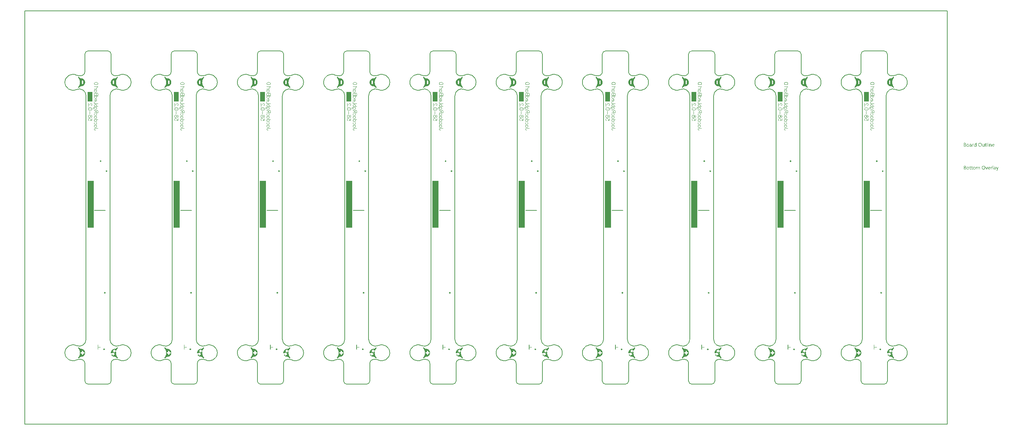
<source format=gbo>
G04*
G04 #@! TF.GenerationSoftware,Altium Limited,Altium Designer,21.8.1 (53)*
G04*
G04 Layer_Color=32896*
%FSAX25Y25*%
%MOIN*%
G70*
G04*
G04 #@! TF.SameCoordinates,AD8986AE-68BC-4F7F-9B8F-024DBDB40C31*
G04*
G04*
G04 #@! TF.FilePolarity,Positive*
G04*
G01*
G75*
%ADD15C,0.00787*%
%ADD37C,0.00984*%
%ADD58C,0.00394*%
%ADD59R,0.04823X0.09547*%
%ADD60R,0.06102X0.45861*%
G36*
X0832918Y0321606D02*
X0832980Y0321595D01*
X0833041Y0321578D01*
X0833099Y0321553D01*
X0833154Y0321523D01*
X0833206Y0321486D01*
X0833253Y0321444D01*
X0833295Y0321397D01*
X0833331Y0321346D01*
X0833362Y0321291D01*
X0833386Y0321232D01*
X0833403Y0321172D01*
X0833414Y0321110D01*
X0833417Y0321046D01*
X0833414Y0320984D01*
X0833403Y0320921D01*
X0833386Y0320861D01*
X0833362Y0320802D01*
X0833331Y0320747D01*
X0833295Y0320696D01*
X0833285Y0320685D01*
X0833286Y0320685D01*
X0833285Y0320685D01*
X0833237Y0320627D01*
X0833096Y0320450D01*
X0832961Y0320268D01*
X0832833Y0320082D01*
X0832710Y0319892D01*
X0832594Y0319698D01*
X0832484Y0319500D01*
X0832380Y0319299D01*
X0832284Y0319094D01*
X0832194Y0318887D01*
X0832110Y0318676D01*
X0832034Y0318463D01*
X0831965Y0318248D01*
X0831903Y0318030D01*
X0831848Y0317811D01*
X0831800Y0317589D01*
X0831760Y0317367D01*
X0831726Y0317143D01*
X0831701Y0316918D01*
X0831682Y0316692D01*
X0831671Y0316466D01*
X0831667Y0316240D01*
X0831671Y0316014D01*
X0831682Y0315788D01*
X0831701Y0315562D01*
X0831726Y0315337D01*
X0831760Y0315114D01*
X0831800Y0314891D01*
X0831848Y0314670D01*
X0831903Y0314450D01*
X0831965Y0314233D01*
X0832034Y0314017D01*
X0832110Y0313804D01*
X0832194Y0313594D01*
X0832284Y0313386D01*
X0832380Y0313181D01*
X0832484Y0312980D01*
X0832594Y0312782D01*
X0832710Y0312588D01*
X0832833Y0312398D01*
X0832961Y0312212D01*
X0833096Y0312030D01*
X0833237Y0311853D01*
X0833289Y0311792D01*
X0833289Y0311791D01*
X0833288Y0311791D01*
X0833298Y0311780D01*
X0833335Y0311729D01*
X0833366Y0311673D01*
X0833390Y0311614D01*
X0833407Y0311554D01*
X0833418Y0311491D01*
X0833422Y0311428D01*
X0833418Y0311365D01*
X0833407Y0311302D01*
X0833390Y0311241D01*
X0833366Y0311183D01*
X0833335Y0311127D01*
X0833298Y0311076D01*
X0833256Y0311028D01*
X0833209Y0310986D01*
X0833157Y0310949D01*
X0833102Y0310919D01*
X0833043Y0310895D01*
X0832982Y0310877D01*
X0832920Y0310866D01*
X0832857Y0310863D01*
X0832793Y0310866D01*
X0832731Y0310877D01*
X0832670Y0310895D01*
X0832611Y0310919D01*
X0832556Y0310949D01*
X0832504Y0310986D01*
X0832457Y0311028D01*
X0832424Y0311065D01*
X0832424Y0311065D01*
X0832424Y0311065D01*
X0832388Y0311108D01*
X0832230Y0311305D01*
X0832078Y0311507D01*
X0832078Y0311507D01*
X0832078Y0311507D01*
X0832076Y0311510D01*
X0832076Y0311510D01*
X0832036Y0311565D01*
X0831958Y0311657D01*
X0831876Y0311745D01*
X0831788Y0311828D01*
X0831696Y0311905D01*
X0831599Y0311976D01*
X0831497Y0312042D01*
X0831392Y0312101D01*
X0831284Y0312154D01*
X0831173Y0312200D01*
X0831059Y0312239D01*
X0830943Y0312271D01*
X0830825Y0312297D01*
X0830706Y0312315D01*
X0830586Y0312326D01*
X0830483Y0312329D01*
Y0312329D01*
X0830346Y0312332D01*
X0830175Y0312343D01*
X0830006Y0312362D01*
X0829837Y0312388D01*
X0829670Y0312421D01*
X0829504Y0312461D01*
X0829340Y0312509D01*
X0829178Y0312564D01*
X0829019Y0312626D01*
X0828863Y0312695D01*
X0828710Y0312770D01*
X0828560Y0312852D01*
X0828415Y0312941D01*
X0828273Y0313036D01*
X0828135Y0313137D01*
X0828002Y0313243D01*
X0827874Y0313356D01*
X0827750Y0313474D01*
X0827632Y0313597D01*
X0827520Y0313726D01*
X0827413Y0313859D01*
X0827312Y0313996D01*
X0827217Y0314138D01*
X0827129Y0314284D01*
X0827046Y0314434D01*
X0826971Y0314587D01*
X0826902Y0314743D01*
X0826840Y0314902D01*
X0826785Y0315064D01*
X0826738Y0315228D01*
X0826697Y0315393D01*
X0826664Y0315561D01*
X0826638Y0315730D01*
X0826619Y0315899D01*
X0826608Y0316070D01*
X0826604Y0316240D01*
X0826608Y0316411D01*
X0826619Y0316581D01*
X0826638Y0316751D01*
X0826664Y0316919D01*
X0826697Y0317087D01*
X0826738Y0317253D01*
X0826785Y0317417D01*
X0826840Y0317578D01*
X0826902Y0317737D01*
X0826971Y0317893D01*
X0827046Y0318046D01*
X0827129Y0318196D01*
X0827217Y0318342D01*
X0827312Y0318484D01*
X0827413Y0318622D01*
X0827520Y0318755D01*
X0827632Y0318883D01*
X0827750Y0319006D01*
X0827874Y0319124D01*
X0828002Y0319237D01*
X0828135Y0319344D01*
X0828273Y0319445D01*
X0828415Y0319539D01*
X0828560Y0319628D01*
X0828710Y0319710D01*
X0828863Y0319786D01*
X0829019Y0319854D01*
X0829178Y0319916D01*
X0829340Y0319971D01*
X0829504Y0320019D01*
X0829670Y0320059D01*
X0829837Y0320093D01*
X0830006Y0320119D01*
X0830175Y0320137D01*
X0830346Y0320148D01*
X0830486Y0320151D01*
X0830486Y0320152D01*
X0830591Y0320155D01*
X0830711Y0320166D01*
X0830831Y0320184D01*
X0830948Y0320209D01*
X0831064Y0320241D01*
X0831178Y0320281D01*
X0831290Y0320327D01*
X0831398Y0320380D01*
X0831503Y0320439D01*
X0831604Y0320504D01*
X0831701Y0320575D01*
X0831794Y0320653D01*
X0831881Y0320735D01*
X0831964Y0320823D01*
X0832041Y0320916D01*
X0832080Y0320969D01*
X0832080Y0320969D01*
X0832083Y0320972D01*
X0832083Y0320972D01*
X0832230Y0321168D01*
X0832388Y0321365D01*
X0832424Y0321408D01*
X0832424Y0321408D01*
Y0321408D01*
X0832424Y0321408D01*
X0832457Y0321444D01*
X0832504Y0321486D01*
X0832555Y0321523D01*
X0832611Y0321553D01*
X0832669Y0321578D01*
X0832730Y0321595D01*
X0832792Y0321606D01*
X0832855Y0321609D01*
X0832918Y0321606D01*
D02*
G37*
G36*
X0748272D02*
X0748334Y0321595D01*
X0748395Y0321578D01*
X0748453Y0321553D01*
X0748508Y0321523D01*
X0748560Y0321486D01*
X0748607Y0321444D01*
X0748649Y0321397D01*
X0748686Y0321346D01*
X0748716Y0321291D01*
X0748740Y0321232D01*
X0748758Y0321172D01*
X0748768Y0321110D01*
X0748772Y0321046D01*
X0748768Y0320984D01*
X0748758Y0320921D01*
X0748740Y0320861D01*
X0748716Y0320802D01*
X0748686Y0320747D01*
X0748649Y0320696D01*
X0748640Y0320685D01*
X0748640Y0320685D01*
X0748640Y0320685D01*
X0748591Y0320627D01*
X0748451Y0320450D01*
X0748316Y0320268D01*
X0748187Y0320082D01*
X0748064Y0319892D01*
X0747948Y0319698D01*
X0747838Y0319500D01*
X0747735Y0319299D01*
X0747638Y0319094D01*
X0747548Y0318887D01*
X0747465Y0318676D01*
X0747389Y0318463D01*
X0747319Y0318248D01*
X0747257Y0318030D01*
X0747202Y0317811D01*
X0747154Y0317589D01*
X0747114Y0317367D01*
X0747081Y0317143D01*
X0747055Y0316918D01*
X0747036Y0316692D01*
X0747025Y0316466D01*
X0747021Y0316240D01*
X0747025Y0316014D01*
X0747036Y0315788D01*
X0747055Y0315562D01*
X0747081Y0315337D01*
X0747114Y0315114D01*
X0747154Y0314891D01*
X0747202Y0314670D01*
X0747257Y0314450D01*
X0747319Y0314233D01*
X0747389Y0314017D01*
X0747465Y0313804D01*
X0747548Y0313594D01*
X0747638Y0313386D01*
X0747735Y0313181D01*
X0747838Y0312980D01*
X0747948Y0312782D01*
X0748064Y0312588D01*
X0748187Y0312398D01*
X0748316Y0312212D01*
X0748451Y0312030D01*
X0748591Y0311853D01*
X0748643Y0311792D01*
X0748643Y0311791D01*
X0748643Y0311791D01*
X0748653Y0311780D01*
X0748689Y0311729D01*
X0748720Y0311673D01*
X0748744Y0311614D01*
X0748762Y0311554D01*
X0748772Y0311491D01*
X0748776Y0311428D01*
X0748772Y0311365D01*
X0748762Y0311302D01*
X0748744Y0311241D01*
X0748720Y0311183D01*
X0748689Y0311127D01*
X0748653Y0311076D01*
X0748610Y0311028D01*
X0748563Y0310986D01*
X0748512Y0310949D01*
X0748456Y0310919D01*
X0748397Y0310895D01*
X0748337Y0310877D01*
X0748274Y0310866D01*
X0748211Y0310863D01*
X0748148Y0310866D01*
X0748085Y0310877D01*
X0748024Y0310895D01*
X0747966Y0310919D01*
X0747910Y0310949D01*
X0747859Y0310986D01*
X0747811Y0311028D01*
X0747779Y0311065D01*
X0747779Y0311065D01*
X0747779Y0311065D01*
X0747742Y0311108D01*
X0747584Y0311305D01*
X0747433Y0311507D01*
X0747433Y0311507D01*
X0747433Y0311507D01*
X0747430Y0311510D01*
X0747430Y0311510D01*
X0747390Y0311565D01*
X0747313Y0311657D01*
X0747230Y0311745D01*
X0747143Y0311828D01*
X0747050Y0311905D01*
X0746953Y0311976D01*
X0746852Y0312042D01*
X0746747Y0312101D01*
X0746638Y0312154D01*
X0746527Y0312200D01*
X0746413Y0312239D01*
X0746297Y0312271D01*
X0746179Y0312297D01*
X0746060Y0312315D01*
X0745940Y0312326D01*
X0745837Y0312329D01*
Y0312329D01*
X0745700Y0312332D01*
X0745530Y0312343D01*
X0745360Y0312362D01*
X0745191Y0312388D01*
X0745024Y0312421D01*
X0744858Y0312461D01*
X0744694Y0312509D01*
X0744533Y0312564D01*
X0744374Y0312626D01*
X0744217Y0312695D01*
X0744064Y0312770D01*
X0743915Y0312852D01*
X0743769Y0312941D01*
X0743627Y0313036D01*
X0743489Y0313137D01*
X0743356Y0313243D01*
X0743228Y0313356D01*
X0743105Y0313474D01*
X0742986Y0313597D01*
X0742874Y0313726D01*
X0742767Y0313859D01*
X0742666Y0313996D01*
X0742571Y0314138D01*
X0742483Y0314284D01*
X0742401Y0314434D01*
X0742325Y0314587D01*
X0742256Y0314743D01*
X0742195Y0314902D01*
X0742140Y0315064D01*
X0742092Y0315228D01*
X0742052Y0315393D01*
X0742018Y0315561D01*
X0741992Y0315730D01*
X0741974Y0315899D01*
X0741962Y0316070D01*
X0741959Y0316240D01*
X0741962Y0316411D01*
X0741974Y0316581D01*
X0741992Y0316751D01*
X0742018Y0316919D01*
X0742052Y0317087D01*
X0742092Y0317253D01*
X0742140Y0317417D01*
X0742195Y0317578D01*
X0742256Y0317737D01*
X0742325Y0317893D01*
X0742401Y0318046D01*
X0742483Y0318196D01*
X0742571Y0318342D01*
X0742666Y0318484D01*
X0742767Y0318622D01*
X0742874Y0318755D01*
X0742986Y0318883D01*
X0743105Y0319006D01*
X0743228Y0319124D01*
X0743356Y0319237D01*
X0743489Y0319344D01*
X0743627Y0319445D01*
X0743769Y0319539D01*
X0743915Y0319628D01*
X0744064Y0319710D01*
X0744217Y0319786D01*
X0744374Y0319854D01*
X0744533Y0319916D01*
X0744694Y0319971D01*
X0744858Y0320019D01*
X0745024Y0320059D01*
X0745191Y0320093D01*
X0745360Y0320119D01*
X0745530Y0320137D01*
X0745700Y0320148D01*
X0745841Y0320151D01*
X0745841Y0320152D01*
X0745946Y0320155D01*
X0746066Y0320166D01*
X0746185Y0320184D01*
X0746303Y0320209D01*
X0746419Y0320241D01*
X0746533Y0320281D01*
X0746644Y0320327D01*
X0746752Y0320380D01*
X0746857Y0320439D01*
X0746958Y0320504D01*
X0747055Y0320575D01*
X0747148Y0320653D01*
X0747236Y0320735D01*
X0747318Y0320823D01*
X0747395Y0320916D01*
X0747434Y0320969D01*
X0747435Y0320969D01*
X0747437Y0320972D01*
X0747437Y0320972D01*
X0747584Y0321168D01*
X0747742Y0321365D01*
X0747779Y0321408D01*
X0747778Y0321408D01*
Y0321408D01*
X0747779Y0321408D01*
X0747811Y0321444D01*
X0747858Y0321486D01*
X0747910Y0321523D01*
X0747965Y0321553D01*
X0748023Y0321578D01*
X0748084Y0321595D01*
X0748146Y0321606D01*
X0748209Y0321609D01*
X0748272Y0321606D01*
D02*
G37*
G36*
X0663626D02*
X0663689Y0321595D01*
X0663749Y0321578D01*
X0663807Y0321553D01*
X0663863Y0321523D01*
X0663914Y0321486D01*
X0663961Y0321444D01*
X0664003Y0321397D01*
X0664040Y0321346D01*
X0664070Y0321291D01*
X0664094Y0321232D01*
X0664112Y0321172D01*
X0664122Y0321110D01*
X0664126Y0321046D01*
X0664122Y0320984D01*
X0664112Y0320921D01*
X0664094Y0320861D01*
X0664070Y0320802D01*
X0664040Y0320747D01*
X0664003Y0320696D01*
X0663994Y0320685D01*
X0663994Y0320685D01*
X0663994Y0320685D01*
X0663946Y0320627D01*
X0663805Y0320450D01*
X0663670Y0320268D01*
X0663541Y0320082D01*
X0663419Y0319892D01*
X0663302Y0319698D01*
X0663192Y0319500D01*
X0663089Y0319299D01*
X0662992Y0319094D01*
X0662902Y0318887D01*
X0662819Y0318676D01*
X0662743Y0318463D01*
X0662674Y0318248D01*
X0662611Y0318030D01*
X0662557Y0317811D01*
X0662509Y0317589D01*
X0662468Y0317367D01*
X0662435Y0317143D01*
X0662409Y0316918D01*
X0662391Y0316692D01*
X0662380Y0316466D01*
X0662376Y0316240D01*
X0662380Y0316014D01*
X0662391Y0315788D01*
X0662409Y0315562D01*
X0662435Y0315337D01*
X0662468Y0315114D01*
X0662509Y0314891D01*
X0662557Y0314670D01*
X0662611Y0314450D01*
X0662674Y0314233D01*
X0662743Y0314017D01*
X0662819Y0313804D01*
X0662902Y0313594D01*
X0662992Y0313386D01*
X0663089Y0313181D01*
X0663192Y0312980D01*
X0663302Y0312782D01*
X0663419Y0312588D01*
X0663541Y0312398D01*
X0663670Y0312212D01*
X0663805Y0312030D01*
X0663946Y0311853D01*
X0663997Y0311792D01*
X0663998Y0311791D01*
X0663997Y0311791D01*
X0664007Y0311780D01*
X0664044Y0311729D01*
X0664074Y0311673D01*
X0664099Y0311614D01*
X0664116Y0311554D01*
X0664127Y0311491D01*
X0664130Y0311428D01*
X0664127Y0311365D01*
X0664116Y0311302D01*
X0664099Y0311241D01*
X0664074Y0311183D01*
X0664044Y0311127D01*
X0664007Y0311076D01*
X0663965Y0311028D01*
X0663917Y0310986D01*
X0663866Y0310949D01*
X0663810Y0310919D01*
X0663752Y0310895D01*
X0663691Y0310877D01*
X0663628Y0310866D01*
X0663565Y0310863D01*
X0663502Y0310866D01*
X0663440Y0310877D01*
X0663379Y0310895D01*
X0663320Y0310919D01*
X0663265Y0310949D01*
X0663213Y0310986D01*
X0663166Y0311028D01*
X0663133Y0311065D01*
X0663133Y0311065D01*
X0663133Y0311065D01*
X0663096Y0311108D01*
X0662938Y0311305D01*
X0662787Y0311507D01*
X0662787Y0311507D01*
X0662787Y0311507D01*
X0662785Y0311510D01*
X0662784Y0311510D01*
X0662744Y0311565D01*
X0662667Y0311657D01*
X0662584Y0311745D01*
X0662497Y0311828D01*
X0662404Y0311905D01*
X0662307Y0311976D01*
X0662206Y0312042D01*
X0662101Y0312101D01*
X0661993Y0312154D01*
X0661881Y0312200D01*
X0661768Y0312239D01*
X0661652Y0312271D01*
X0661534Y0312297D01*
X0661415Y0312315D01*
X0661295Y0312326D01*
X0661191Y0312329D01*
Y0312329D01*
X0661054Y0312332D01*
X0660884Y0312343D01*
X0660714Y0312362D01*
X0660546Y0312388D01*
X0660378Y0312421D01*
X0660213Y0312461D01*
X0660049Y0312509D01*
X0659887Y0312564D01*
X0659728Y0312626D01*
X0659572Y0312695D01*
X0659419Y0312770D01*
X0659269Y0312852D01*
X0659123Y0312941D01*
X0658981Y0313036D01*
X0658844Y0313137D01*
X0658710Y0313243D01*
X0658582Y0313356D01*
X0658459Y0313474D01*
X0658341Y0313597D01*
X0658228Y0313726D01*
X0658121Y0313859D01*
X0658020Y0313996D01*
X0657926Y0314138D01*
X0657837Y0314284D01*
X0657755Y0314434D01*
X0657680Y0314587D01*
X0657611Y0314743D01*
X0657549Y0314902D01*
X0657494Y0315064D01*
X0657446Y0315228D01*
X0657406Y0315393D01*
X0657373Y0315561D01*
X0657346Y0315730D01*
X0657328Y0315899D01*
X0657317Y0316070D01*
X0657313Y0316240D01*
X0657317Y0316411D01*
X0657328Y0316581D01*
X0657346Y0316751D01*
X0657373Y0316919D01*
X0657406Y0317087D01*
X0657446Y0317253D01*
X0657494Y0317417D01*
X0657549Y0317578D01*
X0657611Y0317737D01*
X0657680Y0317893D01*
X0657755Y0318046D01*
X0657837Y0318196D01*
X0657926Y0318342D01*
X0658020Y0318484D01*
X0658121Y0318622D01*
X0658228Y0318755D01*
X0658341Y0318883D01*
X0658459Y0319006D01*
X0658582Y0319124D01*
X0658710Y0319237D01*
X0658844Y0319344D01*
X0658981Y0319445D01*
X0659123Y0319539D01*
X0659269Y0319628D01*
X0659419Y0319710D01*
X0659572Y0319786D01*
X0659728Y0319854D01*
X0659887Y0319916D01*
X0660049Y0319971D01*
X0660213Y0320019D01*
X0660378Y0320059D01*
X0660546Y0320093D01*
X0660714Y0320119D01*
X0660884Y0320137D01*
X0661054Y0320148D01*
X0661195Y0320151D01*
X0661195Y0320152D01*
X0661300Y0320155D01*
X0661420Y0320166D01*
X0661539Y0320184D01*
X0661657Y0320209D01*
X0661773Y0320241D01*
X0661887Y0320281D01*
X0661998Y0320327D01*
X0662107Y0320380D01*
X0662212Y0320439D01*
X0662313Y0320504D01*
X0662410Y0320575D01*
X0662502Y0320653D01*
X0662590Y0320735D01*
X0662673Y0320823D01*
X0662750Y0320916D01*
X0662789Y0320969D01*
X0662789Y0320969D01*
X0662791Y0320972D01*
X0662791Y0320972D01*
X0662938Y0321168D01*
X0663096Y0321365D01*
X0663133Y0321408D01*
X0663132Y0321408D01*
Y0321408D01*
X0663133Y0321408D01*
X0663166Y0321444D01*
X0663213Y0321486D01*
X0663264Y0321523D01*
X0663319Y0321553D01*
X0663378Y0321578D01*
X0663438Y0321595D01*
X0663500Y0321606D01*
X0663563Y0321609D01*
X0663626Y0321606D01*
D02*
G37*
G36*
X0578981D02*
X0579043Y0321595D01*
X0579104Y0321578D01*
X0579162Y0321553D01*
X0579217Y0321523D01*
X0579269Y0321486D01*
X0579316Y0321444D01*
X0579358Y0321397D01*
X0579394Y0321346D01*
X0579425Y0321291D01*
X0579449Y0321232D01*
X0579466Y0321172D01*
X0579477Y0321110D01*
X0579480Y0321046D01*
X0579477Y0320984D01*
X0579466Y0320921D01*
X0579449Y0320861D01*
X0579425Y0320802D01*
X0579394Y0320747D01*
X0579358Y0320696D01*
X0579348Y0320685D01*
X0579349Y0320685D01*
X0579348Y0320685D01*
X0579300Y0320627D01*
X0579159Y0320450D01*
X0579024Y0320268D01*
X0578896Y0320082D01*
X0578773Y0319892D01*
X0578657Y0319698D01*
X0578547Y0319500D01*
X0578443Y0319299D01*
X0578347Y0319094D01*
X0578257Y0318887D01*
X0578173Y0318676D01*
X0578097Y0318463D01*
X0578028Y0318248D01*
X0577966Y0318030D01*
X0577911Y0317811D01*
X0577863Y0317589D01*
X0577822Y0317367D01*
X0577789Y0317143D01*
X0577763Y0316918D01*
X0577745Y0316692D01*
X0577734Y0316466D01*
X0577730Y0316240D01*
X0577734Y0316014D01*
X0577745Y0315788D01*
X0577763Y0315562D01*
X0577789Y0315337D01*
X0577822Y0315114D01*
X0577863Y0314891D01*
X0577911Y0314670D01*
X0577966Y0314450D01*
X0578028Y0314233D01*
X0578097Y0314017D01*
X0578173Y0313804D01*
X0578257Y0313594D01*
X0578347Y0313386D01*
X0578443Y0313181D01*
X0578547Y0312980D01*
X0578657Y0312782D01*
X0578773Y0312588D01*
X0578896Y0312398D01*
X0579024Y0312212D01*
X0579159Y0312030D01*
X0579300Y0311853D01*
X0579352Y0311792D01*
X0579352Y0311791D01*
X0579351Y0311791D01*
X0579361Y0311780D01*
X0579398Y0311729D01*
X0579429Y0311673D01*
X0579453Y0311614D01*
X0579470Y0311554D01*
X0579481Y0311491D01*
X0579485Y0311428D01*
X0579481Y0311365D01*
X0579470Y0311302D01*
X0579453Y0311241D01*
X0579429Y0311183D01*
X0579398Y0311127D01*
X0579361Y0311076D01*
X0579319Y0311028D01*
X0579272Y0310986D01*
X0579220Y0310949D01*
X0579165Y0310919D01*
X0579106Y0310895D01*
X0579045Y0310877D01*
X0578983Y0310866D01*
X0578920Y0310863D01*
X0578856Y0310866D01*
X0578794Y0310877D01*
X0578733Y0310895D01*
X0578674Y0310919D01*
X0578619Y0310949D01*
X0578567Y0310986D01*
X0578520Y0311028D01*
X0578487Y0311065D01*
X0578487Y0311065D01*
X0578487Y0311065D01*
X0578451Y0311108D01*
X0578293Y0311305D01*
X0578141Y0311507D01*
X0578141Y0311507D01*
X0578141Y0311507D01*
X0578139Y0311510D01*
X0578139Y0311510D01*
X0578098Y0311565D01*
X0578021Y0311657D01*
X0577939Y0311745D01*
X0577851Y0311828D01*
X0577759Y0311905D01*
X0577662Y0311976D01*
X0577560Y0312042D01*
X0577455Y0312101D01*
X0577347Y0312154D01*
X0577236Y0312200D01*
X0577122Y0312239D01*
X0577006Y0312271D01*
X0576888Y0312297D01*
X0576769Y0312315D01*
X0576649Y0312326D01*
X0576546Y0312329D01*
Y0312329D01*
X0576409Y0312332D01*
X0576238Y0312343D01*
X0576069Y0312362D01*
X0575900Y0312388D01*
X0575733Y0312421D01*
X0575567Y0312461D01*
X0575403Y0312509D01*
X0575241Y0312564D01*
X0575082Y0312626D01*
X0574926Y0312695D01*
X0574773Y0312770D01*
X0574623Y0312852D01*
X0574477Y0312941D01*
X0574335Y0313036D01*
X0574198Y0313137D01*
X0574065Y0313243D01*
X0573936Y0313356D01*
X0573813Y0313474D01*
X0573695Y0313597D01*
X0573583Y0313726D01*
X0573476Y0313859D01*
X0573375Y0313996D01*
X0573280Y0314138D01*
X0573191Y0314284D01*
X0573109Y0314434D01*
X0573034Y0314587D01*
X0572965Y0314743D01*
X0572903Y0314902D01*
X0572848Y0315064D01*
X0572801Y0315228D01*
X0572760Y0315393D01*
X0572727Y0315561D01*
X0572701Y0315730D01*
X0572682Y0315899D01*
X0572671Y0316070D01*
X0572667Y0316240D01*
X0572671Y0316411D01*
X0572682Y0316581D01*
X0572701Y0316751D01*
X0572727Y0316919D01*
X0572760Y0317087D01*
X0572801Y0317253D01*
X0572848Y0317417D01*
X0572903Y0317578D01*
X0572965Y0317737D01*
X0573034Y0317893D01*
X0573109Y0318046D01*
X0573191Y0318196D01*
X0573280Y0318342D01*
X0573375Y0318484D01*
X0573476Y0318622D01*
X0573583Y0318755D01*
X0573695Y0318883D01*
X0573813Y0319006D01*
X0573936Y0319124D01*
X0574065Y0319237D01*
X0574198Y0319344D01*
X0574335Y0319445D01*
X0574477Y0319539D01*
X0574623Y0319628D01*
X0574773Y0319710D01*
X0574926Y0319786D01*
X0575082Y0319854D01*
X0575241Y0319916D01*
X0575403Y0319971D01*
X0575567Y0320019D01*
X0575733Y0320059D01*
X0575900Y0320093D01*
X0576069Y0320119D01*
X0576238Y0320137D01*
X0576409Y0320148D01*
X0576549Y0320151D01*
X0576549Y0320152D01*
X0576654Y0320155D01*
X0576774Y0320166D01*
X0576894Y0320184D01*
X0577011Y0320209D01*
X0577127Y0320241D01*
X0577241Y0320281D01*
X0577353Y0320327D01*
X0577461Y0320380D01*
X0577566Y0320439D01*
X0577667Y0320504D01*
X0577764Y0320575D01*
X0577856Y0320653D01*
X0577944Y0320735D01*
X0578027Y0320823D01*
X0578104Y0320916D01*
X0578143Y0320969D01*
X0578143Y0320969D01*
X0578146Y0320972D01*
X0578146Y0320972D01*
X0578293Y0321168D01*
X0578451Y0321365D01*
X0578487Y0321408D01*
X0578487Y0321408D01*
Y0321408D01*
X0578487Y0321408D01*
X0578520Y0321444D01*
X0578567Y0321486D01*
X0578618Y0321523D01*
X0578674Y0321553D01*
X0578732Y0321578D01*
X0578792Y0321595D01*
X0578855Y0321606D01*
X0578918Y0321609D01*
X0578981Y0321606D01*
D02*
G37*
G36*
X0494335D02*
X0494397Y0321595D01*
X0494458Y0321578D01*
X0494516Y0321553D01*
X0494571Y0321523D01*
X0494623Y0321486D01*
X0494670Y0321444D01*
X0494712Y0321397D01*
X0494748Y0321346D01*
X0494779Y0321291D01*
X0494803Y0321232D01*
X0494820Y0321172D01*
X0494831Y0321110D01*
X0494835Y0321046D01*
X0494831Y0320984D01*
X0494820Y0320921D01*
X0494803Y0320861D01*
X0494779Y0320802D01*
X0494748Y0320747D01*
X0494712Y0320696D01*
X0494702Y0320685D01*
X0494703Y0320685D01*
X0494703Y0320685D01*
X0494654Y0320627D01*
X0494514Y0320450D01*
X0494379Y0320268D01*
X0494250Y0320082D01*
X0494127Y0319892D01*
X0494011Y0319698D01*
X0493901Y0319500D01*
X0493798Y0319299D01*
X0493701Y0319094D01*
X0493611Y0318887D01*
X0493528Y0318676D01*
X0493451Y0318463D01*
X0493382Y0318248D01*
X0493320Y0318030D01*
X0493265Y0317811D01*
X0493217Y0317589D01*
X0493177Y0317367D01*
X0493144Y0317143D01*
X0493118Y0316918D01*
X0493099Y0316692D01*
X0493088Y0316466D01*
X0493084Y0316240D01*
X0493088Y0316014D01*
X0493099Y0315788D01*
X0493118Y0315562D01*
X0493144Y0315337D01*
X0493177Y0315114D01*
X0493217Y0314891D01*
X0493265Y0314670D01*
X0493320Y0314450D01*
X0493382Y0314233D01*
X0493451Y0314017D01*
X0493528Y0313804D01*
X0493611Y0313594D01*
X0493701Y0313386D01*
X0493798Y0313181D01*
X0493901Y0312980D01*
X0494011Y0312782D01*
X0494127Y0312588D01*
X0494250Y0312398D01*
X0494379Y0312212D01*
X0494514Y0312030D01*
X0494654Y0311853D01*
X0494706Y0311792D01*
X0494706Y0311791D01*
X0494706Y0311791D01*
X0494716Y0311780D01*
X0494752Y0311729D01*
X0494783Y0311673D01*
X0494807Y0311614D01*
X0494825Y0311554D01*
X0494835Y0311491D01*
X0494839Y0311428D01*
X0494835Y0311365D01*
X0494825Y0311302D01*
X0494807Y0311241D01*
X0494783Y0311183D01*
X0494752Y0311127D01*
X0494716Y0311076D01*
X0494673Y0311028D01*
X0494626Y0310986D01*
X0494574Y0310949D01*
X0494519Y0310919D01*
X0494460Y0310895D01*
X0494400Y0310877D01*
X0494337Y0310866D01*
X0494274Y0310863D01*
X0494211Y0310866D01*
X0494148Y0310877D01*
X0494087Y0310895D01*
X0494029Y0310919D01*
X0493973Y0310949D01*
X0493922Y0310986D01*
X0493874Y0311028D01*
X0493842Y0311065D01*
X0493841Y0311065D01*
X0493842Y0311065D01*
X0493805Y0311108D01*
X0493647Y0311305D01*
X0493496Y0311507D01*
X0493496Y0311507D01*
X0493495Y0311507D01*
X0493493Y0311510D01*
X0493493Y0311510D01*
X0493453Y0311565D01*
X0493376Y0311657D01*
X0493293Y0311745D01*
X0493205Y0311828D01*
X0493113Y0311905D01*
X0493016Y0311976D01*
X0492915Y0312042D01*
X0492810Y0312101D01*
X0492701Y0312154D01*
X0492590Y0312200D01*
X0492476Y0312239D01*
X0492360Y0312271D01*
X0492242Y0312297D01*
X0492123Y0312315D01*
X0492003Y0312326D01*
X0491900Y0312329D01*
Y0312329D01*
X0491763Y0312332D01*
X0491593Y0312343D01*
X0491423Y0312362D01*
X0491254Y0312388D01*
X0491087Y0312421D01*
X0490921Y0312461D01*
X0490757Y0312509D01*
X0490596Y0312564D01*
X0490437Y0312626D01*
X0490280Y0312695D01*
X0490127Y0312770D01*
X0489978Y0312852D01*
X0489832Y0312941D01*
X0489690Y0313036D01*
X0489552Y0313137D01*
X0489419Y0313243D01*
X0489291Y0313356D01*
X0489167Y0313474D01*
X0489049Y0313597D01*
X0488937Y0313726D01*
X0488830Y0313859D01*
X0488729Y0313996D01*
X0488634Y0314138D01*
X0488546Y0314284D01*
X0488464Y0314434D01*
X0488388Y0314587D01*
X0488319Y0314743D01*
X0488258Y0314902D01*
X0488203Y0315064D01*
X0488155Y0315228D01*
X0488114Y0315393D01*
X0488081Y0315561D01*
X0488055Y0315730D01*
X0488037Y0315899D01*
X0488025Y0316070D01*
X0488022Y0316240D01*
X0488025Y0316411D01*
X0488037Y0316581D01*
X0488055Y0316751D01*
X0488081Y0316919D01*
X0488114Y0317087D01*
X0488155Y0317253D01*
X0488203Y0317417D01*
X0488258Y0317578D01*
X0488319Y0317737D01*
X0488388Y0317893D01*
X0488464Y0318046D01*
X0488546Y0318196D01*
X0488634Y0318342D01*
X0488729Y0318484D01*
X0488830Y0318622D01*
X0488937Y0318755D01*
X0489049Y0318883D01*
X0489167Y0319006D01*
X0489291Y0319124D01*
X0489419Y0319237D01*
X0489552Y0319344D01*
X0489690Y0319445D01*
X0489832Y0319539D01*
X0489978Y0319628D01*
X0490127Y0319710D01*
X0490280Y0319786D01*
X0490437Y0319854D01*
X0490596Y0319916D01*
X0490757Y0319971D01*
X0490921Y0320019D01*
X0491087Y0320059D01*
X0491254Y0320093D01*
X0491423Y0320119D01*
X0491593Y0320137D01*
X0491763Y0320148D01*
X0491904Y0320151D01*
X0491904Y0320152D01*
X0492009Y0320155D01*
X0492129Y0320166D01*
X0492248Y0320184D01*
X0492366Y0320209D01*
X0492482Y0320241D01*
X0492596Y0320281D01*
X0492707Y0320327D01*
X0492815Y0320380D01*
X0492920Y0320439D01*
X0493021Y0320504D01*
X0493118Y0320575D01*
X0493211Y0320653D01*
X0493299Y0320735D01*
X0493381Y0320823D01*
X0493458Y0320916D01*
X0493497Y0320969D01*
X0493498Y0320969D01*
X0493500Y0320972D01*
X0493500Y0320972D01*
X0493647Y0321168D01*
X0493805Y0321365D01*
X0493842Y0321408D01*
X0493841Y0321408D01*
Y0321408D01*
X0493842Y0321408D01*
X0493874Y0321444D01*
X0493921Y0321486D01*
X0493973Y0321523D01*
X0494028Y0321553D01*
X0494086Y0321578D01*
X0494147Y0321595D01*
X0494209Y0321606D01*
X0494272Y0321609D01*
X0494335Y0321606D01*
D02*
G37*
G36*
X0409689D02*
X0409752Y0321595D01*
X0409812Y0321578D01*
X0409870Y0321553D01*
X0409926Y0321523D01*
X0409977Y0321486D01*
X0410024Y0321444D01*
X0410066Y0321397D01*
X0410103Y0321346D01*
X0410133Y0321291D01*
X0410157Y0321232D01*
X0410175Y0321172D01*
X0410185Y0321110D01*
X0410189Y0321046D01*
X0410185Y0320984D01*
X0410175Y0320921D01*
X0410157Y0320861D01*
X0410133Y0320802D01*
X0410103Y0320747D01*
X0410066Y0320696D01*
X0410057Y0320685D01*
X0410057Y0320685D01*
X0410057Y0320685D01*
X0410008Y0320627D01*
X0409868Y0320450D01*
X0409733Y0320268D01*
X0409604Y0320082D01*
X0409482Y0319892D01*
X0409365Y0319698D01*
X0409255Y0319500D01*
X0409152Y0319299D01*
X0409055Y0319094D01*
X0408965Y0318887D01*
X0408882Y0318676D01*
X0408806Y0318463D01*
X0408737Y0318248D01*
X0408674Y0318030D01*
X0408619Y0317811D01*
X0408572Y0317589D01*
X0408531Y0317367D01*
X0408498Y0317143D01*
X0408472Y0316918D01*
X0408454Y0316692D01*
X0408442Y0316466D01*
X0408439Y0316240D01*
X0408442Y0316014D01*
X0408454Y0315788D01*
X0408472Y0315562D01*
X0408498Y0315337D01*
X0408531Y0315114D01*
X0408572Y0314891D01*
X0408619Y0314670D01*
X0408674Y0314450D01*
X0408737Y0314233D01*
X0408806Y0314017D01*
X0408882Y0313804D01*
X0408965Y0313594D01*
X0409055Y0313386D01*
X0409152Y0313181D01*
X0409255Y0312980D01*
X0409365Y0312782D01*
X0409482Y0312588D01*
X0409604Y0312398D01*
X0409733Y0312212D01*
X0409868Y0312030D01*
X0410008Y0311853D01*
X0410060Y0311792D01*
X0410061Y0311791D01*
X0410060Y0311791D01*
X0410070Y0311780D01*
X0410107Y0311729D01*
X0410137Y0311673D01*
X0410161Y0311614D01*
X0410179Y0311554D01*
X0410190Y0311491D01*
X0410193Y0311428D01*
X0410190Y0311365D01*
X0410179Y0311302D01*
X0410161Y0311241D01*
X0410137Y0311183D01*
X0410107Y0311127D01*
X0410070Y0311076D01*
X0410028Y0311028D01*
X0409980Y0310986D01*
X0409929Y0310949D01*
X0409873Y0310919D01*
X0409815Y0310895D01*
X0409754Y0310877D01*
X0409691Y0310866D01*
X0409628Y0310863D01*
X0409565Y0310866D01*
X0409502Y0310877D01*
X0409442Y0310895D01*
X0409383Y0310919D01*
X0409328Y0310949D01*
X0409276Y0310986D01*
X0409229Y0311028D01*
X0409196Y0311065D01*
X0409196Y0311065D01*
X0409196Y0311065D01*
X0409159Y0311108D01*
X0409001Y0311305D01*
X0408850Y0311507D01*
X0408850Y0311507D01*
X0408850Y0311507D01*
X0408848Y0311510D01*
X0408847Y0311510D01*
X0408807Y0311565D01*
X0408730Y0311657D01*
X0408647Y0311745D01*
X0408560Y0311828D01*
X0408467Y0311905D01*
X0408370Y0311976D01*
X0408269Y0312042D01*
X0408164Y0312101D01*
X0408056Y0312154D01*
X0407944Y0312200D01*
X0407830Y0312239D01*
X0407715Y0312271D01*
X0407597Y0312297D01*
X0407478Y0312315D01*
X0407358Y0312326D01*
X0407254Y0312329D01*
Y0312329D01*
X0407117Y0312332D01*
X0406947Y0312343D01*
X0406777Y0312362D01*
X0406609Y0312388D01*
X0406441Y0312421D01*
X0406275Y0312461D01*
X0406112Y0312509D01*
X0405950Y0312564D01*
X0405791Y0312626D01*
X0405635Y0312695D01*
X0405482Y0312770D01*
X0405332Y0312852D01*
X0405186Y0312941D01*
X0405044Y0313036D01*
X0404907Y0313137D01*
X0404773Y0313243D01*
X0404645Y0313356D01*
X0404522Y0313474D01*
X0404404Y0313597D01*
X0404291Y0313726D01*
X0404184Y0313859D01*
X0404083Y0313996D01*
X0403989Y0314138D01*
X0403900Y0314284D01*
X0403818Y0314434D01*
X0403743Y0314587D01*
X0403674Y0314743D01*
X0403612Y0314902D01*
X0403557Y0315064D01*
X0403509Y0315228D01*
X0403469Y0315393D01*
X0403435Y0315561D01*
X0403409Y0315730D01*
X0403391Y0315899D01*
X0403380Y0316070D01*
X0403376Y0316240D01*
X0403380Y0316411D01*
X0403391Y0316581D01*
X0403409Y0316751D01*
X0403435Y0316919D01*
X0403469Y0317087D01*
X0403509Y0317253D01*
X0403557Y0317417D01*
X0403612Y0317578D01*
X0403674Y0317737D01*
X0403743Y0317893D01*
X0403818Y0318046D01*
X0403900Y0318196D01*
X0403989Y0318342D01*
X0404083Y0318484D01*
X0404184Y0318622D01*
X0404291Y0318755D01*
X0404404Y0318883D01*
X0404522Y0319006D01*
X0404645Y0319124D01*
X0404773Y0319237D01*
X0404907Y0319344D01*
X0405044Y0319445D01*
X0405186Y0319539D01*
X0405332Y0319628D01*
X0405482Y0319710D01*
X0405635Y0319786D01*
X0405791Y0319854D01*
X0405950Y0319916D01*
X0406112Y0319971D01*
X0406275Y0320019D01*
X0406441Y0320059D01*
X0406609Y0320093D01*
X0406777Y0320119D01*
X0406947Y0320137D01*
X0407117Y0320148D01*
X0407258Y0320151D01*
X0407258Y0320152D01*
X0407363Y0320155D01*
X0407483Y0320166D01*
X0407602Y0320184D01*
X0407720Y0320209D01*
X0407836Y0320241D01*
X0407950Y0320281D01*
X0408061Y0320327D01*
X0408170Y0320380D01*
X0408274Y0320439D01*
X0408376Y0320504D01*
X0408473Y0320575D01*
X0408565Y0320653D01*
X0408653Y0320735D01*
X0408736Y0320823D01*
X0408813Y0320916D01*
X0408852Y0320969D01*
X0408852Y0320969D01*
X0408854Y0320972D01*
X0408854Y0320972D01*
X0409001Y0321168D01*
X0409159Y0321365D01*
X0409196Y0321408D01*
X0409195Y0321408D01*
Y0321408D01*
X0409196Y0321408D01*
X0409229Y0321444D01*
X0409276Y0321486D01*
X0409327Y0321523D01*
X0409382Y0321553D01*
X0409441Y0321578D01*
X0409501Y0321595D01*
X0409563Y0321606D01*
X0409626Y0321609D01*
X0409689Y0321606D01*
D02*
G37*
G36*
X0325044D02*
X0325106Y0321595D01*
X0325167Y0321578D01*
X0325225Y0321553D01*
X0325280Y0321523D01*
X0325331Y0321486D01*
X0325378Y0321444D01*
X0325420Y0321397D01*
X0325457Y0321346D01*
X0325487Y0321291D01*
X0325512Y0321232D01*
X0325529Y0321172D01*
X0325540Y0321110D01*
X0325543Y0321046D01*
X0325540Y0320984D01*
X0325529Y0320921D01*
X0325512Y0320861D01*
X0325487Y0320802D01*
X0325457Y0320747D01*
X0325420Y0320696D01*
X0325411Y0320685D01*
X0325412Y0320685D01*
X0325411Y0320685D01*
X0325363Y0320627D01*
X0325222Y0320450D01*
X0325087Y0320268D01*
X0324959Y0320082D01*
X0324836Y0319892D01*
X0324720Y0319698D01*
X0324610Y0319500D01*
X0324506Y0319299D01*
X0324410Y0319094D01*
X0324320Y0318887D01*
X0324236Y0318676D01*
X0324160Y0318463D01*
X0324091Y0318248D01*
X0324029Y0318030D01*
X0323974Y0317811D01*
X0323926Y0317589D01*
X0323885Y0317367D01*
X0323852Y0317143D01*
X0323826Y0316918D01*
X0323808Y0316692D01*
X0323797Y0316466D01*
X0323793Y0316240D01*
X0323797Y0316014D01*
X0323808Y0315788D01*
X0323826Y0315562D01*
X0323852Y0315337D01*
X0323885Y0315114D01*
X0323926Y0314891D01*
X0323974Y0314670D01*
X0324029Y0314450D01*
X0324091Y0314233D01*
X0324160Y0314017D01*
X0324236Y0313804D01*
X0324320Y0313594D01*
X0324410Y0313386D01*
X0324506Y0313181D01*
X0324610Y0312980D01*
X0324720Y0312782D01*
X0324836Y0312588D01*
X0324959Y0312398D01*
X0325087Y0312212D01*
X0325222Y0312030D01*
X0325363Y0311853D01*
X0325414Y0311792D01*
X0325415Y0311791D01*
X0325414Y0311791D01*
X0325424Y0311780D01*
X0325461Y0311729D01*
X0325491Y0311673D01*
X0325516Y0311614D01*
X0325533Y0311554D01*
X0325544Y0311491D01*
X0325548Y0311428D01*
X0325544Y0311365D01*
X0325533Y0311302D01*
X0325516Y0311241D01*
X0325491Y0311183D01*
X0325461Y0311127D01*
X0325424Y0311076D01*
X0325382Y0311028D01*
X0325335Y0310986D01*
X0325283Y0310949D01*
X0325228Y0310919D01*
X0325169Y0310895D01*
X0325108Y0310877D01*
X0325046Y0310866D01*
X0324983Y0310863D01*
X0324919Y0310866D01*
X0324857Y0310877D01*
X0324796Y0310895D01*
X0324737Y0310919D01*
X0324682Y0310949D01*
X0324630Y0310986D01*
X0324583Y0311028D01*
X0324550Y0311065D01*
X0324550Y0311065D01*
X0324550Y0311065D01*
X0324514Y0311108D01*
X0324356Y0311305D01*
X0324204Y0311507D01*
X0324204Y0311507D01*
X0324204Y0311507D01*
X0324202Y0311510D01*
X0324202Y0311510D01*
X0324162Y0311565D01*
X0324084Y0311657D01*
X0324002Y0311745D01*
X0323914Y0311828D01*
X0323821Y0311905D01*
X0323724Y0311976D01*
X0323623Y0312042D01*
X0323518Y0312101D01*
X0323410Y0312154D01*
X0323299Y0312200D01*
X0323185Y0312239D01*
X0323069Y0312271D01*
X0322951Y0312297D01*
X0322832Y0312315D01*
X0322712Y0312326D01*
X0322609Y0312329D01*
Y0312329D01*
X0322472Y0312332D01*
X0322301Y0312343D01*
X0322132Y0312362D01*
X0321963Y0312388D01*
X0321796Y0312421D01*
X0321630Y0312461D01*
X0321466Y0312509D01*
X0321304Y0312564D01*
X0321145Y0312626D01*
X0320989Y0312695D01*
X0320836Y0312770D01*
X0320686Y0312852D01*
X0320540Y0312941D01*
X0320398Y0313036D01*
X0320261Y0313137D01*
X0320128Y0313243D01*
X0319999Y0313356D01*
X0319876Y0313474D01*
X0319758Y0313597D01*
X0319646Y0313726D01*
X0319539Y0313859D01*
X0319438Y0313996D01*
X0319343Y0314138D01*
X0319254Y0314284D01*
X0319172Y0314434D01*
X0319097Y0314587D01*
X0319028Y0314743D01*
X0318966Y0314902D01*
X0318911Y0315064D01*
X0318864Y0315228D01*
X0318823Y0315393D01*
X0318790Y0315561D01*
X0318764Y0315730D01*
X0318745Y0315899D01*
X0318734Y0316070D01*
X0318730Y0316240D01*
X0318734Y0316411D01*
X0318745Y0316581D01*
X0318764Y0316751D01*
X0318790Y0316919D01*
X0318823Y0317087D01*
X0318864Y0317253D01*
X0318911Y0317417D01*
X0318966Y0317578D01*
X0319028Y0317737D01*
X0319097Y0317893D01*
X0319172Y0318046D01*
X0319254Y0318196D01*
X0319343Y0318342D01*
X0319438Y0318484D01*
X0319539Y0318622D01*
X0319646Y0318755D01*
X0319758Y0318883D01*
X0319876Y0319006D01*
X0319999Y0319124D01*
X0320128Y0319237D01*
X0320261Y0319344D01*
X0320398Y0319445D01*
X0320540Y0319539D01*
X0320686Y0319628D01*
X0320836Y0319710D01*
X0320989Y0319786D01*
X0321145Y0319854D01*
X0321304Y0319916D01*
X0321466Y0319971D01*
X0321630Y0320019D01*
X0321796Y0320059D01*
X0321963Y0320093D01*
X0322132Y0320119D01*
X0322301Y0320137D01*
X0322472Y0320148D01*
X0322612Y0320151D01*
X0322612Y0320152D01*
X0322717Y0320155D01*
X0322837Y0320166D01*
X0322956Y0320184D01*
X0323074Y0320209D01*
X0323190Y0320241D01*
X0323304Y0320281D01*
X0323415Y0320327D01*
X0323524Y0320380D01*
X0323629Y0320439D01*
X0323730Y0320504D01*
X0323827Y0320575D01*
X0323920Y0320653D01*
X0324007Y0320735D01*
X0324090Y0320823D01*
X0324167Y0320916D01*
X0324206Y0320969D01*
X0324206Y0320969D01*
X0324209Y0320972D01*
X0324209Y0320972D01*
X0324356Y0321168D01*
X0324514Y0321365D01*
X0324550Y0321408D01*
X0324550Y0321408D01*
Y0321408D01*
X0324550Y0321408D01*
X0324583Y0321444D01*
X0324630Y0321486D01*
X0324681Y0321523D01*
X0324737Y0321553D01*
X0324795Y0321578D01*
X0324855Y0321595D01*
X0324918Y0321606D01*
X0324981Y0321609D01*
X0325044Y0321606D01*
D02*
G37*
G36*
X0240398D02*
X0240460Y0321595D01*
X0240521Y0321578D01*
X0240579Y0321553D01*
X0240634Y0321523D01*
X0240686Y0321486D01*
X0240733Y0321444D01*
X0240775Y0321397D01*
X0240811Y0321346D01*
X0240842Y0321291D01*
X0240866Y0321232D01*
X0240883Y0321172D01*
X0240894Y0321110D01*
X0240897Y0321046D01*
X0240894Y0320984D01*
X0240883Y0320921D01*
X0240866Y0320861D01*
X0240842Y0320802D01*
X0240811Y0320747D01*
X0240775Y0320696D01*
X0240766Y0320685D01*
X0240766Y0320685D01*
X0240766Y0320685D01*
X0240717Y0320627D01*
X0240577Y0320450D01*
X0240442Y0320268D01*
X0240313Y0320082D01*
X0240190Y0319892D01*
X0240074Y0319698D01*
X0239964Y0319500D01*
X0239861Y0319299D01*
X0239764Y0319094D01*
X0239674Y0318887D01*
X0239591Y0318676D01*
X0239514Y0318463D01*
X0239445Y0318248D01*
X0239383Y0318030D01*
X0239328Y0317811D01*
X0239280Y0317589D01*
X0239240Y0317367D01*
X0239207Y0317143D01*
X0239181Y0316918D01*
X0239162Y0316692D01*
X0239151Y0316466D01*
X0239147Y0316240D01*
X0239151Y0316014D01*
X0239162Y0315788D01*
X0239181Y0315562D01*
X0239207Y0315337D01*
X0239240Y0315114D01*
X0239280Y0314891D01*
X0239328Y0314670D01*
X0239383Y0314450D01*
X0239445Y0314233D01*
X0239514Y0314017D01*
X0239591Y0313804D01*
X0239674Y0313594D01*
X0239764Y0313386D01*
X0239861Y0313181D01*
X0239964Y0312980D01*
X0240074Y0312782D01*
X0240190Y0312588D01*
X0240313Y0312398D01*
X0240442Y0312212D01*
X0240577Y0312030D01*
X0240717Y0311853D01*
X0240769Y0311792D01*
X0240769Y0311791D01*
X0240769Y0311791D01*
X0240778Y0311780D01*
X0240815Y0311729D01*
X0240846Y0311673D01*
X0240870Y0311614D01*
X0240888Y0311554D01*
X0240898Y0311491D01*
X0240902Y0311428D01*
X0240898Y0311365D01*
X0240888Y0311302D01*
X0240870Y0311241D01*
X0240846Y0311183D01*
X0240815Y0311127D01*
X0240778Y0311076D01*
X0240736Y0311028D01*
X0240689Y0310986D01*
X0240637Y0310949D01*
X0240582Y0310919D01*
X0240523Y0310895D01*
X0240462Y0310877D01*
X0240400Y0310866D01*
X0240337Y0310863D01*
X0240273Y0310866D01*
X0240211Y0310877D01*
X0240150Y0310895D01*
X0240092Y0310919D01*
X0240036Y0310949D01*
X0239984Y0310986D01*
X0239937Y0311028D01*
X0239904Y0311065D01*
X0239904Y0311065D01*
X0239904Y0311065D01*
X0239868Y0311108D01*
X0239710Y0311305D01*
X0239559Y0311507D01*
X0239559Y0311507D01*
X0239558Y0311507D01*
X0239556Y0311510D01*
X0239556Y0311510D01*
X0239516Y0311565D01*
X0239439Y0311657D01*
X0239356Y0311745D01*
X0239268Y0311828D01*
X0239176Y0311905D01*
X0239079Y0311976D01*
X0238978Y0312042D01*
X0238873Y0312101D01*
X0238764Y0312154D01*
X0238653Y0312200D01*
X0238539Y0312239D01*
X0238423Y0312271D01*
X0238305Y0312297D01*
X0238186Y0312315D01*
X0238066Y0312326D01*
X0237963Y0312329D01*
Y0312329D01*
X0237826Y0312332D01*
X0237656Y0312343D01*
X0237486Y0312362D01*
X0237317Y0312388D01*
X0237150Y0312421D01*
X0236984Y0312461D01*
X0236820Y0312509D01*
X0236659Y0312564D01*
X0236500Y0312626D01*
X0236343Y0312695D01*
X0236190Y0312770D01*
X0236041Y0312852D01*
X0235895Y0312941D01*
X0235753Y0313036D01*
X0235615Y0313137D01*
X0235482Y0313243D01*
X0235354Y0313356D01*
X0235230Y0313474D01*
X0235112Y0313597D01*
X0235000Y0313726D01*
X0234893Y0313859D01*
X0234792Y0313996D01*
X0234697Y0314138D01*
X0234609Y0314284D01*
X0234527Y0314434D01*
X0234451Y0314587D01*
X0234382Y0314743D01*
X0234320Y0314902D01*
X0234266Y0315064D01*
X0234218Y0315228D01*
X0234177Y0315393D01*
X0234144Y0315561D01*
X0234118Y0315730D01*
X0234100Y0315899D01*
X0234088Y0316070D01*
X0234085Y0316240D01*
X0234088Y0316411D01*
X0234100Y0316581D01*
X0234118Y0316751D01*
X0234144Y0316919D01*
X0234177Y0317087D01*
X0234218Y0317253D01*
X0234266Y0317417D01*
X0234320Y0317578D01*
X0234382Y0317737D01*
X0234451Y0317893D01*
X0234527Y0318046D01*
X0234609Y0318196D01*
X0234697Y0318342D01*
X0234792Y0318484D01*
X0234893Y0318622D01*
X0235000Y0318755D01*
X0235112Y0318883D01*
X0235230Y0319006D01*
X0235354Y0319124D01*
X0235482Y0319237D01*
X0235615Y0319344D01*
X0235753Y0319445D01*
X0235895Y0319539D01*
X0236041Y0319628D01*
X0236190Y0319710D01*
X0236343Y0319786D01*
X0236500Y0319854D01*
X0236659Y0319916D01*
X0236820Y0319971D01*
X0236984Y0320019D01*
X0237150Y0320059D01*
X0237317Y0320093D01*
X0237486Y0320119D01*
X0237656Y0320137D01*
X0237826Y0320148D01*
X0237966Y0320151D01*
X0237967Y0320152D01*
X0238072Y0320155D01*
X0238192Y0320166D01*
X0238311Y0320184D01*
X0238428Y0320209D01*
X0238545Y0320241D01*
X0238658Y0320281D01*
X0238770Y0320327D01*
X0238878Y0320380D01*
X0238983Y0320439D01*
X0239084Y0320504D01*
X0239181Y0320575D01*
X0239274Y0320653D01*
X0239362Y0320735D01*
X0239444Y0320823D01*
X0239521Y0320916D01*
X0239560Y0320969D01*
X0239561Y0320969D01*
X0239563Y0320972D01*
X0239563Y0320972D01*
X0239710Y0321168D01*
X0239868Y0321365D01*
X0239904Y0321408D01*
X0239904Y0321408D01*
Y0321408D01*
X0239904Y0321408D01*
X0239937Y0321444D01*
X0239984Y0321486D01*
X0240036Y0321523D01*
X0240091Y0321553D01*
X0240149Y0321578D01*
X0240210Y0321595D01*
X0240272Y0321606D01*
X0240335Y0321609D01*
X0240398Y0321606D01*
D02*
G37*
G36*
X0155752D02*
X0155815Y0321595D01*
X0155875Y0321578D01*
X0155933Y0321553D01*
X0155989Y0321523D01*
X0156040Y0321486D01*
X0156087Y0321444D01*
X0156129Y0321397D01*
X0156166Y0321346D01*
X0156196Y0321291D01*
X0156220Y0321232D01*
X0156238Y0321172D01*
X0156248Y0321110D01*
X0156252Y0321046D01*
X0156248Y0320984D01*
X0156238Y0320921D01*
X0156220Y0320861D01*
X0156196Y0320802D01*
X0156166Y0320747D01*
X0156129Y0320696D01*
X0156120Y0320685D01*
X0156120Y0320685D01*
X0156120Y0320685D01*
X0156071Y0320627D01*
X0155931Y0320450D01*
X0155796Y0320268D01*
X0155667Y0320082D01*
X0155545Y0319892D01*
X0155428Y0319698D01*
X0155318Y0319500D01*
X0155215Y0319299D01*
X0155118Y0319094D01*
X0155028Y0318887D01*
X0154945Y0318676D01*
X0154869Y0318463D01*
X0154799Y0318248D01*
X0154737Y0318030D01*
X0154682Y0317811D01*
X0154635Y0317589D01*
X0154594Y0317367D01*
X0154561Y0317143D01*
X0154535Y0316918D01*
X0154516Y0316692D01*
X0154505Y0316466D01*
X0154502Y0316240D01*
X0154505Y0316014D01*
X0154516Y0315788D01*
X0154535Y0315562D01*
X0154561Y0315337D01*
X0154594Y0315114D01*
X0154635Y0314891D01*
X0154682Y0314670D01*
X0154737Y0314450D01*
X0154799Y0314233D01*
X0154869Y0314017D01*
X0154945Y0313804D01*
X0155028Y0313594D01*
X0155118Y0313386D01*
X0155215Y0313181D01*
X0155318Y0312980D01*
X0155428Y0312782D01*
X0155545Y0312588D01*
X0155667Y0312398D01*
X0155796Y0312212D01*
X0155931Y0312030D01*
X0156071Y0311853D01*
X0156123Y0311792D01*
X0156123Y0311791D01*
X0156123Y0311791D01*
X0156133Y0311780D01*
X0156169Y0311729D01*
X0156200Y0311673D01*
X0156224Y0311614D01*
X0156242Y0311554D01*
X0156253Y0311491D01*
X0156256Y0311428D01*
X0156253Y0311365D01*
X0156242Y0311302D01*
X0156224Y0311241D01*
X0156200Y0311183D01*
X0156169Y0311127D01*
X0156133Y0311076D01*
X0156091Y0311028D01*
X0156043Y0310986D01*
X0155992Y0310949D01*
X0155936Y0310919D01*
X0155878Y0310895D01*
X0155817Y0310877D01*
X0155754Y0310866D01*
X0155691Y0310863D01*
X0155628Y0310866D01*
X0155565Y0310877D01*
X0155505Y0310895D01*
X0155446Y0310919D01*
X0155391Y0310949D01*
X0155339Y0310986D01*
X0155292Y0311028D01*
X0155259Y0311065D01*
X0155259Y0311065D01*
X0155259Y0311065D01*
X0155222Y0311108D01*
X0155064Y0311305D01*
X0154913Y0311507D01*
X0154913Y0311507D01*
X0154913Y0311507D01*
X0154911Y0311510D01*
X0154910Y0311510D01*
X0154870Y0311565D01*
X0154793Y0311657D01*
X0154710Y0311745D01*
X0154623Y0311828D01*
X0154530Y0311905D01*
X0154433Y0311976D01*
X0154332Y0312042D01*
X0154227Y0312101D01*
X0154119Y0312154D01*
X0154007Y0312200D01*
X0153893Y0312239D01*
X0153777Y0312271D01*
X0153660Y0312297D01*
X0153541Y0312315D01*
X0153420Y0312326D01*
X0153317Y0312329D01*
Y0312329D01*
X0153180Y0312332D01*
X0153010Y0312343D01*
X0152840Y0312362D01*
X0152672Y0312388D01*
X0152504Y0312421D01*
X0152338Y0312461D01*
X0152174Y0312509D01*
X0152013Y0312564D01*
X0151854Y0312626D01*
X0151698Y0312695D01*
X0151544Y0312770D01*
X0151395Y0312852D01*
X0151249Y0312941D01*
X0151107Y0313036D01*
X0150969Y0313137D01*
X0150836Y0313243D01*
X0150708Y0313356D01*
X0150585Y0313474D01*
X0150467Y0313597D01*
X0150354Y0313726D01*
X0150247Y0313859D01*
X0150146Y0313996D01*
X0150051Y0314138D01*
X0149963Y0314284D01*
X0149881Y0314434D01*
X0149805Y0314587D01*
X0149737Y0314743D01*
X0149675Y0314902D01*
X0149620Y0315064D01*
X0149572Y0315228D01*
X0149532Y0315393D01*
X0149498Y0315561D01*
X0149472Y0315730D01*
X0149454Y0315899D01*
X0149443Y0316070D01*
X0149439Y0316240D01*
X0149443Y0316411D01*
X0149454Y0316581D01*
X0149472Y0316751D01*
X0149498Y0316919D01*
X0149532Y0317087D01*
X0149572Y0317253D01*
X0149620Y0317417D01*
X0149675Y0317578D01*
X0149737Y0317737D01*
X0149805Y0317893D01*
X0149881Y0318046D01*
X0149963Y0318196D01*
X0150051Y0318342D01*
X0150146Y0318484D01*
X0150247Y0318622D01*
X0150354Y0318755D01*
X0150467Y0318883D01*
X0150585Y0319006D01*
X0150708Y0319124D01*
X0150836Y0319237D01*
X0150969Y0319344D01*
X0151107Y0319445D01*
X0151249Y0319539D01*
X0151395Y0319628D01*
X0151544Y0319710D01*
X0151698Y0319786D01*
X0151854Y0319854D01*
X0152013Y0319916D01*
X0152174Y0319971D01*
X0152338Y0320019D01*
X0152504Y0320059D01*
X0152672Y0320093D01*
X0152840Y0320119D01*
X0153010Y0320137D01*
X0153180Y0320148D01*
X0153321Y0320151D01*
X0153321Y0320152D01*
X0153426Y0320155D01*
X0153546Y0320166D01*
X0153665Y0320184D01*
X0153783Y0320209D01*
X0153899Y0320241D01*
X0154013Y0320281D01*
X0154124Y0320327D01*
X0154232Y0320380D01*
X0154337Y0320439D01*
X0154438Y0320504D01*
X0154535Y0320575D01*
X0154628Y0320653D01*
X0154716Y0320735D01*
X0154798Y0320823D01*
X0154876Y0320916D01*
X0154915Y0320969D01*
X0154915Y0320969D01*
X0154917Y0320972D01*
X0154917Y0320972D01*
X0155064Y0321168D01*
X0155222Y0321365D01*
X0155259Y0321408D01*
X0155258Y0321408D01*
Y0321408D01*
X0155259Y0321408D01*
X0155291Y0321444D01*
X0155339Y0321486D01*
X0155390Y0321523D01*
X0155445Y0321553D01*
X0155503Y0321578D01*
X0155564Y0321595D01*
X0155626Y0321606D01*
X0155689Y0321609D01*
X0155752Y0321606D01*
D02*
G37*
G36*
X0071107D02*
X0071169Y0321595D01*
X0071229Y0321578D01*
X0071288Y0321553D01*
X0071343Y0321523D01*
X0071394Y0321486D01*
X0071441Y0321444D01*
X0071483Y0321397D01*
X0071520Y0321346D01*
X0071551Y0321291D01*
X0071575Y0321232D01*
X0071592Y0321172D01*
X0071603Y0321110D01*
X0071606Y0321046D01*
X0071603Y0320984D01*
X0071592Y0320921D01*
X0071575Y0320861D01*
X0071551Y0320802D01*
X0071520Y0320747D01*
X0071483Y0320696D01*
X0071474Y0320685D01*
X0071474Y0320685D01*
X0071474Y0320685D01*
X0071426Y0320627D01*
X0071285Y0320450D01*
X0071150Y0320268D01*
X0071021Y0320082D01*
X0070899Y0319892D01*
X0070783Y0319698D01*
X0070673Y0319500D01*
X0070569Y0319299D01*
X0070472Y0319094D01*
X0070382Y0318887D01*
X0070299Y0318676D01*
X0070223Y0318463D01*
X0070154Y0318248D01*
X0070092Y0318030D01*
X0070037Y0317811D01*
X0069989Y0317589D01*
X0069948Y0317367D01*
X0069915Y0317143D01*
X0069889Y0316918D01*
X0069871Y0316692D01*
X0069860Y0316466D01*
X0069856Y0316240D01*
X0069860Y0316014D01*
X0069871Y0315788D01*
X0069889Y0315562D01*
X0069915Y0315337D01*
X0069948Y0315114D01*
X0069989Y0314891D01*
X0070037Y0314670D01*
X0070092Y0314450D01*
X0070154Y0314233D01*
X0070223Y0314017D01*
X0070299Y0313804D01*
X0070382Y0313594D01*
X0070472Y0313386D01*
X0070569Y0313181D01*
X0070673Y0312980D01*
X0070783Y0312782D01*
X0070899Y0312588D01*
X0071021Y0312398D01*
X0071150Y0312212D01*
X0071285Y0312030D01*
X0071426Y0311853D01*
X0071477Y0311792D01*
X0071478Y0311791D01*
X0071477Y0311791D01*
X0071487Y0311780D01*
X0071524Y0311729D01*
X0071554Y0311673D01*
X0071579Y0311614D01*
X0071596Y0311554D01*
X0071607Y0311491D01*
X0071610Y0311428D01*
X0071607Y0311365D01*
X0071596Y0311302D01*
X0071579Y0311241D01*
X0071554Y0311183D01*
X0071524Y0311127D01*
X0071487Y0311076D01*
X0071445Y0311028D01*
X0071398Y0310986D01*
X0071346Y0310949D01*
X0071290Y0310919D01*
X0071232Y0310895D01*
X0071171Y0310877D01*
X0071109Y0310866D01*
X0071045Y0310863D01*
X0070982Y0310866D01*
X0070920Y0310877D01*
X0070859Y0310895D01*
X0070800Y0310919D01*
X0070745Y0310949D01*
X0070693Y0310986D01*
X0070646Y0311028D01*
X0070613Y0311065D01*
X0070613Y0311065D01*
X0070613Y0311065D01*
X0070577Y0311108D01*
X0070419Y0311305D01*
X0070267Y0311507D01*
X0070267Y0311507D01*
X0070267Y0311507D01*
X0070265Y0311510D01*
X0070265Y0311510D01*
X0070224Y0311565D01*
X0070147Y0311657D01*
X0070065Y0311745D01*
X0069977Y0311828D01*
X0069884Y0311905D01*
X0069787Y0311976D01*
X0069686Y0312042D01*
X0069581Y0312101D01*
X0069473Y0312154D01*
X0069362Y0312200D01*
X0069248Y0312239D01*
X0069132Y0312271D01*
X0069014Y0312297D01*
X0068895Y0312315D01*
X0068775Y0312326D01*
X0068672Y0312329D01*
Y0312329D01*
X0068534Y0312332D01*
X0068364Y0312343D01*
X0068195Y0312362D01*
X0068026Y0312388D01*
X0067858Y0312421D01*
X0067693Y0312461D01*
X0067529Y0312509D01*
X0067367Y0312564D01*
X0067208Y0312626D01*
X0067052Y0312695D01*
X0066899Y0312770D01*
X0066749Y0312852D01*
X0066603Y0312941D01*
X0066461Y0313036D01*
X0066324Y0313137D01*
X0066191Y0313243D01*
X0066062Y0313356D01*
X0065939Y0313474D01*
X0065821Y0313597D01*
X0065708Y0313726D01*
X0065602Y0313859D01*
X0065501Y0313996D01*
X0065406Y0314138D01*
X0065317Y0314284D01*
X0065235Y0314434D01*
X0065160Y0314587D01*
X0065091Y0314743D01*
X0065029Y0314902D01*
X0064974Y0315064D01*
X0064926Y0315228D01*
X0064886Y0315393D01*
X0064853Y0315561D01*
X0064827Y0315730D01*
X0064808Y0315899D01*
X0064797Y0316070D01*
X0064793Y0316240D01*
X0064797Y0316411D01*
X0064808Y0316581D01*
X0064827Y0316751D01*
X0064853Y0316919D01*
X0064886Y0317087D01*
X0064926Y0317253D01*
X0064974Y0317417D01*
X0065029Y0317578D01*
X0065091Y0317737D01*
X0065160Y0317893D01*
X0065235Y0318046D01*
X0065317Y0318196D01*
X0065406Y0318342D01*
X0065501Y0318484D01*
X0065602Y0318622D01*
X0065708Y0318755D01*
X0065821Y0318883D01*
X0065939Y0319006D01*
X0066062Y0319124D01*
X0066191Y0319237D01*
X0066324Y0319344D01*
X0066461Y0319445D01*
X0066603Y0319539D01*
X0066749Y0319628D01*
X0066899Y0319710D01*
X0067052Y0319786D01*
X0067208Y0319854D01*
X0067367Y0319916D01*
X0067529Y0319971D01*
X0067693Y0320019D01*
X0067858Y0320059D01*
X0068026Y0320093D01*
X0068195Y0320119D01*
X0068364Y0320137D01*
X0068534Y0320148D01*
X0068675Y0320151D01*
X0068675Y0320152D01*
X0068780Y0320155D01*
X0068900Y0320166D01*
X0069019Y0320184D01*
X0069137Y0320209D01*
X0069253Y0320241D01*
X0069367Y0320281D01*
X0069478Y0320327D01*
X0069587Y0320380D01*
X0069692Y0320439D01*
X0069793Y0320504D01*
X0069890Y0320575D01*
X0069982Y0320653D01*
X0070070Y0320735D01*
X0070153Y0320823D01*
X0070230Y0320916D01*
X0070269Y0320969D01*
X0070269Y0320969D01*
X0070271Y0320972D01*
X0070272Y0320972D01*
X0070419Y0321168D01*
X0070577Y0321365D01*
X0070613Y0321408D01*
X0070613Y0321408D01*
Y0321408D01*
X0070613Y0321408D01*
X0070646Y0321444D01*
X0070693Y0321486D01*
X0070744Y0321523D01*
X0070799Y0321553D01*
X0070858Y0321578D01*
X0070918Y0321595D01*
X0070981Y0321606D01*
X0071044Y0321609D01*
X0071107Y0321606D01*
D02*
G37*
G36*
X0795160Y0321614D02*
X0795222Y0321603D01*
X0795283Y0321586D01*
X0795342Y0321562D01*
X0795397Y0321531D01*
X0795449Y0321494D01*
X0795496Y0321452D01*
X0795529Y0321415D01*
X0795529Y0321415D01*
X0795529Y0321415D01*
X0795565Y0321373D01*
X0795723Y0321175D01*
X0795875Y0320974D01*
X0795875Y0320974D01*
X0795875Y0320973D01*
X0795877Y0320970D01*
X0795877Y0320970D01*
X0795918Y0320916D01*
X0795995Y0320823D01*
X0796077Y0320735D01*
X0796165Y0320653D01*
X0796257Y0320575D01*
X0796355Y0320504D01*
X0796456Y0320439D01*
X0796561Y0320379D01*
X0796669Y0320327D01*
X0796780Y0320281D01*
X0796894Y0320241D01*
X0797010Y0320209D01*
X0797128Y0320184D01*
X0797247Y0320166D01*
X0797367Y0320155D01*
X0797470Y0320151D01*
Y0320151D01*
X0797607Y0320148D01*
X0797778Y0320137D01*
X0797947Y0320119D01*
X0798116Y0320093D01*
X0798283Y0320059D01*
X0798449Y0320019D01*
X0798613Y0319971D01*
X0798775Y0319916D01*
X0798934Y0319854D01*
X0799090Y0319786D01*
X0799243Y0319710D01*
X0799393Y0319628D01*
X0799539Y0319539D01*
X0799681Y0319445D01*
X0799818Y0319344D01*
X0799951Y0319237D01*
X0800080Y0319124D01*
X0800203Y0319006D01*
X0800321Y0318883D01*
X0800434Y0318755D01*
X0800540Y0318622D01*
X0800641Y0318484D01*
X0800736Y0318342D01*
X0800825Y0318196D01*
X0800907Y0318046D01*
X0800982Y0317893D01*
X0801051Y0317737D01*
X0801113Y0317578D01*
X0801168Y0317417D01*
X0801215Y0317253D01*
X0801256Y0317087D01*
X0801289Y0316919D01*
X0801315Y0316751D01*
X0801334Y0316581D01*
X0801345Y0316411D01*
X0801349Y0316240D01*
X0801345Y0316070D01*
X0801334Y0315899D01*
X0801315Y0315729D01*
X0801289Y0315561D01*
X0801256Y0315393D01*
X0801215Y0315228D01*
X0801168Y0315064D01*
X0801113Y0314902D01*
X0801051Y0314743D01*
X0800982Y0314587D01*
X0800907Y0314434D01*
X0800825Y0314284D01*
X0800736Y0314138D01*
X0800641Y0313996D01*
X0800540Y0313859D01*
X0800434Y0313726D01*
X0800321Y0313597D01*
X0800203Y0313474D01*
X0800080Y0313356D01*
X0799951Y0313243D01*
X0799818Y0313137D01*
X0799681Y0313036D01*
X0799539Y0312941D01*
X0799393Y0312852D01*
X0799243Y0312770D01*
X0799090Y0312695D01*
X0798934Y0312626D01*
X0798775Y0312564D01*
X0798613Y0312509D01*
X0798449Y0312461D01*
X0798283Y0312421D01*
X0798116Y0312388D01*
X0797947Y0312362D01*
X0797778Y0312343D01*
X0797607Y0312332D01*
X0797467Y0312329D01*
X0797467Y0312329D01*
X0797362Y0312326D01*
X0797242Y0312315D01*
X0797123Y0312297D01*
X0797005Y0312271D01*
X0796889Y0312239D01*
X0796775Y0312200D01*
X0796664Y0312154D01*
X0796555Y0312101D01*
X0796450Y0312042D01*
X0796349Y0311976D01*
X0796252Y0311905D01*
X0796160Y0311828D01*
X0796072Y0311745D01*
X0795989Y0311657D01*
X0795912Y0311565D01*
X0795873Y0311512D01*
X0795873Y0311511D01*
X0795870Y0311508D01*
X0795870Y0311508D01*
X0795723Y0311313D01*
X0795565Y0311115D01*
X0795529Y0311072D01*
X0795529Y0311072D01*
Y0311072D01*
X0795529Y0311073D01*
X0795496Y0311036D01*
X0795449Y0310994D01*
X0795398Y0310957D01*
X0795342Y0310927D01*
X0795284Y0310903D01*
X0795224Y0310885D01*
X0795161Y0310875D01*
X0795098Y0310871D01*
X0795035Y0310875D01*
X0794973Y0310885D01*
X0794913Y0310903D01*
X0794854Y0310927D01*
X0794799Y0310957D01*
X0794748Y0310994D01*
X0794701Y0311036D01*
X0794659Y0311083D01*
X0794622Y0311135D01*
X0794592Y0311190D01*
X0794567Y0311248D01*
X0794550Y0311309D01*
X0794539Y0311371D01*
X0794536Y0311434D01*
X0794539Y0311497D01*
X0794550Y0311559D01*
X0794567Y0311620D01*
X0794592Y0311678D01*
X0794622Y0311733D01*
X0794659Y0311785D01*
X0794668Y0311795D01*
X0794667Y0311795D01*
X0794668Y0311796D01*
X0794716Y0311853D01*
X0794857Y0312030D01*
X0794992Y0312212D01*
X0795120Y0312398D01*
X0795243Y0312588D01*
X0795359Y0312782D01*
X0795469Y0312980D01*
X0795573Y0313181D01*
X0795670Y0313386D01*
X0795759Y0313594D01*
X0795843Y0313804D01*
X0795919Y0314017D01*
X0795988Y0314233D01*
X0796050Y0314450D01*
X0796105Y0314670D01*
X0796153Y0314891D01*
X0796194Y0315114D01*
X0796227Y0315337D01*
X0796253Y0315562D01*
X0796271Y0315788D01*
X0796282Y0316014D01*
X0796286Y0316240D01*
X0796282Y0316466D01*
X0796271Y0316692D01*
X0796253Y0316918D01*
X0796227Y0317143D01*
X0796194Y0317367D01*
X0796153Y0317589D01*
X0796105Y0317811D01*
X0796050Y0318030D01*
X0795988Y0318248D01*
X0795919Y0318463D01*
X0795843Y0318676D01*
X0795759Y0318887D01*
X0795670Y0319094D01*
X0795573Y0319299D01*
X0795469Y0319500D01*
X0795359Y0319698D01*
X0795243Y0319892D01*
X0795120Y0320082D01*
X0794992Y0320268D01*
X0794857Y0320450D01*
X0794716Y0320627D01*
X0794665Y0320688D01*
X0794664Y0320689D01*
X0794665Y0320689D01*
X0794655Y0320700D01*
X0794618Y0320752D01*
X0794588Y0320807D01*
X0794563Y0320866D01*
X0794546Y0320927D01*
X0794535Y0320989D01*
X0794532Y0321052D01*
X0794535Y0321116D01*
X0794546Y0321178D01*
X0794563Y0321239D01*
X0794588Y0321298D01*
X0794618Y0321353D01*
X0794655Y0321405D01*
X0794697Y0321452D01*
X0794744Y0321494D01*
X0794796Y0321531D01*
X0794851Y0321562D01*
X0794910Y0321586D01*
X0794971Y0321603D01*
X0795033Y0321614D01*
X0795096Y0321617D01*
X0795160Y0321614D01*
D02*
G37*
G36*
X0710514D02*
X0710577Y0321603D01*
X0710637Y0321586D01*
X0710696Y0321562D01*
X0710751Y0321531D01*
X0710803Y0321494D01*
X0710850Y0321452D01*
X0710883Y0321415D01*
X0710883Y0321415D01*
X0710883Y0321415D01*
X0710920Y0321373D01*
X0711078Y0321175D01*
X0711229Y0320974D01*
X0711229Y0320974D01*
X0711229Y0320973D01*
X0711231Y0320970D01*
X0711232Y0320970D01*
X0711272Y0320916D01*
X0711349Y0320823D01*
X0711432Y0320735D01*
X0711519Y0320653D01*
X0711612Y0320575D01*
X0711709Y0320504D01*
X0711810Y0320439D01*
X0711915Y0320379D01*
X0712023Y0320327D01*
X0712135Y0320281D01*
X0712249Y0320241D01*
X0712364Y0320209D01*
X0712482Y0320184D01*
X0712601Y0320166D01*
X0712721Y0320155D01*
X0712825Y0320151D01*
Y0320151D01*
X0712962Y0320148D01*
X0713132Y0320137D01*
X0713302Y0320119D01*
X0713470Y0320093D01*
X0713638Y0320059D01*
X0713804Y0320019D01*
X0713967Y0319971D01*
X0714129Y0319916D01*
X0714288Y0319854D01*
X0714444Y0319786D01*
X0714597Y0319710D01*
X0714747Y0319628D01*
X0714893Y0319539D01*
X0715035Y0319445D01*
X0715172Y0319344D01*
X0715306Y0319237D01*
X0715434Y0319124D01*
X0715557Y0319006D01*
X0715675Y0318883D01*
X0715788Y0318755D01*
X0715895Y0318622D01*
X0715996Y0318484D01*
X0716090Y0318342D01*
X0716179Y0318196D01*
X0716261Y0318046D01*
X0716336Y0317893D01*
X0716405Y0317737D01*
X0716467Y0317578D01*
X0716522Y0317417D01*
X0716570Y0317253D01*
X0716610Y0317087D01*
X0716644Y0316919D01*
X0716670Y0316751D01*
X0716688Y0316581D01*
X0716699Y0316411D01*
X0716703Y0316240D01*
X0716699Y0316070D01*
X0716688Y0315899D01*
X0716670Y0315729D01*
X0716644Y0315561D01*
X0716610Y0315393D01*
X0716570Y0315228D01*
X0716522Y0315064D01*
X0716467Y0314902D01*
X0716405Y0314743D01*
X0716336Y0314587D01*
X0716261Y0314434D01*
X0716179Y0314284D01*
X0716090Y0314138D01*
X0715996Y0313996D01*
X0715895Y0313859D01*
X0715788Y0313726D01*
X0715675Y0313597D01*
X0715557Y0313474D01*
X0715434Y0313356D01*
X0715306Y0313243D01*
X0715172Y0313137D01*
X0715035Y0313036D01*
X0714893Y0312941D01*
X0714747Y0312852D01*
X0714597Y0312770D01*
X0714444Y0312695D01*
X0714288Y0312626D01*
X0714129Y0312564D01*
X0713967Y0312509D01*
X0713804Y0312461D01*
X0713638Y0312421D01*
X0713470Y0312388D01*
X0713302Y0312362D01*
X0713132Y0312343D01*
X0712962Y0312332D01*
X0712821Y0312329D01*
X0712821Y0312329D01*
X0712716Y0312326D01*
X0712596Y0312315D01*
X0712477Y0312297D01*
X0712359Y0312271D01*
X0712243Y0312239D01*
X0712129Y0312200D01*
X0712018Y0312154D01*
X0711909Y0312101D01*
X0711805Y0312042D01*
X0711703Y0311976D01*
X0711606Y0311905D01*
X0711514Y0311828D01*
X0711426Y0311745D01*
X0711343Y0311657D01*
X0711266Y0311565D01*
X0711227Y0311512D01*
X0711227Y0311511D01*
X0711225Y0311508D01*
X0711225Y0311508D01*
X0711078Y0311313D01*
X0710920Y0311115D01*
X0710883Y0311072D01*
X0710884Y0311072D01*
Y0311072D01*
X0710883Y0311073D01*
X0710850Y0311036D01*
X0710803Y0310994D01*
X0710752Y0310957D01*
X0710697Y0310927D01*
X0710639Y0310903D01*
X0710578Y0310885D01*
X0710516Y0310875D01*
X0710453Y0310871D01*
X0710390Y0310875D01*
X0710327Y0310885D01*
X0710267Y0310903D01*
X0710209Y0310927D01*
X0710153Y0310957D01*
X0710102Y0310994D01*
X0710055Y0311036D01*
X0710013Y0311083D01*
X0709976Y0311135D01*
X0709946Y0311190D01*
X0709922Y0311248D01*
X0709904Y0311309D01*
X0709894Y0311371D01*
X0709890Y0311434D01*
X0709894Y0311497D01*
X0709904Y0311559D01*
X0709922Y0311620D01*
X0709946Y0311678D01*
X0709976Y0311733D01*
X0710013Y0311785D01*
X0710022Y0311795D01*
X0710022Y0311795D01*
X0710022Y0311796D01*
X0710071Y0311853D01*
X0710211Y0312030D01*
X0710346Y0312212D01*
X0710475Y0312398D01*
X0710597Y0312588D01*
X0710714Y0312782D01*
X0710824Y0312980D01*
X0710927Y0313181D01*
X0711024Y0313386D01*
X0711114Y0313594D01*
X0711197Y0313804D01*
X0711273Y0314017D01*
X0711342Y0314233D01*
X0711405Y0314450D01*
X0711460Y0314670D01*
X0711507Y0314891D01*
X0711548Y0315114D01*
X0711581Y0315337D01*
X0711607Y0315562D01*
X0711625Y0315788D01*
X0711637Y0316014D01*
X0711640Y0316240D01*
X0711637Y0316466D01*
X0711625Y0316692D01*
X0711607Y0316918D01*
X0711581Y0317143D01*
X0711548Y0317367D01*
X0711507Y0317589D01*
X0711460Y0317811D01*
X0711405Y0318030D01*
X0711342Y0318248D01*
X0711273Y0318463D01*
X0711197Y0318676D01*
X0711114Y0318887D01*
X0711024Y0319094D01*
X0710927Y0319299D01*
X0710824Y0319500D01*
X0710714Y0319698D01*
X0710597Y0319892D01*
X0710475Y0320082D01*
X0710346Y0320268D01*
X0710211Y0320450D01*
X0710071Y0320627D01*
X0710019Y0320688D01*
X0710018Y0320689D01*
X0710019Y0320689D01*
X0710009Y0320700D01*
X0709972Y0320752D01*
X0709942Y0320807D01*
X0709918Y0320866D01*
X0709900Y0320927D01*
X0709889Y0320989D01*
X0709886Y0321052D01*
X0709889Y0321116D01*
X0709900Y0321178D01*
X0709918Y0321239D01*
X0709942Y0321298D01*
X0709972Y0321353D01*
X0710009Y0321405D01*
X0710051Y0321452D01*
X0710099Y0321494D01*
X0710150Y0321531D01*
X0710206Y0321562D01*
X0710264Y0321586D01*
X0710325Y0321603D01*
X0710388Y0321614D01*
X0710451Y0321617D01*
X0710514Y0321614D01*
D02*
G37*
G36*
X0625868D02*
X0625931Y0321603D01*
X0625992Y0321586D01*
X0626050Y0321562D01*
X0626106Y0321531D01*
X0626157Y0321494D01*
X0626205Y0321452D01*
X0626237Y0321415D01*
X0626238Y0321415D01*
X0626237Y0321415D01*
X0626274Y0321373D01*
X0626432Y0321175D01*
X0626583Y0320974D01*
X0626583Y0320974D01*
X0626584Y0320973D01*
X0626586Y0320970D01*
X0626586Y0320970D01*
X0626626Y0320916D01*
X0626703Y0320823D01*
X0626786Y0320735D01*
X0626874Y0320653D01*
X0626966Y0320575D01*
X0627063Y0320504D01*
X0627164Y0320439D01*
X0627269Y0320379D01*
X0627378Y0320327D01*
X0627489Y0320281D01*
X0627603Y0320241D01*
X0627719Y0320209D01*
X0627837Y0320184D01*
X0627956Y0320166D01*
X0628076Y0320155D01*
X0628179Y0320151D01*
Y0320151D01*
X0628316Y0320148D01*
X0628486Y0320137D01*
X0628656Y0320119D01*
X0628825Y0320093D01*
X0628992Y0320059D01*
X0629158Y0320019D01*
X0629322Y0319971D01*
X0629483Y0319916D01*
X0629642Y0319854D01*
X0629799Y0319786D01*
X0629952Y0319710D01*
X0630101Y0319628D01*
X0630247Y0319539D01*
X0630389Y0319445D01*
X0630527Y0319344D01*
X0630660Y0319237D01*
X0630788Y0319124D01*
X0630912Y0319006D01*
X0631030Y0318883D01*
X0631142Y0318755D01*
X0631249Y0318622D01*
X0631350Y0318484D01*
X0631445Y0318342D01*
X0631533Y0318196D01*
X0631615Y0318046D01*
X0631691Y0317893D01*
X0631760Y0317737D01*
X0631821Y0317578D01*
X0631876Y0317417D01*
X0631924Y0317253D01*
X0631965Y0317087D01*
X0631998Y0316919D01*
X0632024Y0316751D01*
X0632043Y0316581D01*
X0632054Y0316411D01*
X0632057Y0316240D01*
X0632054Y0316070D01*
X0632043Y0315899D01*
X0632024Y0315729D01*
X0631998Y0315561D01*
X0631965Y0315393D01*
X0631924Y0315228D01*
X0631876Y0315064D01*
X0631821Y0314902D01*
X0631760Y0314743D01*
X0631691Y0314587D01*
X0631615Y0314434D01*
X0631533Y0314284D01*
X0631445Y0314138D01*
X0631350Y0313996D01*
X0631249Y0313859D01*
X0631142Y0313726D01*
X0631030Y0313597D01*
X0630912Y0313474D01*
X0630788Y0313356D01*
X0630660Y0313243D01*
X0630527Y0313137D01*
X0630389Y0313036D01*
X0630247Y0312941D01*
X0630101Y0312852D01*
X0629952Y0312770D01*
X0629799Y0312695D01*
X0629642Y0312626D01*
X0629483Y0312564D01*
X0629322Y0312509D01*
X0629158Y0312461D01*
X0628992Y0312421D01*
X0628825Y0312388D01*
X0628656Y0312362D01*
X0628486Y0312343D01*
X0628316Y0312332D01*
X0628175Y0312329D01*
X0628175Y0312329D01*
X0628070Y0312326D01*
X0627950Y0312315D01*
X0627831Y0312297D01*
X0627713Y0312271D01*
X0627597Y0312239D01*
X0627484Y0312200D01*
X0627372Y0312154D01*
X0627264Y0312101D01*
X0627159Y0312042D01*
X0627058Y0311976D01*
X0626961Y0311905D01*
X0626868Y0311828D01*
X0626780Y0311745D01*
X0626698Y0311657D01*
X0626621Y0311565D01*
X0626582Y0311512D01*
X0626581Y0311511D01*
X0626579Y0311508D01*
X0626579Y0311508D01*
X0626432Y0311313D01*
X0626274Y0311115D01*
X0626237Y0311072D01*
X0626238Y0311072D01*
Y0311072D01*
X0626237Y0311073D01*
X0626205Y0311036D01*
X0626158Y0310994D01*
X0626106Y0310957D01*
X0626051Y0310927D01*
X0625993Y0310903D01*
X0625932Y0310885D01*
X0625870Y0310875D01*
X0625807Y0310871D01*
X0625744Y0310875D01*
X0625682Y0310885D01*
X0625621Y0310903D01*
X0625563Y0310927D01*
X0625508Y0310957D01*
X0625456Y0310994D01*
X0625409Y0311036D01*
X0625367Y0311083D01*
X0625331Y0311135D01*
X0625300Y0311190D01*
X0625276Y0311248D01*
X0625258Y0311309D01*
X0625248Y0311371D01*
X0625244Y0311434D01*
X0625248Y0311497D01*
X0625258Y0311559D01*
X0625276Y0311620D01*
X0625300Y0311678D01*
X0625331Y0311733D01*
X0625367Y0311785D01*
X0625377Y0311795D01*
X0625376Y0311795D01*
X0625376Y0311796D01*
X0625425Y0311853D01*
X0625565Y0312030D01*
X0625700Y0312212D01*
X0625829Y0312398D01*
X0625952Y0312588D01*
X0626068Y0312782D01*
X0626178Y0312980D01*
X0626281Y0313181D01*
X0626378Y0313386D01*
X0626468Y0313594D01*
X0626551Y0313804D01*
X0626628Y0314017D01*
X0626697Y0314233D01*
X0626759Y0314450D01*
X0626814Y0314670D01*
X0626862Y0314891D01*
X0626902Y0315114D01*
X0626935Y0315337D01*
X0626961Y0315562D01*
X0626980Y0315788D01*
X0626991Y0316014D01*
X0626995Y0316240D01*
X0626991Y0316466D01*
X0626980Y0316692D01*
X0626961Y0316918D01*
X0626935Y0317143D01*
X0626902Y0317367D01*
X0626862Y0317589D01*
X0626814Y0317811D01*
X0626759Y0318030D01*
X0626697Y0318248D01*
X0626628Y0318463D01*
X0626551Y0318676D01*
X0626468Y0318887D01*
X0626378Y0319094D01*
X0626281Y0319299D01*
X0626178Y0319500D01*
X0626068Y0319698D01*
X0625952Y0319892D01*
X0625829Y0320082D01*
X0625700Y0320268D01*
X0625565Y0320450D01*
X0625425Y0320627D01*
X0625373Y0320688D01*
X0625373Y0320689D01*
X0625373Y0320689D01*
X0625363Y0320700D01*
X0625327Y0320752D01*
X0625296Y0320807D01*
X0625272Y0320866D01*
X0625254Y0320927D01*
X0625244Y0320989D01*
X0625240Y0321052D01*
X0625244Y0321116D01*
X0625254Y0321178D01*
X0625272Y0321239D01*
X0625296Y0321298D01*
X0625327Y0321353D01*
X0625363Y0321405D01*
X0625406Y0321452D01*
X0625453Y0321494D01*
X0625505Y0321531D01*
X0625560Y0321562D01*
X0625619Y0321586D01*
X0625679Y0321603D01*
X0625742Y0321614D01*
X0625805Y0321617D01*
X0625868Y0321614D01*
D02*
G37*
G36*
X0541223D02*
X0541285Y0321603D01*
X0541346Y0321586D01*
X0541405Y0321562D01*
X0541460Y0321531D01*
X0541512Y0321494D01*
X0541559Y0321452D01*
X0541592Y0321415D01*
X0541592Y0321415D01*
X0541592Y0321415D01*
X0541628Y0321373D01*
X0541786Y0321175D01*
X0541938Y0320974D01*
X0541938Y0320974D01*
X0541938Y0320973D01*
X0541940Y0320970D01*
X0541940Y0320970D01*
X0541981Y0320916D01*
X0542058Y0320823D01*
X0542140Y0320735D01*
X0542228Y0320653D01*
X0542320Y0320575D01*
X0542417Y0320504D01*
X0542519Y0320439D01*
X0542624Y0320379D01*
X0542732Y0320327D01*
X0542843Y0320281D01*
X0542957Y0320241D01*
X0543073Y0320209D01*
X0543191Y0320184D01*
X0543310Y0320166D01*
X0543430Y0320155D01*
X0543533Y0320151D01*
Y0320151D01*
X0543670Y0320148D01*
X0543841Y0320137D01*
X0544010Y0320119D01*
X0544179Y0320093D01*
X0544346Y0320059D01*
X0544512Y0320019D01*
X0544676Y0319971D01*
X0544838Y0319916D01*
X0544997Y0319854D01*
X0545153Y0319786D01*
X0545306Y0319710D01*
X0545456Y0319628D01*
X0545602Y0319539D01*
X0545744Y0319445D01*
X0545881Y0319344D01*
X0546014Y0319237D01*
X0546143Y0319124D01*
X0546266Y0319006D01*
X0546384Y0318883D01*
X0546496Y0318755D01*
X0546603Y0318622D01*
X0546704Y0318484D01*
X0546799Y0318342D01*
X0546888Y0318196D01*
X0546970Y0318046D01*
X0547045Y0317893D01*
X0547114Y0317737D01*
X0547176Y0317578D01*
X0547231Y0317417D01*
X0547278Y0317253D01*
X0547319Y0317087D01*
X0547352Y0316919D01*
X0547378Y0316751D01*
X0547397Y0316581D01*
X0547408Y0316411D01*
X0547412Y0316240D01*
X0547408Y0316070D01*
X0547397Y0315899D01*
X0547378Y0315729D01*
X0547352Y0315561D01*
X0547319Y0315393D01*
X0547278Y0315228D01*
X0547231Y0315064D01*
X0547176Y0314902D01*
X0547114Y0314743D01*
X0547045Y0314587D01*
X0546970Y0314434D01*
X0546888Y0314284D01*
X0546799Y0314138D01*
X0546704Y0313996D01*
X0546603Y0313859D01*
X0546496Y0313726D01*
X0546384Y0313597D01*
X0546266Y0313474D01*
X0546143Y0313356D01*
X0546014Y0313243D01*
X0545881Y0313137D01*
X0545744Y0313036D01*
X0545602Y0312941D01*
X0545456Y0312852D01*
X0545306Y0312770D01*
X0545153Y0312695D01*
X0544997Y0312626D01*
X0544838Y0312564D01*
X0544676Y0312509D01*
X0544512Y0312461D01*
X0544346Y0312421D01*
X0544179Y0312388D01*
X0544010Y0312362D01*
X0543841Y0312343D01*
X0543670Y0312332D01*
X0543530Y0312329D01*
X0543530Y0312329D01*
X0543425Y0312326D01*
X0543305Y0312315D01*
X0543186Y0312297D01*
X0543068Y0312271D01*
X0542952Y0312239D01*
X0542838Y0312200D01*
X0542727Y0312154D01*
X0542618Y0312101D01*
X0542513Y0312042D01*
X0542412Y0311976D01*
X0542315Y0311905D01*
X0542222Y0311828D01*
X0542135Y0311745D01*
X0542052Y0311657D01*
X0541975Y0311565D01*
X0541936Y0311512D01*
X0541936Y0311511D01*
X0541933Y0311508D01*
X0541933Y0311508D01*
X0541786Y0311313D01*
X0541628Y0311115D01*
X0541592Y0311072D01*
X0541592Y0311072D01*
Y0311072D01*
X0541592Y0311073D01*
X0541559Y0311036D01*
X0541512Y0310994D01*
X0541461Y0310957D01*
X0541405Y0310927D01*
X0541347Y0310903D01*
X0541287Y0310885D01*
X0541224Y0310875D01*
X0541161Y0310871D01*
X0541098Y0310875D01*
X0541036Y0310885D01*
X0540976Y0310903D01*
X0540917Y0310927D01*
X0540862Y0310957D01*
X0540810Y0310994D01*
X0540764Y0311036D01*
X0540722Y0311083D01*
X0540685Y0311135D01*
X0540654Y0311190D01*
X0540630Y0311248D01*
X0540613Y0311309D01*
X0540602Y0311371D01*
X0540599Y0311434D01*
X0540602Y0311497D01*
X0540613Y0311559D01*
X0540630Y0311620D01*
X0540654Y0311678D01*
X0540685Y0311733D01*
X0540722Y0311785D01*
X0540731Y0311795D01*
X0540730Y0311795D01*
X0540731Y0311796D01*
X0540779Y0311853D01*
X0540920Y0312030D01*
X0541055Y0312212D01*
X0541183Y0312398D01*
X0541306Y0312588D01*
X0541422Y0312782D01*
X0541532Y0312980D01*
X0541636Y0313181D01*
X0541732Y0313386D01*
X0541822Y0313594D01*
X0541906Y0313804D01*
X0541982Y0314017D01*
X0542051Y0314233D01*
X0542113Y0314450D01*
X0542168Y0314670D01*
X0542216Y0314891D01*
X0542256Y0315114D01*
X0542290Y0315337D01*
X0542316Y0315562D01*
X0542334Y0315788D01*
X0542345Y0316014D01*
X0542349Y0316240D01*
X0542345Y0316466D01*
X0542334Y0316692D01*
X0542316Y0316918D01*
X0542290Y0317143D01*
X0542256Y0317367D01*
X0542216Y0317589D01*
X0542168Y0317811D01*
X0542113Y0318030D01*
X0542051Y0318248D01*
X0541982Y0318463D01*
X0541906Y0318676D01*
X0541822Y0318887D01*
X0541732Y0319094D01*
X0541636Y0319299D01*
X0541532Y0319500D01*
X0541422Y0319698D01*
X0541306Y0319892D01*
X0541183Y0320082D01*
X0541055Y0320268D01*
X0540920Y0320450D01*
X0540779Y0320627D01*
X0540728Y0320688D01*
X0540727Y0320689D01*
X0540728Y0320689D01*
X0540718Y0320700D01*
X0540681Y0320752D01*
X0540650Y0320807D01*
X0540626Y0320866D01*
X0540609Y0320927D01*
X0540598Y0320989D01*
X0540594Y0321052D01*
X0540598Y0321116D01*
X0540609Y0321178D01*
X0540626Y0321239D01*
X0540650Y0321298D01*
X0540681Y0321353D01*
X0540718Y0321405D01*
X0540760Y0321452D01*
X0540807Y0321494D01*
X0540859Y0321531D01*
X0540914Y0321562D01*
X0540973Y0321586D01*
X0541034Y0321603D01*
X0541096Y0321614D01*
X0541159Y0321617D01*
X0541223Y0321614D01*
D02*
G37*
G36*
X0456577D02*
X0456639Y0321603D01*
X0456700Y0321586D01*
X0456759Y0321562D01*
X0456814Y0321531D01*
X0456866Y0321494D01*
X0456913Y0321452D01*
X0456946Y0321415D01*
X0456946Y0321415D01*
X0456946Y0321415D01*
X0456983Y0321373D01*
X0457141Y0321175D01*
X0457292Y0320974D01*
X0457292Y0320974D01*
X0457292Y0320973D01*
X0457294Y0320970D01*
X0457295Y0320970D01*
X0457335Y0320916D01*
X0457412Y0320823D01*
X0457494Y0320735D01*
X0457582Y0320653D01*
X0457675Y0320575D01*
X0457772Y0320504D01*
X0457873Y0320439D01*
X0457978Y0320379D01*
X0458086Y0320327D01*
X0458197Y0320281D01*
X0458311Y0320241D01*
X0458427Y0320209D01*
X0458545Y0320184D01*
X0458664Y0320166D01*
X0458784Y0320155D01*
X0458888Y0320151D01*
Y0320151D01*
X0459025Y0320148D01*
X0459195Y0320137D01*
X0459365Y0320119D01*
X0459533Y0320093D01*
X0459701Y0320059D01*
X0459867Y0320019D01*
X0460030Y0319971D01*
X0460192Y0319916D01*
X0460351Y0319854D01*
X0460507Y0319786D01*
X0460660Y0319710D01*
X0460810Y0319628D01*
X0460956Y0319539D01*
X0461098Y0319445D01*
X0461236Y0319344D01*
X0461369Y0319237D01*
X0461497Y0319124D01*
X0461620Y0319006D01*
X0461738Y0318883D01*
X0461851Y0318755D01*
X0461958Y0318622D01*
X0462058Y0318484D01*
X0462153Y0318342D01*
X0462242Y0318196D01*
X0462324Y0318046D01*
X0462399Y0317893D01*
X0462468Y0317737D01*
X0462530Y0317578D01*
X0462585Y0317417D01*
X0462633Y0317253D01*
X0462673Y0317087D01*
X0462707Y0316919D01*
X0462733Y0316751D01*
X0462751Y0316581D01*
X0462762Y0316411D01*
X0462766Y0316240D01*
X0462762Y0316070D01*
X0462751Y0315899D01*
X0462733Y0315729D01*
X0462707Y0315561D01*
X0462673Y0315393D01*
X0462633Y0315228D01*
X0462585Y0315064D01*
X0462530Y0314902D01*
X0462468Y0314743D01*
X0462399Y0314587D01*
X0462324Y0314434D01*
X0462242Y0314284D01*
X0462153Y0314138D01*
X0462058Y0313996D01*
X0461958Y0313859D01*
X0461851Y0313726D01*
X0461738Y0313597D01*
X0461620Y0313474D01*
X0461497Y0313356D01*
X0461369Y0313243D01*
X0461236Y0313137D01*
X0461098Y0313036D01*
X0460956Y0312941D01*
X0460810Y0312852D01*
X0460660Y0312770D01*
X0460507Y0312695D01*
X0460351Y0312626D01*
X0460192Y0312564D01*
X0460030Y0312509D01*
X0459867Y0312461D01*
X0459701Y0312421D01*
X0459533Y0312388D01*
X0459365Y0312362D01*
X0459195Y0312343D01*
X0459025Y0312332D01*
X0458884Y0312329D01*
X0458884Y0312329D01*
X0458779Y0312326D01*
X0458659Y0312315D01*
X0458540Y0312297D01*
X0458422Y0312271D01*
X0458306Y0312239D01*
X0458192Y0312200D01*
X0458081Y0312154D01*
X0457972Y0312101D01*
X0457867Y0312042D01*
X0457766Y0311976D01*
X0457669Y0311905D01*
X0457577Y0311828D01*
X0457489Y0311745D01*
X0457407Y0311657D01*
X0457329Y0311565D01*
X0457290Y0311512D01*
X0457290Y0311511D01*
X0457288Y0311508D01*
X0457288Y0311508D01*
X0457141Y0311313D01*
X0456983Y0311115D01*
X0456946Y0311072D01*
X0456947Y0311072D01*
Y0311072D01*
X0456946Y0311073D01*
X0456913Y0311036D01*
X0456866Y0310994D01*
X0456815Y0310957D01*
X0456760Y0310927D01*
X0456701Y0310903D01*
X0456641Y0310885D01*
X0456579Y0310875D01*
X0456516Y0310871D01*
X0456453Y0310875D01*
X0456390Y0310885D01*
X0456330Y0310903D01*
X0456272Y0310927D01*
X0456216Y0310957D01*
X0456165Y0310994D01*
X0456118Y0311036D01*
X0456076Y0311083D01*
X0456039Y0311135D01*
X0456009Y0311190D01*
X0455985Y0311248D01*
X0455967Y0311309D01*
X0455957Y0311371D01*
X0455953Y0311434D01*
X0455957Y0311497D01*
X0455967Y0311559D01*
X0455985Y0311620D01*
X0456009Y0311678D01*
X0456039Y0311733D01*
X0456076Y0311785D01*
X0456085Y0311795D01*
X0456085Y0311795D01*
X0456085Y0311796D01*
X0456133Y0311853D01*
X0456274Y0312030D01*
X0456409Y0312212D01*
X0456538Y0312398D01*
X0456660Y0312588D01*
X0456777Y0312782D01*
X0456887Y0312980D01*
X0456990Y0313181D01*
X0457087Y0313386D01*
X0457177Y0313594D01*
X0457260Y0313804D01*
X0457336Y0314017D01*
X0457405Y0314233D01*
X0457468Y0314450D01*
X0457522Y0314670D01*
X0457570Y0314891D01*
X0457611Y0315114D01*
X0457644Y0315337D01*
X0457670Y0315562D01*
X0457688Y0315788D01*
X0457699Y0316014D01*
X0457703Y0316240D01*
X0457699Y0316466D01*
X0457688Y0316692D01*
X0457670Y0316918D01*
X0457644Y0317143D01*
X0457611Y0317367D01*
X0457570Y0317589D01*
X0457522Y0317811D01*
X0457468Y0318030D01*
X0457405Y0318248D01*
X0457336Y0318463D01*
X0457260Y0318676D01*
X0457177Y0318887D01*
X0457087Y0319094D01*
X0456990Y0319299D01*
X0456887Y0319500D01*
X0456777Y0319698D01*
X0456660Y0319892D01*
X0456538Y0320082D01*
X0456409Y0320268D01*
X0456274Y0320450D01*
X0456133Y0320627D01*
X0456082Y0320688D01*
X0456081Y0320689D01*
X0456082Y0320689D01*
X0456072Y0320700D01*
X0456035Y0320752D01*
X0456005Y0320807D01*
X0455980Y0320866D01*
X0455963Y0320927D01*
X0455952Y0320989D01*
X0455949Y0321052D01*
X0455952Y0321116D01*
X0455963Y0321178D01*
X0455980Y0321239D01*
X0456005Y0321298D01*
X0456035Y0321353D01*
X0456072Y0321405D01*
X0456114Y0321452D01*
X0456161Y0321494D01*
X0456213Y0321531D01*
X0456269Y0321562D01*
X0456327Y0321586D01*
X0456388Y0321603D01*
X0456451Y0321614D01*
X0456514Y0321617D01*
X0456577Y0321614D01*
D02*
G37*
G36*
X0371931D02*
X0371994Y0321603D01*
X0372055Y0321586D01*
X0372113Y0321562D01*
X0372169Y0321531D01*
X0372220Y0321494D01*
X0372268Y0321452D01*
X0372300Y0321415D01*
X0372301Y0321415D01*
X0372301Y0321415D01*
X0372337Y0321373D01*
X0372495Y0321175D01*
X0372646Y0320974D01*
X0372646Y0320974D01*
X0372646Y0320973D01*
X0372649Y0320970D01*
X0372649Y0320970D01*
X0372689Y0320916D01*
X0372766Y0320823D01*
X0372849Y0320735D01*
X0372937Y0320653D01*
X0373029Y0320575D01*
X0373126Y0320504D01*
X0373227Y0320439D01*
X0373332Y0320379D01*
X0373441Y0320327D01*
X0373552Y0320281D01*
X0373666Y0320241D01*
X0373782Y0320209D01*
X0373900Y0320184D01*
X0374019Y0320166D01*
X0374139Y0320155D01*
X0374242Y0320151D01*
Y0320151D01*
X0374379Y0320148D01*
X0374549Y0320137D01*
X0374719Y0320119D01*
X0374888Y0320093D01*
X0375055Y0320059D01*
X0375221Y0320019D01*
X0375385Y0319971D01*
X0375546Y0319916D01*
X0375705Y0319854D01*
X0375862Y0319786D01*
X0376015Y0319710D01*
X0376164Y0319628D01*
X0376310Y0319539D01*
X0376452Y0319445D01*
X0376590Y0319344D01*
X0376723Y0319237D01*
X0376851Y0319124D01*
X0376975Y0319006D01*
X0377093Y0318883D01*
X0377205Y0318755D01*
X0377312Y0318622D01*
X0377413Y0318484D01*
X0377508Y0318342D01*
X0377596Y0318196D01*
X0377678Y0318046D01*
X0377754Y0317893D01*
X0377822Y0317737D01*
X0377884Y0317578D01*
X0377939Y0317417D01*
X0377987Y0317253D01*
X0378028Y0317087D01*
X0378061Y0316919D01*
X0378087Y0316751D01*
X0378105Y0316581D01*
X0378117Y0316411D01*
X0378120Y0316240D01*
X0378117Y0316070D01*
X0378105Y0315899D01*
X0378087Y0315729D01*
X0378061Y0315561D01*
X0378028Y0315393D01*
X0377987Y0315228D01*
X0377939Y0315064D01*
X0377884Y0314902D01*
X0377822Y0314743D01*
X0377754Y0314587D01*
X0377678Y0314434D01*
X0377596Y0314284D01*
X0377508Y0314138D01*
X0377413Y0313996D01*
X0377312Y0313859D01*
X0377205Y0313726D01*
X0377093Y0313597D01*
X0376975Y0313474D01*
X0376851Y0313356D01*
X0376723Y0313243D01*
X0376590Y0313137D01*
X0376452Y0313036D01*
X0376310Y0312941D01*
X0376164Y0312852D01*
X0376015Y0312770D01*
X0375862Y0312695D01*
X0375705Y0312626D01*
X0375546Y0312564D01*
X0375385Y0312509D01*
X0375221Y0312461D01*
X0375055Y0312421D01*
X0374888Y0312388D01*
X0374719Y0312362D01*
X0374549Y0312343D01*
X0374379Y0312332D01*
X0374238Y0312329D01*
X0374238Y0312329D01*
X0374133Y0312326D01*
X0374013Y0312315D01*
X0373894Y0312297D01*
X0373776Y0312271D01*
X0373660Y0312239D01*
X0373546Y0312200D01*
X0373435Y0312154D01*
X0373327Y0312101D01*
X0373222Y0312042D01*
X0373121Y0311976D01*
X0373024Y0311905D01*
X0372931Y0311828D01*
X0372843Y0311745D01*
X0372761Y0311657D01*
X0372684Y0311565D01*
X0372645Y0311512D01*
X0372644Y0311511D01*
X0372642Y0311508D01*
X0372642Y0311508D01*
X0372495Y0311313D01*
X0372337Y0311115D01*
X0372301Y0311072D01*
X0372301Y0311072D01*
Y0311072D01*
X0372300Y0311073D01*
X0372268Y0311036D01*
X0372221Y0310994D01*
X0372169Y0310957D01*
X0372114Y0310927D01*
X0372056Y0310903D01*
X0371995Y0310885D01*
X0371933Y0310875D01*
X0371870Y0310871D01*
X0371807Y0310875D01*
X0371745Y0310885D01*
X0371684Y0310903D01*
X0371626Y0310927D01*
X0371571Y0310957D01*
X0371519Y0310994D01*
X0371472Y0311036D01*
X0371430Y0311083D01*
X0371394Y0311135D01*
X0371363Y0311190D01*
X0371339Y0311248D01*
X0371322Y0311309D01*
X0371311Y0311371D01*
X0371307Y0311434D01*
X0371311Y0311497D01*
X0371322Y0311559D01*
X0371339Y0311620D01*
X0371363Y0311678D01*
X0371394Y0311733D01*
X0371430Y0311785D01*
X0371439Y0311795D01*
X0371439Y0311795D01*
X0371439Y0311796D01*
X0371488Y0311853D01*
X0371628Y0312030D01*
X0371763Y0312212D01*
X0371892Y0312398D01*
X0372015Y0312588D01*
X0372131Y0312782D01*
X0372241Y0312980D01*
X0372344Y0313181D01*
X0372441Y0313386D01*
X0372531Y0313594D01*
X0372614Y0313804D01*
X0372691Y0314017D01*
X0372760Y0314233D01*
X0372822Y0314450D01*
X0372877Y0314670D01*
X0372925Y0314891D01*
X0372965Y0315114D01*
X0372998Y0315337D01*
X0373024Y0315562D01*
X0373043Y0315788D01*
X0373054Y0316014D01*
X0373058Y0316240D01*
X0373054Y0316466D01*
X0373043Y0316692D01*
X0373024Y0316918D01*
X0372998Y0317143D01*
X0372965Y0317367D01*
X0372925Y0317589D01*
X0372877Y0317811D01*
X0372822Y0318030D01*
X0372760Y0318248D01*
X0372691Y0318463D01*
X0372614Y0318676D01*
X0372531Y0318887D01*
X0372441Y0319094D01*
X0372344Y0319299D01*
X0372241Y0319500D01*
X0372131Y0319698D01*
X0372015Y0319892D01*
X0371892Y0320082D01*
X0371763Y0320268D01*
X0371628Y0320450D01*
X0371488Y0320627D01*
X0371436Y0320688D01*
X0371436Y0320689D01*
X0371436Y0320689D01*
X0371426Y0320700D01*
X0371390Y0320752D01*
X0371359Y0320807D01*
X0371335Y0320866D01*
X0371317Y0320927D01*
X0371307Y0320989D01*
X0371303Y0321052D01*
X0371307Y0321116D01*
X0371317Y0321178D01*
X0371335Y0321239D01*
X0371359Y0321298D01*
X0371390Y0321353D01*
X0371426Y0321405D01*
X0371469Y0321452D01*
X0371516Y0321494D01*
X0371568Y0321531D01*
X0371623Y0321562D01*
X0371681Y0321586D01*
X0371742Y0321603D01*
X0371805Y0321614D01*
X0371868Y0321617D01*
X0371931Y0321614D01*
D02*
G37*
G36*
X0287286D02*
X0287348Y0321603D01*
X0287409Y0321586D01*
X0287468Y0321562D01*
X0287523Y0321531D01*
X0287575Y0321494D01*
X0287622Y0321452D01*
X0287655Y0321415D01*
X0287655Y0321415D01*
X0287655Y0321415D01*
X0287691Y0321373D01*
X0287849Y0321175D01*
X0288001Y0320974D01*
X0288001Y0320974D01*
X0288001Y0320973D01*
X0288003Y0320970D01*
X0288003Y0320970D01*
X0288043Y0320916D01*
X0288121Y0320823D01*
X0288203Y0320735D01*
X0288291Y0320653D01*
X0288383Y0320575D01*
X0288480Y0320504D01*
X0288582Y0320439D01*
X0288686Y0320379D01*
X0288795Y0320327D01*
X0288906Y0320281D01*
X0289020Y0320241D01*
X0289136Y0320209D01*
X0289254Y0320184D01*
X0289373Y0320166D01*
X0289493Y0320155D01*
X0289596Y0320151D01*
Y0320151D01*
X0289733Y0320148D01*
X0289904Y0320137D01*
X0290073Y0320119D01*
X0290242Y0320093D01*
X0290409Y0320059D01*
X0290575Y0320019D01*
X0290739Y0319971D01*
X0290901Y0319916D01*
X0291060Y0319854D01*
X0291216Y0319786D01*
X0291369Y0319710D01*
X0291519Y0319628D01*
X0291665Y0319539D01*
X0291806Y0319445D01*
X0291944Y0319344D01*
X0292077Y0319237D01*
X0292206Y0319124D01*
X0292329Y0319006D01*
X0292447Y0318883D01*
X0292559Y0318755D01*
X0292666Y0318622D01*
X0292767Y0318484D01*
X0292862Y0318342D01*
X0292951Y0318196D01*
X0293033Y0318046D01*
X0293108Y0317893D01*
X0293177Y0317737D01*
X0293239Y0317578D01*
X0293293Y0317417D01*
X0293341Y0317253D01*
X0293382Y0317087D01*
X0293415Y0316919D01*
X0293441Y0316751D01*
X0293460Y0316581D01*
X0293471Y0316411D01*
X0293475Y0316240D01*
X0293471Y0316070D01*
X0293460Y0315899D01*
X0293441Y0315729D01*
X0293415Y0315561D01*
X0293382Y0315393D01*
X0293341Y0315228D01*
X0293293Y0315064D01*
X0293239Y0314902D01*
X0293177Y0314743D01*
X0293108Y0314587D01*
X0293033Y0314434D01*
X0292951Y0314284D01*
X0292862Y0314138D01*
X0292767Y0313996D01*
X0292666Y0313859D01*
X0292559Y0313726D01*
X0292447Y0313597D01*
X0292329Y0313474D01*
X0292206Y0313356D01*
X0292077Y0313243D01*
X0291944Y0313137D01*
X0291806Y0313036D01*
X0291665Y0312941D01*
X0291519Y0312852D01*
X0291369Y0312770D01*
X0291216Y0312695D01*
X0291060Y0312626D01*
X0290901Y0312564D01*
X0290739Y0312509D01*
X0290575Y0312461D01*
X0290409Y0312421D01*
X0290242Y0312388D01*
X0290073Y0312362D01*
X0289904Y0312343D01*
X0289733Y0312332D01*
X0289593Y0312329D01*
X0289593Y0312329D01*
X0289488Y0312326D01*
X0289368Y0312315D01*
X0289248Y0312297D01*
X0289131Y0312271D01*
X0289015Y0312239D01*
X0288901Y0312200D01*
X0288789Y0312154D01*
X0288681Y0312101D01*
X0288576Y0312042D01*
X0288475Y0311976D01*
X0288378Y0311905D01*
X0288285Y0311828D01*
X0288198Y0311745D01*
X0288115Y0311657D01*
X0288038Y0311565D01*
X0287999Y0311512D01*
X0287999Y0311511D01*
X0287996Y0311508D01*
X0287996Y0311508D01*
X0287849Y0311313D01*
X0287691Y0311115D01*
X0287655Y0311072D01*
X0287655Y0311072D01*
Y0311072D01*
X0287655Y0311073D01*
X0287622Y0311036D01*
X0287575Y0310994D01*
X0287524Y0310957D01*
X0287468Y0310927D01*
X0287410Y0310903D01*
X0287349Y0310885D01*
X0287287Y0310875D01*
X0287224Y0310871D01*
X0287161Y0310875D01*
X0287099Y0310885D01*
X0287038Y0310903D01*
X0286980Y0310927D01*
X0286925Y0310957D01*
X0286874Y0310994D01*
X0286826Y0311036D01*
X0286784Y0311083D01*
X0286748Y0311135D01*
X0286717Y0311190D01*
X0286693Y0311248D01*
X0286676Y0311309D01*
X0286665Y0311371D01*
X0286662Y0311434D01*
X0286665Y0311497D01*
X0286676Y0311559D01*
X0286693Y0311620D01*
X0286717Y0311678D01*
X0286748Y0311733D01*
X0286784Y0311785D01*
X0286794Y0311795D01*
X0286793Y0311795D01*
X0286794Y0311796D01*
X0286842Y0311853D01*
X0286983Y0312030D01*
X0287118Y0312212D01*
X0287246Y0312398D01*
X0287369Y0312588D01*
X0287485Y0312782D01*
X0287595Y0312980D01*
X0287699Y0313181D01*
X0287795Y0313386D01*
X0287885Y0313594D01*
X0287969Y0313804D01*
X0288045Y0314017D01*
X0288114Y0314233D01*
X0288176Y0314450D01*
X0288231Y0314670D01*
X0288279Y0314891D01*
X0288319Y0315114D01*
X0288353Y0315337D01*
X0288379Y0315562D01*
X0288397Y0315788D01*
X0288408Y0316014D01*
X0288412Y0316240D01*
X0288408Y0316466D01*
X0288397Y0316692D01*
X0288379Y0316918D01*
X0288353Y0317143D01*
X0288319Y0317367D01*
X0288279Y0317589D01*
X0288231Y0317811D01*
X0288176Y0318030D01*
X0288114Y0318248D01*
X0288045Y0318463D01*
X0287969Y0318676D01*
X0287885Y0318887D01*
X0287795Y0319094D01*
X0287699Y0319299D01*
X0287595Y0319500D01*
X0287485Y0319698D01*
X0287369Y0319892D01*
X0287246Y0320082D01*
X0287118Y0320268D01*
X0286983Y0320450D01*
X0286842Y0320627D01*
X0286790Y0320688D01*
X0286790Y0320689D01*
X0286790Y0320689D01*
X0286781Y0320700D01*
X0286744Y0320752D01*
X0286713Y0320807D01*
X0286689Y0320866D01*
X0286672Y0320927D01*
X0286661Y0320989D01*
X0286657Y0321052D01*
X0286661Y0321116D01*
X0286672Y0321178D01*
X0286689Y0321239D01*
X0286713Y0321298D01*
X0286744Y0321353D01*
X0286781Y0321405D01*
X0286823Y0321452D01*
X0286870Y0321494D01*
X0286922Y0321531D01*
X0286977Y0321562D01*
X0287036Y0321586D01*
X0287097Y0321603D01*
X0287159Y0321614D01*
X0287222Y0321617D01*
X0287286Y0321614D01*
D02*
G37*
G36*
X0202640D02*
X0202702Y0321603D01*
X0202763Y0321586D01*
X0202822Y0321562D01*
X0202877Y0321531D01*
X0202929Y0321494D01*
X0202976Y0321452D01*
X0203009Y0321415D01*
X0203009Y0321415D01*
X0203009Y0321415D01*
X0203046Y0321373D01*
X0203204Y0321175D01*
X0203355Y0320974D01*
X0203355Y0320974D01*
X0203355Y0320973D01*
X0203357Y0320970D01*
X0203358Y0320970D01*
X0203398Y0320916D01*
X0203475Y0320823D01*
X0203557Y0320735D01*
X0203645Y0320653D01*
X0203738Y0320575D01*
X0203835Y0320504D01*
X0203936Y0320439D01*
X0204041Y0320379D01*
X0204149Y0320327D01*
X0204260Y0320281D01*
X0204374Y0320241D01*
X0204490Y0320209D01*
X0204608Y0320184D01*
X0204727Y0320166D01*
X0204847Y0320155D01*
X0204951Y0320151D01*
Y0320151D01*
X0205088Y0320148D01*
X0205258Y0320137D01*
X0205428Y0320119D01*
X0205596Y0320093D01*
X0205764Y0320059D01*
X0205929Y0320019D01*
X0206093Y0319971D01*
X0206255Y0319916D01*
X0206414Y0319854D01*
X0206570Y0319786D01*
X0206723Y0319710D01*
X0206873Y0319628D01*
X0207019Y0319539D01*
X0207161Y0319445D01*
X0207298Y0319344D01*
X0207432Y0319237D01*
X0207560Y0319124D01*
X0207683Y0319006D01*
X0207801Y0318883D01*
X0207914Y0318755D01*
X0208020Y0318622D01*
X0208121Y0318484D01*
X0208216Y0318342D01*
X0208305Y0318196D01*
X0208387Y0318046D01*
X0208462Y0317893D01*
X0208531Y0317737D01*
X0208593Y0317578D01*
X0208648Y0317417D01*
X0208696Y0317253D01*
X0208736Y0317087D01*
X0208769Y0316919D01*
X0208795Y0316751D01*
X0208814Y0316581D01*
X0208825Y0316411D01*
X0208829Y0316240D01*
X0208825Y0316070D01*
X0208814Y0315899D01*
X0208795Y0315729D01*
X0208769Y0315561D01*
X0208736Y0315393D01*
X0208696Y0315228D01*
X0208648Y0315064D01*
X0208593Y0314902D01*
X0208531Y0314743D01*
X0208462Y0314587D01*
X0208387Y0314434D01*
X0208305Y0314284D01*
X0208216Y0314138D01*
X0208121Y0313996D01*
X0208020Y0313859D01*
X0207914Y0313726D01*
X0207801Y0313597D01*
X0207683Y0313474D01*
X0207560Y0313356D01*
X0207432Y0313243D01*
X0207298Y0313137D01*
X0207161Y0313036D01*
X0207019Y0312941D01*
X0206873Y0312852D01*
X0206723Y0312770D01*
X0206570Y0312695D01*
X0206414Y0312626D01*
X0206255Y0312564D01*
X0206093Y0312509D01*
X0205929Y0312461D01*
X0205764Y0312421D01*
X0205596Y0312388D01*
X0205428Y0312362D01*
X0205258Y0312343D01*
X0205088Y0312332D01*
X0204947Y0312329D01*
X0204947Y0312329D01*
X0204842Y0312326D01*
X0204722Y0312315D01*
X0204603Y0312297D01*
X0204485Y0312271D01*
X0204369Y0312239D01*
X0204255Y0312200D01*
X0204144Y0312154D01*
X0204035Y0312101D01*
X0203930Y0312042D01*
X0203829Y0311976D01*
X0203732Y0311905D01*
X0203640Y0311828D01*
X0203552Y0311745D01*
X0203469Y0311657D01*
X0203392Y0311565D01*
X0203353Y0311512D01*
X0203353Y0311511D01*
X0203351Y0311508D01*
X0203350Y0311508D01*
X0203204Y0311313D01*
X0203046Y0311115D01*
X0203009Y0311072D01*
X0203010Y0311072D01*
Y0311072D01*
X0203009Y0311073D01*
X0202976Y0311036D01*
X0202929Y0310994D01*
X0202878Y0310957D01*
X0202823Y0310927D01*
X0202764Y0310903D01*
X0202704Y0310885D01*
X0202642Y0310875D01*
X0202578Y0310871D01*
X0202516Y0310875D01*
X0202453Y0310885D01*
X0202393Y0310903D01*
X0202334Y0310927D01*
X0202279Y0310957D01*
X0202228Y0310994D01*
X0202181Y0311036D01*
X0202139Y0311083D01*
X0202102Y0311135D01*
X0202072Y0311190D01*
X0202047Y0311248D01*
X0202030Y0311309D01*
X0202020Y0311371D01*
X0202016Y0311434D01*
X0202020Y0311497D01*
X0202030Y0311559D01*
X0202047Y0311620D01*
X0202072Y0311678D01*
X0202102Y0311733D01*
X0202139Y0311785D01*
X0202148Y0311795D01*
X0202148Y0311795D01*
X0202148Y0311796D01*
X0202196Y0311853D01*
X0202337Y0312030D01*
X0202472Y0312212D01*
X0202601Y0312398D01*
X0202723Y0312588D01*
X0202840Y0312782D01*
X0202950Y0312980D01*
X0203053Y0313181D01*
X0203150Y0313386D01*
X0203240Y0313594D01*
X0203323Y0313804D01*
X0203399Y0314017D01*
X0203468Y0314233D01*
X0203531Y0314450D01*
X0203586Y0314670D01*
X0203633Y0314891D01*
X0203674Y0315114D01*
X0203707Y0315337D01*
X0203733Y0315562D01*
X0203751Y0315788D01*
X0203762Y0316014D01*
X0203766Y0316240D01*
X0203762Y0316466D01*
X0203751Y0316692D01*
X0203733Y0316918D01*
X0203707Y0317143D01*
X0203674Y0317367D01*
X0203633Y0317589D01*
X0203586Y0317811D01*
X0203531Y0318030D01*
X0203468Y0318248D01*
X0203399Y0318463D01*
X0203323Y0318676D01*
X0203240Y0318887D01*
X0203150Y0319094D01*
X0203053Y0319299D01*
X0202950Y0319500D01*
X0202840Y0319698D01*
X0202723Y0319892D01*
X0202601Y0320082D01*
X0202472Y0320268D01*
X0202337Y0320450D01*
X0202196Y0320627D01*
X0202145Y0320688D01*
X0202144Y0320689D01*
X0202145Y0320689D01*
X0202135Y0320700D01*
X0202098Y0320752D01*
X0202068Y0320807D01*
X0202043Y0320866D01*
X0202026Y0320927D01*
X0202015Y0320989D01*
X0202012Y0321052D01*
X0202015Y0321116D01*
X0202026Y0321178D01*
X0202043Y0321239D01*
X0202068Y0321298D01*
X0202098Y0321353D01*
X0202135Y0321405D01*
X0202177Y0321452D01*
X0202224Y0321494D01*
X0202276Y0321531D01*
X0202332Y0321562D01*
X0202390Y0321586D01*
X0202451Y0321603D01*
X0202513Y0321614D01*
X0202577Y0321617D01*
X0202640Y0321614D01*
D02*
G37*
G36*
X0117994D02*
X0118057Y0321603D01*
X0118118Y0321586D01*
X0118176Y0321562D01*
X0118232Y0321531D01*
X0118283Y0321494D01*
X0118331Y0321452D01*
X0118363Y0321415D01*
X0118363Y0321415D01*
X0118363Y0321415D01*
X0118400Y0321373D01*
X0118558Y0321175D01*
X0118709Y0320974D01*
X0118709Y0320974D01*
X0118710Y0320973D01*
X0118711Y0320970D01*
X0118712Y0320970D01*
X0118752Y0320916D01*
X0118829Y0320823D01*
X0118912Y0320735D01*
X0119000Y0320653D01*
X0119092Y0320575D01*
X0119189Y0320504D01*
X0119290Y0320439D01*
X0119395Y0320379D01*
X0119503Y0320327D01*
X0119615Y0320281D01*
X0119729Y0320241D01*
X0119845Y0320209D01*
X0119963Y0320184D01*
X0120082Y0320166D01*
X0120202Y0320155D01*
X0120305Y0320151D01*
Y0320151D01*
X0120442Y0320148D01*
X0120612Y0320137D01*
X0120782Y0320119D01*
X0120951Y0320093D01*
X0121118Y0320059D01*
X0121284Y0320019D01*
X0121448Y0319971D01*
X0121609Y0319916D01*
X0121768Y0319854D01*
X0121924Y0319786D01*
X0122078Y0319710D01*
X0122227Y0319628D01*
X0122373Y0319539D01*
X0122515Y0319445D01*
X0122653Y0319344D01*
X0122786Y0319237D01*
X0122914Y0319124D01*
X0123037Y0319006D01*
X0123155Y0318883D01*
X0123268Y0318755D01*
X0123375Y0318622D01*
X0123476Y0318484D01*
X0123571Y0318342D01*
X0123659Y0318196D01*
X0123741Y0318046D01*
X0123817Y0317893D01*
X0123885Y0317737D01*
X0123947Y0317578D01*
X0124002Y0317417D01*
X0124050Y0317253D01*
X0124091Y0317087D01*
X0124124Y0316919D01*
X0124150Y0316751D01*
X0124168Y0316581D01*
X0124179Y0316411D01*
X0124183Y0316240D01*
X0124179Y0316070D01*
X0124168Y0315899D01*
X0124150Y0315729D01*
X0124124Y0315561D01*
X0124091Y0315393D01*
X0124050Y0315228D01*
X0124002Y0315064D01*
X0123947Y0314902D01*
X0123885Y0314743D01*
X0123817Y0314587D01*
X0123741Y0314434D01*
X0123659Y0314284D01*
X0123571Y0314138D01*
X0123476Y0313996D01*
X0123375Y0313859D01*
X0123268Y0313726D01*
X0123155Y0313597D01*
X0123037Y0313474D01*
X0122914Y0313356D01*
X0122786Y0313243D01*
X0122653Y0313137D01*
X0122515Y0313036D01*
X0122373Y0312941D01*
X0122227Y0312852D01*
X0122078Y0312770D01*
X0121924Y0312695D01*
X0121768Y0312626D01*
X0121609Y0312564D01*
X0121448Y0312509D01*
X0121284Y0312461D01*
X0121118Y0312421D01*
X0120951Y0312388D01*
X0120782Y0312362D01*
X0120612Y0312343D01*
X0120442Y0312332D01*
X0120301Y0312329D01*
X0120301Y0312329D01*
X0120196Y0312326D01*
X0120076Y0312315D01*
X0119957Y0312297D01*
X0119839Y0312271D01*
X0119723Y0312239D01*
X0119609Y0312200D01*
X0119498Y0312154D01*
X0119390Y0312101D01*
X0119285Y0312042D01*
X0119184Y0311976D01*
X0119087Y0311905D01*
X0118994Y0311828D01*
X0118906Y0311745D01*
X0118824Y0311657D01*
X0118747Y0311565D01*
X0118708Y0311512D01*
X0118707Y0311511D01*
X0118705Y0311508D01*
X0118705Y0311508D01*
X0118558Y0311313D01*
X0118400Y0311115D01*
X0118363Y0311072D01*
X0118364Y0311072D01*
Y0311072D01*
X0118363Y0311073D01*
X0118331Y0311036D01*
X0118284Y0310994D01*
X0118232Y0310957D01*
X0118177Y0310927D01*
X0118119Y0310903D01*
X0118058Y0310885D01*
X0117996Y0310875D01*
X0117933Y0310871D01*
X0117870Y0310875D01*
X0117808Y0310885D01*
X0117747Y0310903D01*
X0117689Y0310927D01*
X0117633Y0310957D01*
X0117582Y0310994D01*
X0117535Y0311036D01*
X0117493Y0311083D01*
X0117456Y0311135D01*
X0117426Y0311190D01*
X0117402Y0311248D01*
X0117384Y0311309D01*
X0117374Y0311371D01*
X0117370Y0311434D01*
X0117374Y0311497D01*
X0117384Y0311559D01*
X0117402Y0311620D01*
X0117426Y0311678D01*
X0117456Y0311733D01*
X0117493Y0311785D01*
X0117502Y0311795D01*
X0117502Y0311795D01*
X0117502Y0311796D01*
X0117551Y0311853D01*
X0117691Y0312030D01*
X0117826Y0312212D01*
X0117955Y0312398D01*
X0118078Y0312588D01*
X0118194Y0312782D01*
X0118304Y0312980D01*
X0118407Y0313181D01*
X0118504Y0313386D01*
X0118594Y0313594D01*
X0118677Y0313804D01*
X0118753Y0314017D01*
X0118823Y0314233D01*
X0118885Y0314450D01*
X0118940Y0314670D01*
X0118988Y0314891D01*
X0119028Y0315114D01*
X0119061Y0315337D01*
X0119087Y0315562D01*
X0119106Y0315788D01*
X0119117Y0316014D01*
X0119120Y0316240D01*
X0119117Y0316466D01*
X0119106Y0316692D01*
X0119087Y0316918D01*
X0119061Y0317143D01*
X0119028Y0317367D01*
X0118988Y0317589D01*
X0118940Y0317811D01*
X0118885Y0318030D01*
X0118823Y0318248D01*
X0118753Y0318463D01*
X0118677Y0318676D01*
X0118594Y0318887D01*
X0118504Y0319094D01*
X0118407Y0319299D01*
X0118304Y0319500D01*
X0118194Y0319698D01*
X0118078Y0319892D01*
X0117955Y0320082D01*
X0117826Y0320268D01*
X0117691Y0320450D01*
X0117551Y0320627D01*
X0117499Y0320688D01*
X0117499Y0320689D01*
X0117499Y0320689D01*
X0117489Y0320700D01*
X0117453Y0320752D01*
X0117422Y0320807D01*
X0117398Y0320866D01*
X0117380Y0320927D01*
X0117370Y0320989D01*
X0117366Y0321052D01*
X0117370Y0321116D01*
X0117380Y0321178D01*
X0117398Y0321239D01*
X0117422Y0321298D01*
X0117453Y0321353D01*
X0117489Y0321405D01*
X0117532Y0321452D01*
X0117579Y0321494D01*
X0117630Y0321531D01*
X0117686Y0321562D01*
X0117744Y0321586D01*
X0117805Y0321603D01*
X0117868Y0321614D01*
X0117931Y0321617D01*
X0117994Y0321614D01*
D02*
G37*
G36*
X0033349D02*
X0033411Y0321603D01*
X0033472Y0321586D01*
X0033531Y0321562D01*
X0033586Y0321531D01*
X0033638Y0321494D01*
X0033685Y0321452D01*
X0033718Y0321415D01*
X0033718Y0321415D01*
X0033718Y0321415D01*
X0033754Y0321373D01*
X0033912Y0321175D01*
X0034064Y0320974D01*
X0034064Y0320974D01*
X0034064Y0320973D01*
X0034066Y0320970D01*
X0034066Y0320970D01*
X0034106Y0320916D01*
X0034183Y0320823D01*
X0034266Y0320735D01*
X0034354Y0320653D01*
X0034446Y0320575D01*
X0034543Y0320504D01*
X0034644Y0320439D01*
X0034749Y0320379D01*
X0034858Y0320327D01*
X0034969Y0320281D01*
X0035083Y0320241D01*
X0035199Y0320209D01*
X0035317Y0320184D01*
X0035436Y0320166D01*
X0035556Y0320155D01*
X0035659Y0320151D01*
Y0320151D01*
X0035796Y0320148D01*
X0035967Y0320137D01*
X0036136Y0320119D01*
X0036305Y0320093D01*
X0036472Y0320059D01*
X0036638Y0320019D01*
X0036802Y0319971D01*
X0036963Y0319916D01*
X0037123Y0319854D01*
X0037279Y0319786D01*
X0037432Y0319710D01*
X0037582Y0319628D01*
X0037727Y0319539D01*
X0037869Y0319445D01*
X0038007Y0319344D01*
X0038140Y0319237D01*
X0038269Y0319124D01*
X0038392Y0319006D01*
X0038510Y0318883D01*
X0038622Y0318755D01*
X0038729Y0318622D01*
X0038830Y0318484D01*
X0038925Y0318342D01*
X0039013Y0318196D01*
X0039096Y0318046D01*
X0039171Y0317893D01*
X0039240Y0317737D01*
X0039302Y0317578D01*
X0039356Y0317417D01*
X0039404Y0317253D01*
X0039445Y0317087D01*
X0039478Y0316919D01*
X0039504Y0316751D01*
X0039523Y0316581D01*
X0039534Y0316411D01*
X0039538Y0316240D01*
X0039534Y0316070D01*
X0039523Y0315899D01*
X0039504Y0315729D01*
X0039478Y0315561D01*
X0039445Y0315393D01*
X0039404Y0315228D01*
X0039356Y0315064D01*
X0039302Y0314902D01*
X0039240Y0314743D01*
X0039171Y0314587D01*
X0039096Y0314434D01*
X0039013Y0314284D01*
X0038925Y0314138D01*
X0038830Y0313996D01*
X0038729Y0313859D01*
X0038622Y0313726D01*
X0038510Y0313597D01*
X0038392Y0313474D01*
X0038269Y0313356D01*
X0038140Y0313243D01*
X0038007Y0313137D01*
X0037869Y0313036D01*
X0037727Y0312941D01*
X0037582Y0312852D01*
X0037432Y0312770D01*
X0037279Y0312695D01*
X0037123Y0312626D01*
X0036963Y0312564D01*
X0036802Y0312509D01*
X0036638Y0312461D01*
X0036472Y0312421D01*
X0036305Y0312388D01*
X0036136Y0312362D01*
X0035967Y0312343D01*
X0035796Y0312332D01*
X0035656Y0312329D01*
X0035656Y0312329D01*
X0035550Y0312326D01*
X0035430Y0312315D01*
X0035311Y0312297D01*
X0035194Y0312271D01*
X0035078Y0312239D01*
X0034964Y0312200D01*
X0034852Y0312154D01*
X0034744Y0312101D01*
X0034639Y0312042D01*
X0034538Y0311976D01*
X0034441Y0311905D01*
X0034348Y0311828D01*
X0034261Y0311745D01*
X0034178Y0311657D01*
X0034101Y0311565D01*
X0034062Y0311512D01*
X0034062Y0311511D01*
X0034059Y0311508D01*
X0034059Y0311508D01*
X0033912Y0311313D01*
X0033754Y0311115D01*
X0033718Y0311072D01*
X0033718Y0311072D01*
Y0311072D01*
X0033718Y0311073D01*
X0033685Y0311036D01*
X0033638Y0310994D01*
X0033586Y0310957D01*
X0033531Y0310927D01*
X0033473Y0310903D01*
X0033412Y0310885D01*
X0033350Y0310875D01*
X0033287Y0310871D01*
X0033224Y0310875D01*
X0033162Y0310885D01*
X0033101Y0310903D01*
X0033043Y0310927D01*
X0032988Y0310957D01*
X0032936Y0310994D01*
X0032889Y0311036D01*
X0032847Y0311083D01*
X0032811Y0311135D01*
X0032780Y0311190D01*
X0032756Y0311248D01*
X0032739Y0311309D01*
X0032728Y0311371D01*
X0032725Y0311434D01*
X0032728Y0311497D01*
X0032739Y0311559D01*
X0032756Y0311620D01*
X0032780Y0311678D01*
X0032811Y0311733D01*
X0032847Y0311785D01*
X0032857Y0311795D01*
X0032856Y0311795D01*
X0032857Y0311796D01*
X0032905Y0311853D01*
X0033046Y0312030D01*
X0033180Y0312212D01*
X0033309Y0312398D01*
X0033432Y0312588D01*
X0033548Y0312782D01*
X0033658Y0312980D01*
X0033762Y0313181D01*
X0033858Y0313386D01*
X0033948Y0313594D01*
X0034032Y0313804D01*
X0034108Y0314017D01*
X0034177Y0314233D01*
X0034239Y0314450D01*
X0034294Y0314670D01*
X0034342Y0314891D01*
X0034382Y0315114D01*
X0034416Y0315337D01*
X0034441Y0315562D01*
X0034460Y0315788D01*
X0034471Y0316014D01*
X0034475Y0316240D01*
X0034471Y0316466D01*
X0034460Y0316692D01*
X0034441Y0316918D01*
X0034416Y0317143D01*
X0034382Y0317367D01*
X0034342Y0317589D01*
X0034294Y0317811D01*
X0034239Y0318030D01*
X0034177Y0318248D01*
X0034108Y0318463D01*
X0034032Y0318676D01*
X0033948Y0318887D01*
X0033858Y0319094D01*
X0033762Y0319299D01*
X0033658Y0319500D01*
X0033548Y0319698D01*
X0033432Y0319892D01*
X0033309Y0320082D01*
X0033180Y0320268D01*
X0033046Y0320450D01*
X0032905Y0320627D01*
X0032853Y0320688D01*
X0032853Y0320689D01*
X0032853Y0320689D01*
X0032844Y0320700D01*
X0032807Y0320752D01*
X0032776Y0320807D01*
X0032752Y0320866D01*
X0032735Y0320927D01*
X0032724Y0320989D01*
X0032720Y0321052D01*
X0032724Y0321116D01*
X0032735Y0321178D01*
X0032752Y0321239D01*
X0032776Y0321298D01*
X0032807Y0321353D01*
X0032844Y0321405D01*
X0032886Y0321452D01*
X0032933Y0321494D01*
X0032985Y0321531D01*
X0033040Y0321562D01*
X0033099Y0321586D01*
X0033160Y0321603D01*
X0033222Y0321614D01*
X0033285Y0321617D01*
X0033349Y0321614D01*
D02*
G37*
G36*
X0926178Y0256771D02*
X0926202D01*
X0926258Y0256747D01*
X0926289Y0256728D01*
X0926320Y0256703D01*
X0926326Y0256697D01*
X0926332Y0256691D01*
X0926363Y0256654D01*
X0926388Y0256592D01*
X0926394Y0256555D01*
X0926400Y0256518D01*
Y0256511D01*
Y0256499D01*
X0926394Y0256480D01*
X0926388Y0256456D01*
X0926369Y0256394D01*
X0926345Y0256363D01*
X0926320Y0256332D01*
X0926314D01*
X0926308Y0256319D01*
X0926270Y0256295D01*
X0926215Y0256270D01*
X0926178Y0256264D01*
X0926140Y0256258D01*
X0926122D01*
X0926103Y0256264D01*
X0926079D01*
X0926017Y0256289D01*
X0925986Y0256301D01*
X0925955Y0256326D01*
Y0256332D01*
X0925942Y0256338D01*
X0925930Y0256357D01*
X0925918Y0256375D01*
X0925893Y0256437D01*
X0925887Y0256474D01*
X0925881Y0256518D01*
Y0256524D01*
Y0256536D01*
X0925887Y0256555D01*
X0925893Y0256586D01*
X0925911Y0256641D01*
X0925930Y0256672D01*
X0925955Y0256703D01*
X0925961Y0256710D01*
X0925967Y0256716D01*
X0926004Y0256740D01*
X0926066Y0256765D01*
X0926103Y0256778D01*
X0926159D01*
X0926178Y0256771D01*
D02*
G37*
G36*
X0914188Y0253107D02*
X0913785D01*
Y0253528D01*
X0913773D01*
Y0253522D01*
X0913760Y0253509D01*
X0913742Y0253485D01*
X0913723Y0253453D01*
X0913692Y0253416D01*
X0913655Y0253379D01*
X0913612Y0253336D01*
X0913562Y0253293D01*
X0913507Y0253243D01*
X0913439Y0253200D01*
X0913371Y0253163D01*
X0913290Y0253126D01*
X0913210Y0253095D01*
X0913117Y0253070D01*
X0913018Y0253057D01*
X0912912Y0253051D01*
X0912869D01*
X0912832Y0253057D01*
X0912795Y0253064D01*
X0912745Y0253070D01*
X0912640Y0253095D01*
X0912516Y0253132D01*
X0912392Y0253194D01*
X0912324Y0253231D01*
X0912269Y0253274D01*
X0912207Y0253330D01*
X0912151Y0253385D01*
Y0253392D01*
X0912139Y0253404D01*
X0912126Y0253423D01*
X0912108Y0253447D01*
X0912089Y0253478D01*
X0912064Y0253522D01*
X0912040Y0253571D01*
X0912015Y0253627D01*
X0911984Y0253689D01*
X0911959Y0253757D01*
X0911934Y0253831D01*
X0911916Y0253912D01*
X0911897Y0253998D01*
X0911885Y0254097D01*
X0911879Y0254196D01*
X0911872Y0254302D01*
Y0254308D01*
Y0254326D01*
Y0254363D01*
X0911879Y0254407D01*
X0911885Y0254456D01*
X0911891Y0254518D01*
X0911897Y0254586D01*
X0911910Y0254661D01*
X0911947Y0254821D01*
X0912002Y0254989D01*
X0912040Y0255069D01*
X0912083Y0255150D01*
X0912126Y0255224D01*
X0912182Y0255298D01*
X0912188Y0255304D01*
X0912194Y0255317D01*
X0912213Y0255335D01*
X0912238Y0255360D01*
X0912269Y0255385D01*
X0912312Y0255416D01*
X0912355Y0255453D01*
X0912405Y0255490D01*
X0912529Y0255558D01*
X0912671Y0255620D01*
X0912751Y0255639D01*
X0912838Y0255657D01*
X0912925Y0255669D01*
X0913024Y0255676D01*
X0913073D01*
X0913111Y0255669D01*
X0913148Y0255663D01*
X0913197Y0255657D01*
X0913309Y0255626D01*
X0913432Y0255577D01*
X0913494Y0255546D01*
X0913556Y0255502D01*
X0913618Y0255459D01*
X0913674Y0255403D01*
X0913723Y0255342D01*
X0913773Y0255267D01*
X0913785D01*
Y0256827D01*
X0914188D01*
Y0253107D01*
D02*
G37*
G36*
X0928456Y0255669D02*
X0928530Y0255663D01*
X0928623Y0255645D01*
X0928722Y0255614D01*
X0928827Y0255564D01*
X0928932Y0255496D01*
X0928975Y0255459D01*
X0929019Y0255410D01*
X0929031Y0255397D01*
X0929056Y0255360D01*
X0929087Y0255298D01*
X0929130Y0255211D01*
X0929167Y0255106D01*
X0929204Y0254976D01*
X0929229Y0254821D01*
X0929235Y0254642D01*
Y0253107D01*
X0928833D01*
Y0254537D01*
Y0254543D01*
Y0254574D01*
X0928827Y0254611D01*
Y0254661D01*
X0928815Y0254722D01*
X0928802Y0254791D01*
X0928784Y0254865D01*
X0928759Y0254939D01*
X0928728Y0255013D01*
X0928691Y0255082D01*
X0928641Y0255150D01*
X0928586Y0255211D01*
X0928524Y0255261D01*
X0928443Y0255298D01*
X0928356Y0255329D01*
X0928251Y0255335D01*
X0928239D01*
X0928202Y0255329D01*
X0928146Y0255323D01*
X0928078Y0255304D01*
X0927997Y0255280D01*
X0927911Y0255236D01*
X0927830Y0255181D01*
X0927750Y0255106D01*
X0927744Y0255094D01*
X0927719Y0255069D01*
X0927688Y0255020D01*
X0927651Y0254952D01*
X0927614Y0254871D01*
X0927583Y0254772D01*
X0927558Y0254661D01*
X0927552Y0254537D01*
Y0253107D01*
X0927149D01*
Y0255620D01*
X0927552D01*
Y0255199D01*
X0927564D01*
X0927570Y0255205D01*
X0927577Y0255218D01*
X0927595Y0255242D01*
X0927620Y0255273D01*
X0927645Y0255311D01*
X0927682Y0255348D01*
X0927725Y0255391D01*
X0927775Y0255440D01*
X0927830Y0255484D01*
X0927892Y0255527D01*
X0927960Y0255564D01*
X0928035Y0255602D01*
X0928109Y0255632D01*
X0928195Y0255657D01*
X0928288Y0255669D01*
X0928387Y0255676D01*
X0928424D01*
X0928456Y0255669D01*
D02*
G37*
G36*
X0911458Y0255657D02*
X0911532Y0255651D01*
X0911575Y0255639D01*
X0911606Y0255626D01*
Y0255211D01*
X0911600Y0255218D01*
X0911588Y0255224D01*
X0911563Y0255236D01*
X0911532Y0255255D01*
X0911489Y0255267D01*
X0911433Y0255280D01*
X0911371Y0255286D01*
X0911303Y0255292D01*
X0911291D01*
X0911260Y0255286D01*
X0911210Y0255280D01*
X0911154Y0255261D01*
X0911080Y0255230D01*
X0911012Y0255187D01*
X0910938Y0255125D01*
X0910870Y0255044D01*
X0910863Y0255032D01*
X0910845Y0255001D01*
X0910814Y0254945D01*
X0910783Y0254871D01*
X0910752Y0254778D01*
X0910721Y0254661D01*
X0910703Y0254531D01*
X0910696Y0254382D01*
Y0253107D01*
X0910294D01*
Y0255620D01*
X0910696D01*
Y0255100D01*
X0910709D01*
Y0255106D01*
X0910715Y0255112D01*
X0910727Y0255143D01*
X0910746Y0255193D01*
X0910777Y0255255D01*
X0910808Y0255317D01*
X0910857Y0255385D01*
X0910907Y0255453D01*
X0910969Y0255515D01*
X0910975Y0255521D01*
X0911000Y0255540D01*
X0911037Y0255564D01*
X0911086Y0255589D01*
X0911142Y0255614D01*
X0911210Y0255639D01*
X0911284Y0255657D01*
X0911365Y0255663D01*
X0911421D01*
X0911458Y0255657D01*
D02*
G37*
G36*
X0922197Y0253107D02*
X0921795D01*
Y0253503D01*
X0921783D01*
Y0253497D01*
X0921770Y0253485D01*
X0921758Y0253460D01*
X0921733Y0253435D01*
X0921677Y0253361D01*
X0921591Y0253280D01*
X0921541Y0253237D01*
X0921486Y0253194D01*
X0921424Y0253156D01*
X0921349Y0253119D01*
X0921275Y0253095D01*
X0921195Y0253070D01*
X0921102Y0253057D01*
X0921009Y0253051D01*
X0920972D01*
X0920928Y0253057D01*
X0920866Y0253070D01*
X0920798Y0253082D01*
X0920724Y0253107D01*
X0920644Y0253138D01*
X0920563Y0253187D01*
X0920477Y0253243D01*
X0920396Y0253311D01*
X0920322Y0253398D01*
X0920254Y0253503D01*
X0920192Y0253621D01*
X0920148Y0253763D01*
X0920124Y0253930D01*
X0920111Y0254017D01*
Y0254116D01*
Y0255620D01*
X0920508D01*
Y0254178D01*
Y0254172D01*
Y0254147D01*
X0920514Y0254103D01*
X0920520Y0254054D01*
X0920526Y0253992D01*
X0920539Y0253930D01*
X0920557Y0253856D01*
X0920582Y0253782D01*
X0920619Y0253707D01*
X0920656Y0253639D01*
X0920706Y0253571D01*
X0920767Y0253509D01*
X0920836Y0253460D01*
X0920916Y0253423D01*
X0921015Y0253392D01*
X0921120Y0253385D01*
X0921133D01*
X0921170Y0253392D01*
X0921226Y0253398D01*
X0921288Y0253410D01*
X0921368Y0253441D01*
X0921448Y0253478D01*
X0921529Y0253528D01*
X0921603Y0253602D01*
X0921609Y0253614D01*
X0921634Y0253639D01*
X0921665Y0253689D01*
X0921702Y0253757D01*
X0921733Y0253837D01*
X0921764Y0253936D01*
X0921789Y0254048D01*
X0921795Y0254172D01*
Y0255620D01*
X0922197D01*
Y0253107D01*
D02*
G37*
G36*
X0926332D02*
X0925930D01*
Y0255620D01*
X0926332D01*
Y0253107D01*
D02*
G37*
G36*
X0925113D02*
X0924710D01*
Y0256827D01*
X0925113D01*
Y0253107D01*
D02*
G37*
G36*
X0908734Y0255669D02*
X0908790Y0255663D01*
X0908858Y0255645D01*
X0908932Y0255626D01*
X0909013Y0255595D01*
X0909099Y0255558D01*
X0909180Y0255509D01*
X0909260Y0255447D01*
X0909335Y0255372D01*
X0909403Y0255280D01*
X0909458Y0255174D01*
X0909502Y0255051D01*
X0909527Y0254908D01*
X0909539Y0254741D01*
Y0253107D01*
X0909136D01*
Y0253497D01*
X0909124D01*
Y0253491D01*
X0909112Y0253478D01*
X0909099Y0253453D01*
X0909075Y0253429D01*
X0909013Y0253355D01*
X0908932Y0253274D01*
X0908821Y0253194D01*
X0908691Y0253119D01*
X0908610Y0253095D01*
X0908530Y0253070D01*
X0908443Y0253057D01*
X0908350Y0253051D01*
X0908313D01*
X0908288Y0253057D01*
X0908220Y0253064D01*
X0908140Y0253076D01*
X0908041Y0253101D01*
X0907948Y0253132D01*
X0907849Y0253181D01*
X0907762Y0253243D01*
X0907756Y0253256D01*
X0907731Y0253280D01*
X0907694Y0253324D01*
X0907657Y0253385D01*
X0907620Y0253460D01*
X0907583Y0253546D01*
X0907558Y0253652D01*
X0907552Y0253769D01*
Y0253775D01*
Y0253800D01*
X0907558Y0253837D01*
X0907564Y0253881D01*
X0907577Y0253936D01*
X0907595Y0253998D01*
X0907620Y0254066D01*
X0907657Y0254134D01*
X0907700Y0254209D01*
X0907756Y0254283D01*
X0907824Y0254351D01*
X0907905Y0254413D01*
X0907998Y0254475D01*
X0908109Y0254524D01*
X0908233Y0254561D01*
X0908381Y0254592D01*
X0909136Y0254698D01*
Y0254704D01*
Y0254722D01*
X0909130Y0254760D01*
Y0254797D01*
X0909118Y0254846D01*
X0909112Y0254902D01*
X0909075Y0255020D01*
X0909044Y0255075D01*
X0909013Y0255131D01*
X0908969Y0255187D01*
X0908920Y0255236D01*
X0908858Y0255280D01*
X0908790Y0255311D01*
X0908709Y0255329D01*
X0908617Y0255335D01*
X0908573D01*
X0908542Y0255329D01*
X0908499D01*
X0908456Y0255317D01*
X0908344Y0255298D01*
X0908220Y0255261D01*
X0908084Y0255205D01*
X0908010Y0255168D01*
X0907942Y0255131D01*
X0907868Y0255082D01*
X0907800Y0255026D01*
Y0255440D01*
X0907806D01*
X0907818Y0255453D01*
X0907837Y0255465D01*
X0907868Y0255478D01*
X0907899Y0255496D01*
X0907942Y0255515D01*
X0907991Y0255533D01*
X0908047Y0255558D01*
X0908171Y0255602D01*
X0908319Y0255639D01*
X0908480Y0255663D01*
X0908654Y0255676D01*
X0908691D01*
X0908734Y0255669D01*
D02*
G37*
G36*
X0903045Y0256617D02*
X0903089D01*
X0903132Y0256610D01*
X0903231Y0256598D01*
X0903349Y0256567D01*
X0903473Y0256530D01*
X0903590Y0256474D01*
X0903695Y0256400D01*
X0903702D01*
X0903708Y0256388D01*
X0903739Y0256363D01*
X0903782Y0256313D01*
X0903832Y0256245D01*
X0903875Y0256159D01*
X0903918Y0256060D01*
X0903949Y0255948D01*
X0903962Y0255886D01*
Y0255818D01*
Y0255812D01*
Y0255806D01*
Y0255769D01*
X0903955Y0255713D01*
X0903943Y0255645D01*
X0903924Y0255558D01*
X0903894Y0255471D01*
X0903856Y0255385D01*
X0903801Y0255298D01*
X0903794Y0255286D01*
X0903770Y0255261D01*
X0903733Y0255224D01*
X0903683Y0255174D01*
X0903621Y0255125D01*
X0903547Y0255069D01*
X0903454Y0255026D01*
X0903355Y0254982D01*
Y0254976D01*
X0903374D01*
X0903392Y0254970D01*
X0903411Y0254964D01*
X0903479Y0254952D01*
X0903559Y0254927D01*
X0903646Y0254890D01*
X0903739Y0254846D01*
X0903832Y0254784D01*
X0903918Y0254704D01*
X0903931Y0254692D01*
X0903955Y0254661D01*
X0903986Y0254617D01*
X0904030Y0254549D01*
X0904067Y0254463D01*
X0904104Y0254363D01*
X0904129Y0254246D01*
X0904135Y0254116D01*
Y0254110D01*
Y0254097D01*
Y0254072D01*
X0904129Y0254042D01*
X0904123Y0254004D01*
X0904116Y0253961D01*
X0904092Y0253856D01*
X0904055Y0253738D01*
X0903999Y0253614D01*
X0903962Y0253559D01*
X0903918Y0253497D01*
X0903863Y0253441D01*
X0903807Y0253385D01*
X0903801D01*
X0903794Y0253373D01*
X0903776Y0253361D01*
X0903751Y0253342D01*
X0903720Y0253324D01*
X0903677Y0253299D01*
X0903584Y0253249D01*
X0903467Y0253194D01*
X0903330Y0253150D01*
X0903169Y0253119D01*
X0903089Y0253113D01*
X0902996Y0253107D01*
X0901968D01*
Y0256623D01*
X0903015D01*
X0903045Y0256617D01*
D02*
G37*
G36*
X0923541Y0255620D02*
X0924178D01*
Y0255273D01*
X0923541D01*
Y0253856D01*
Y0253843D01*
Y0253813D01*
X0923547Y0253769D01*
X0923553Y0253713D01*
X0923578Y0253596D01*
X0923596Y0253540D01*
X0923627Y0253497D01*
X0923633Y0253491D01*
X0923646Y0253478D01*
X0923664Y0253466D01*
X0923695Y0253447D01*
X0923732Y0253423D01*
X0923782Y0253410D01*
X0923844Y0253398D01*
X0923912Y0253392D01*
X0923937D01*
X0923968Y0253398D01*
X0924005Y0253404D01*
X0924092Y0253429D01*
X0924135Y0253447D01*
X0924178Y0253472D01*
Y0253126D01*
X0924172D01*
X0924153Y0253113D01*
X0924123Y0253107D01*
X0924079Y0253095D01*
X0924024Y0253082D01*
X0923962Y0253070D01*
X0923887Y0253064D01*
X0923801Y0253057D01*
X0923770D01*
X0923739Y0253064D01*
X0923695Y0253070D01*
X0923646Y0253082D01*
X0923590Y0253095D01*
X0923534Y0253119D01*
X0923472Y0253150D01*
X0923411Y0253187D01*
X0923349Y0253237D01*
X0923293Y0253293D01*
X0923244Y0253367D01*
X0923200Y0253447D01*
X0923169Y0253546D01*
X0923145Y0253658D01*
X0923138Y0253788D01*
Y0255273D01*
X0922711D01*
Y0255620D01*
X0923138D01*
Y0256233D01*
X0923541Y0256363D01*
Y0255620D01*
D02*
G37*
G36*
X0931068Y0255669D02*
X0931111Y0255663D01*
X0931154Y0255657D01*
X0931266Y0255639D01*
X0931390Y0255595D01*
X0931513Y0255540D01*
X0931575Y0255502D01*
X0931637Y0255459D01*
X0931693Y0255410D01*
X0931749Y0255354D01*
X0931755Y0255348D01*
X0931761Y0255342D01*
X0931773Y0255323D01*
X0931792Y0255298D01*
X0931810Y0255261D01*
X0931835Y0255224D01*
X0931860Y0255181D01*
X0931885Y0255125D01*
X0931909Y0255063D01*
X0931934Y0255001D01*
X0931959Y0254927D01*
X0931978Y0254846D01*
X0931996Y0254760D01*
X0932008Y0254673D01*
X0932021Y0254574D01*
Y0254469D01*
Y0254258D01*
X0930244D01*
Y0254252D01*
Y0254240D01*
Y0254221D01*
X0930251Y0254190D01*
X0930257Y0254153D01*
Y0254116D01*
X0930275Y0254017D01*
X0930306Y0253918D01*
X0930343Y0253806D01*
X0930399Y0253701D01*
X0930467Y0253608D01*
X0930480Y0253596D01*
X0930504Y0253571D01*
X0930554Y0253540D01*
X0930622Y0253497D01*
X0930709Y0253453D01*
X0930808Y0253423D01*
X0930925Y0253398D01*
X0931061Y0253385D01*
X0931105D01*
X0931136Y0253392D01*
X0931173D01*
X0931216Y0253398D01*
X0931322Y0253423D01*
X0931439Y0253453D01*
X0931569Y0253503D01*
X0931705Y0253571D01*
X0931773Y0253614D01*
X0931841Y0253664D01*
Y0253286D01*
X0931835D01*
X0931829Y0253274D01*
X0931810Y0253268D01*
X0931779Y0253249D01*
X0931749Y0253231D01*
X0931711Y0253212D01*
X0931662Y0253194D01*
X0931612Y0253169D01*
X0931551Y0253144D01*
X0931482Y0253126D01*
X0931334Y0253088D01*
X0931161Y0253064D01*
X0930969Y0253051D01*
X0930919D01*
X0930882Y0253057D01*
X0930839Y0253064D01*
X0930783Y0253070D01*
X0930665Y0253095D01*
X0930529Y0253132D01*
X0930393Y0253194D01*
X0930325Y0253237D01*
X0930257Y0253280D01*
X0930195Y0253330D01*
X0930133Y0253392D01*
X0930127Y0253398D01*
X0930121Y0253410D01*
X0930108Y0253429D01*
X0930083Y0253453D01*
X0930065Y0253491D01*
X0930040Y0253534D01*
X0930009Y0253584D01*
X0929984Y0253639D01*
X0929953Y0253701D01*
X0929929Y0253775D01*
X0929898Y0253856D01*
X0929879Y0253942D01*
X0929861Y0254035D01*
X0929842Y0254134D01*
X0929836Y0254240D01*
X0929830Y0254351D01*
Y0254357D01*
Y0254376D01*
Y0254407D01*
X0929836Y0254450D01*
X0929842Y0254500D01*
X0929848Y0254555D01*
X0929854Y0254623D01*
X0929873Y0254692D01*
X0929910Y0254840D01*
X0929966Y0255001D01*
X0930003Y0255082D01*
X0930052Y0255156D01*
X0930102Y0255236D01*
X0930158Y0255304D01*
X0930164Y0255311D01*
X0930176Y0255323D01*
X0930195Y0255342D01*
X0930220Y0255360D01*
X0930251Y0255391D01*
X0930288Y0255422D01*
X0930337Y0255453D01*
X0930387Y0255490D01*
X0930504Y0255558D01*
X0930647Y0255620D01*
X0930727Y0255639D01*
X0930808Y0255657D01*
X0930894Y0255669D01*
X0930987Y0255676D01*
X0931037D01*
X0931068Y0255669D01*
D02*
G37*
G36*
X0918025Y0256679D02*
X0918087Y0256672D01*
X0918161Y0256660D01*
X0918242Y0256641D01*
X0918329Y0256623D01*
X0918415Y0256598D01*
X0918514Y0256567D01*
X0918607Y0256524D01*
X0918706Y0256474D01*
X0918805Y0256418D01*
X0918898Y0256350D01*
X0918991Y0256276D01*
X0919078Y0256189D01*
X0919084Y0256183D01*
X0919096Y0256165D01*
X0919121Y0256140D01*
X0919146Y0256103D01*
X0919183Y0256053D01*
X0919220Y0255991D01*
X0919257Y0255923D01*
X0919300Y0255849D01*
X0919344Y0255756D01*
X0919381Y0255663D01*
X0919418Y0255558D01*
X0919455Y0255440D01*
X0919480Y0255323D01*
X0919505Y0255193D01*
X0919517Y0255051D01*
X0919523Y0254908D01*
Y0254896D01*
Y0254871D01*
Y0254828D01*
X0919517Y0254766D01*
X0919511Y0254692D01*
X0919499Y0254611D01*
X0919486Y0254518D01*
X0919468Y0254413D01*
X0919443Y0254308D01*
X0919412Y0254196D01*
X0919375Y0254085D01*
X0919331Y0253974D01*
X0919276Y0253856D01*
X0919214Y0253751D01*
X0919146Y0253645D01*
X0919065Y0253546D01*
X0919059Y0253540D01*
X0919047Y0253528D01*
X0919016Y0253503D01*
X0918985Y0253472D01*
X0918935Y0253429D01*
X0918880Y0253392D01*
X0918818Y0253342D01*
X0918743Y0253299D01*
X0918663Y0253256D01*
X0918570Y0253206D01*
X0918471Y0253169D01*
X0918360Y0253132D01*
X0918242Y0253095D01*
X0918118Y0253070D01*
X0917988Y0253057D01*
X0917846Y0253051D01*
X0917815D01*
X0917772Y0253057D01*
X0917722D01*
X0917660Y0253064D01*
X0917586Y0253076D01*
X0917505Y0253095D01*
X0917412Y0253113D01*
X0917320Y0253138D01*
X0917221Y0253169D01*
X0917122Y0253212D01*
X0917023Y0253256D01*
X0916924Y0253311D01*
X0916825Y0253379D01*
X0916732Y0253453D01*
X0916645Y0253540D01*
X0916639Y0253546D01*
X0916626Y0253565D01*
X0916602Y0253590D01*
X0916577Y0253627D01*
X0916540Y0253676D01*
X0916503Y0253738D01*
X0916465Y0253806D01*
X0916422Y0253887D01*
X0916379Y0253974D01*
X0916342Y0254066D01*
X0916304Y0254172D01*
X0916267Y0254289D01*
X0916243Y0254407D01*
X0916218Y0254537D01*
X0916206Y0254679D01*
X0916199Y0254821D01*
Y0254834D01*
Y0254859D01*
X0916206Y0254902D01*
Y0254964D01*
X0916212Y0255032D01*
X0916224Y0255119D01*
X0916236Y0255211D01*
X0916255Y0255311D01*
X0916280Y0255416D01*
X0916311Y0255527D01*
X0916348Y0255639D01*
X0916391Y0255750D01*
X0916447Y0255861D01*
X0916509Y0255973D01*
X0916577Y0256078D01*
X0916657Y0256177D01*
X0916663Y0256183D01*
X0916676Y0256202D01*
X0916707Y0256227D01*
X0916744Y0256258D01*
X0916787Y0256295D01*
X0916843Y0256338D01*
X0916911Y0256381D01*
X0916985Y0256431D01*
X0917072Y0256480D01*
X0917165Y0256524D01*
X0917264Y0256567D01*
X0917375Y0256604D01*
X0917499Y0256635D01*
X0917629Y0256666D01*
X0917765Y0256679D01*
X0917908Y0256685D01*
X0917976D01*
X0918025Y0256679D01*
D02*
G37*
G36*
X0905998Y0255669D02*
X0906042Y0255663D01*
X0906097Y0255657D01*
X0906221Y0255632D01*
X0906363Y0255589D01*
X0906506Y0255527D01*
X0906580Y0255490D01*
X0906648Y0255447D01*
X0906716Y0255391D01*
X0906778Y0255329D01*
X0906784Y0255323D01*
X0906791Y0255311D01*
X0906809Y0255292D01*
X0906828Y0255267D01*
X0906852Y0255230D01*
X0906877Y0255187D01*
X0906908Y0255137D01*
X0906939Y0255082D01*
X0906964Y0255013D01*
X0906995Y0254945D01*
X0907020Y0254865D01*
X0907044Y0254778D01*
X0907063Y0254685D01*
X0907081Y0254586D01*
X0907088Y0254481D01*
X0907094Y0254370D01*
Y0254363D01*
Y0254345D01*
Y0254314D01*
X0907088Y0254271D01*
X0907081Y0254221D01*
X0907075Y0254159D01*
X0907063Y0254097D01*
X0907051Y0254023D01*
X0907013Y0253874D01*
X0906951Y0253713D01*
X0906914Y0253633D01*
X0906865Y0253553D01*
X0906815Y0253478D01*
X0906753Y0253410D01*
X0906747Y0253404D01*
X0906735Y0253398D01*
X0906716Y0253379D01*
X0906691Y0253355D01*
X0906654Y0253330D01*
X0906617Y0253299D01*
X0906568Y0253262D01*
X0906512Y0253231D01*
X0906450Y0253200D01*
X0906382Y0253163D01*
X0906308Y0253132D01*
X0906227Y0253107D01*
X0906141Y0253082D01*
X0906048Y0253070D01*
X0905949Y0253057D01*
X0905843Y0253051D01*
X0905788D01*
X0905751Y0253057D01*
X0905707Y0253064D01*
X0905651Y0253070D01*
X0905590Y0253082D01*
X0905521Y0253095D01*
X0905379Y0253138D01*
X0905231Y0253200D01*
X0905156Y0253237D01*
X0905088Y0253286D01*
X0905020Y0253336D01*
X0904952Y0253398D01*
X0904946Y0253404D01*
X0904940Y0253416D01*
X0904921Y0253435D01*
X0904902Y0253460D01*
X0904878Y0253497D01*
X0904847Y0253540D01*
X0904816Y0253590D01*
X0904791Y0253645D01*
X0904760Y0253713D01*
X0904729Y0253782D01*
X0904698Y0253856D01*
X0904673Y0253942D01*
X0904636Y0254128D01*
X0904630Y0254227D01*
X0904624Y0254332D01*
Y0254339D01*
Y0254363D01*
Y0254394D01*
X0904630Y0254438D01*
X0904636Y0254487D01*
X0904643Y0254549D01*
X0904655Y0254617D01*
X0904667Y0254692D01*
X0904704Y0254853D01*
X0904766Y0255013D01*
X0904810Y0255094D01*
X0904853Y0255174D01*
X0904902Y0255249D01*
X0904964Y0255317D01*
X0904971Y0255323D01*
X0904983Y0255335D01*
X0905002Y0255348D01*
X0905026Y0255372D01*
X0905064Y0255397D01*
X0905107Y0255428D01*
X0905156Y0255465D01*
X0905212Y0255496D01*
X0905274Y0255527D01*
X0905348Y0255564D01*
X0905422Y0255595D01*
X0905509Y0255620D01*
X0905596Y0255645D01*
X0905695Y0255663D01*
X0905800Y0255669D01*
X0905905Y0255676D01*
X0905961D01*
X0905998Y0255669D01*
D02*
G37*
G36*
X0916905Y0233174D02*
X0916961Y0233162D01*
X0917023Y0233149D01*
X0917091Y0233125D01*
X0917171Y0233094D01*
X0917245Y0233050D01*
X0917326Y0233001D01*
X0917400Y0232933D01*
X0917468Y0232846D01*
X0917530Y0232747D01*
X0917586Y0232636D01*
X0917623Y0232493D01*
X0917654Y0232338D01*
X0917660Y0232159D01*
Y0230611D01*
X0917258D01*
Y0232054D01*
Y0232060D01*
Y0232072D01*
Y0232091D01*
Y0232122D01*
X0917252Y0232196D01*
X0917239Y0232283D01*
X0917227Y0232382D01*
X0917202Y0232481D01*
X0917171Y0232574D01*
X0917128Y0232654D01*
X0917122Y0232660D01*
X0917103Y0232685D01*
X0917072Y0232716D01*
X0917023Y0232747D01*
X0916967Y0232784D01*
X0916893Y0232809D01*
X0916800Y0232834D01*
X0916695Y0232840D01*
X0916682D01*
X0916651Y0232834D01*
X0916602Y0232827D01*
X0916540Y0232809D01*
X0916472Y0232784D01*
X0916397Y0232741D01*
X0916323Y0232685D01*
X0916255Y0232605D01*
X0916249Y0232592D01*
X0916230Y0232561D01*
X0916199Y0232512D01*
X0916168Y0232444D01*
X0916131Y0232363D01*
X0916106Y0232270D01*
X0916082Y0232159D01*
X0916076Y0232041D01*
Y0230611D01*
X0915673D01*
Y0232103D01*
Y0232109D01*
Y0232134D01*
X0915667Y0232171D01*
Y0232221D01*
X0915655Y0232277D01*
X0915642Y0232338D01*
X0915624Y0232400D01*
X0915605Y0232475D01*
X0915574Y0232543D01*
X0915537Y0232605D01*
X0915487Y0232666D01*
X0915432Y0232722D01*
X0915370Y0232772D01*
X0915289Y0232809D01*
X0915203Y0232834D01*
X0915104Y0232840D01*
X0915091D01*
X0915060Y0232834D01*
X0915011Y0232827D01*
X0914949Y0232815D01*
X0914881Y0232784D01*
X0914806Y0232747D01*
X0914732Y0232691D01*
X0914664Y0232617D01*
X0914658Y0232605D01*
X0914639Y0232580D01*
X0914608Y0232530D01*
X0914577Y0232462D01*
X0914547Y0232382D01*
X0914516Y0232283D01*
X0914497Y0232171D01*
X0914491Y0232041D01*
Y0230611D01*
X0914089D01*
Y0233125D01*
X0914491D01*
Y0232722D01*
X0914503D01*
X0914509Y0232728D01*
X0914516Y0232741D01*
X0914534Y0232766D01*
X0914553Y0232797D01*
X0914615Y0232865D01*
X0914701Y0232951D01*
X0914813Y0233038D01*
X0914943Y0233106D01*
X0915023Y0233137D01*
X0915104Y0233162D01*
X0915190Y0233174D01*
X0915283Y0233180D01*
X0915326D01*
X0915376Y0233174D01*
X0915438Y0233162D01*
X0915506Y0233143D01*
X0915580Y0233118D01*
X0915655Y0233087D01*
X0915729Y0233038D01*
X0915735Y0233032D01*
X0915760Y0233013D01*
X0915791Y0232982D01*
X0915834Y0232939D01*
X0915877Y0232883D01*
X0915921Y0232821D01*
X0915964Y0232747D01*
X0915995Y0232660D01*
X0916001Y0232666D01*
X0916007Y0232685D01*
X0916026Y0232710D01*
X0916045Y0232741D01*
X0916076Y0232784D01*
X0916113Y0232827D01*
X0916156Y0232871D01*
X0916206Y0232920D01*
X0916261Y0232970D01*
X0916323Y0233013D01*
X0916391Y0233063D01*
X0916465Y0233100D01*
X0916546Y0233131D01*
X0916633Y0233155D01*
X0916732Y0233174D01*
X0916831Y0233180D01*
X0916868D01*
X0916905Y0233174D01*
D02*
G37*
G36*
X0929780Y0233162D02*
X0929854Y0233155D01*
X0929898Y0233143D01*
X0929929Y0233131D01*
Y0232716D01*
X0929922Y0232722D01*
X0929910Y0232728D01*
X0929885Y0232741D01*
X0929854Y0232759D01*
X0929811Y0232772D01*
X0929755Y0232784D01*
X0929694Y0232790D01*
X0929625Y0232797D01*
X0929613D01*
X0929582Y0232790D01*
X0929533Y0232784D01*
X0929477Y0232766D01*
X0929403Y0232735D01*
X0929335Y0232691D01*
X0929260Y0232629D01*
X0929192Y0232549D01*
X0929186Y0232537D01*
X0929167Y0232506D01*
X0929136Y0232450D01*
X0929105Y0232376D01*
X0929074Y0232283D01*
X0929043Y0232165D01*
X0929025Y0232035D01*
X0929019Y0231887D01*
Y0230611D01*
X0928616D01*
Y0233125D01*
X0929019D01*
Y0232605D01*
X0929031D01*
Y0232611D01*
X0929037Y0232617D01*
X0929050Y0232648D01*
X0929068Y0232697D01*
X0929099Y0232759D01*
X0929130Y0232821D01*
X0929180Y0232889D01*
X0929229Y0232957D01*
X0929291Y0233019D01*
X0929297Y0233026D01*
X0929322Y0233044D01*
X0929359Y0233069D01*
X0929409Y0233094D01*
X0929465Y0233118D01*
X0929533Y0233143D01*
X0929607Y0233162D01*
X0929687Y0233168D01*
X0929743D01*
X0929780Y0233162D01*
D02*
G37*
G36*
X0934986Y0230209D02*
X0934980Y0230203D01*
X0934974Y0230178D01*
X0934955Y0230135D01*
X0934930Y0230085D01*
X0934899Y0230030D01*
X0934856Y0229961D01*
X0934813Y0229893D01*
X0934763Y0229819D01*
X0934701Y0229745D01*
X0934639Y0229677D01*
X0934565Y0229609D01*
X0934484Y0229553D01*
X0934404Y0229503D01*
X0934311Y0229460D01*
X0934218Y0229435D01*
X0934113Y0229429D01*
X0934057D01*
X0934020Y0229435D01*
X0933940Y0229448D01*
X0933853Y0229466D01*
Y0229825D01*
X0933859D01*
X0933878Y0229819D01*
X0933903Y0229813D01*
X0933934Y0229807D01*
X0934008Y0229788D01*
X0934088Y0229782D01*
X0934101D01*
X0934138Y0229788D01*
X0934194Y0229801D01*
X0934262Y0229825D01*
X0934336Y0229869D01*
X0934373Y0229900D01*
X0934410Y0229937D01*
X0934447Y0229974D01*
X0934484Y0230023D01*
X0934515Y0230079D01*
X0934546Y0230141D01*
X0934751Y0230611D01*
X0933766Y0233125D01*
X0934212D01*
X0934893Y0231187D01*
Y0231181D01*
X0934899Y0231169D01*
X0934906Y0231150D01*
X0934912Y0231125D01*
X0934918Y0231088D01*
X0934930Y0231051D01*
X0934943Y0230995D01*
X0934961D01*
Y0231008D01*
X0934974Y0231045D01*
X0934986Y0231100D01*
X0935011Y0231181D01*
X0935723Y0233125D01*
X0936137D01*
X0934986Y0230209D01*
D02*
G37*
G36*
X0924556Y0230611D02*
X0924160D01*
X0923206Y0233125D01*
X0923646D01*
X0924290Y0231298D01*
X0924296Y0231292D01*
X0924302Y0231268D01*
X0924314Y0231224D01*
X0924327Y0231181D01*
X0924339Y0231125D01*
X0924358Y0231063D01*
X0924376Y0230946D01*
X0924382D01*
Y0230952D01*
X0924389Y0230977D01*
X0924395Y0231014D01*
X0924401Y0231057D01*
X0924413Y0231113D01*
X0924426Y0231169D01*
X0924463Y0231286D01*
X0925132Y0233125D01*
X0925552D01*
X0924556Y0230611D01*
D02*
G37*
G36*
X0932578Y0233174D02*
X0932634Y0233168D01*
X0932702Y0233149D01*
X0932776Y0233131D01*
X0932857Y0233100D01*
X0932943Y0233063D01*
X0933024Y0233013D01*
X0933104Y0232951D01*
X0933179Y0232877D01*
X0933247Y0232784D01*
X0933302Y0232679D01*
X0933346Y0232555D01*
X0933370Y0232413D01*
X0933383Y0232246D01*
Y0230611D01*
X0932980D01*
Y0231001D01*
X0932968D01*
Y0230995D01*
X0932956Y0230983D01*
X0932943Y0230958D01*
X0932918Y0230933D01*
X0932857Y0230859D01*
X0932776Y0230779D01*
X0932665Y0230698D01*
X0932535Y0230624D01*
X0932454Y0230599D01*
X0932374Y0230574D01*
X0932287Y0230562D01*
X0932194Y0230556D01*
X0932157D01*
X0932132Y0230562D01*
X0932064Y0230568D01*
X0931984Y0230580D01*
X0931885Y0230605D01*
X0931792Y0230636D01*
X0931693Y0230686D01*
X0931606Y0230748D01*
X0931600Y0230760D01*
X0931575Y0230785D01*
X0931538Y0230828D01*
X0931501Y0230890D01*
X0931464Y0230964D01*
X0931427Y0231051D01*
X0931402Y0231156D01*
X0931396Y0231274D01*
Y0231280D01*
Y0231305D01*
X0931402Y0231342D01*
X0931408Y0231385D01*
X0931421Y0231441D01*
X0931439Y0231503D01*
X0931464Y0231571D01*
X0931501Y0231639D01*
X0931544Y0231713D01*
X0931600Y0231787D01*
X0931668Y0231856D01*
X0931749Y0231918D01*
X0931841Y0231979D01*
X0931953Y0232029D01*
X0932077Y0232066D01*
X0932225Y0232097D01*
X0932980Y0232202D01*
Y0232208D01*
Y0232227D01*
X0932974Y0232264D01*
Y0232301D01*
X0932962Y0232351D01*
X0932956Y0232406D01*
X0932918Y0232524D01*
X0932887Y0232580D01*
X0932857Y0232636D01*
X0932813Y0232691D01*
X0932764Y0232741D01*
X0932702Y0232784D01*
X0932634Y0232815D01*
X0932553Y0232834D01*
X0932460Y0232840D01*
X0932417D01*
X0932386Y0232834D01*
X0932343D01*
X0932300Y0232821D01*
X0932188Y0232803D01*
X0932064Y0232766D01*
X0931928Y0232710D01*
X0931854Y0232673D01*
X0931786Y0232636D01*
X0931711Y0232586D01*
X0931643Y0232530D01*
Y0232945D01*
X0931649D01*
X0931662Y0232957D01*
X0931680Y0232970D01*
X0931711Y0232982D01*
X0931742Y0233001D01*
X0931786Y0233019D01*
X0931835Y0233038D01*
X0931891Y0233063D01*
X0932015Y0233106D01*
X0932163Y0233143D01*
X0932324Y0233168D01*
X0932498Y0233180D01*
X0932535D01*
X0932578Y0233174D01*
D02*
G37*
G36*
X0930764Y0230611D02*
X0930362D01*
Y0234332D01*
X0930764D01*
Y0230611D01*
D02*
G37*
G36*
X0903045Y0234121D02*
X0903089D01*
X0903132Y0234115D01*
X0903231Y0234103D01*
X0903349Y0234072D01*
X0903473Y0234034D01*
X0903590Y0233979D01*
X0903695Y0233905D01*
X0903702D01*
X0903708Y0233892D01*
X0903739Y0233867D01*
X0903782Y0233818D01*
X0903832Y0233750D01*
X0903875Y0233663D01*
X0903918Y0233564D01*
X0903949Y0233453D01*
X0903962Y0233391D01*
Y0233323D01*
Y0233316D01*
Y0233310D01*
Y0233273D01*
X0903955Y0233217D01*
X0903943Y0233149D01*
X0903924Y0233063D01*
X0903894Y0232976D01*
X0903856Y0232889D01*
X0903801Y0232803D01*
X0903794Y0232790D01*
X0903770Y0232766D01*
X0903733Y0232728D01*
X0903683Y0232679D01*
X0903621Y0232629D01*
X0903547Y0232574D01*
X0903454Y0232530D01*
X0903355Y0232487D01*
Y0232481D01*
X0903374D01*
X0903392Y0232475D01*
X0903411Y0232468D01*
X0903479Y0232456D01*
X0903559Y0232431D01*
X0903646Y0232394D01*
X0903739Y0232351D01*
X0903832Y0232289D01*
X0903918Y0232208D01*
X0903931Y0232196D01*
X0903955Y0232165D01*
X0903986Y0232122D01*
X0904030Y0232054D01*
X0904067Y0231967D01*
X0904104Y0231868D01*
X0904129Y0231750D01*
X0904135Y0231620D01*
Y0231614D01*
Y0231602D01*
Y0231577D01*
X0904129Y0231546D01*
X0904123Y0231509D01*
X0904116Y0231466D01*
X0904092Y0231360D01*
X0904055Y0231243D01*
X0903999Y0231119D01*
X0903962Y0231063D01*
X0903918Y0231001D01*
X0903863Y0230946D01*
X0903807Y0230890D01*
X0903801D01*
X0903794Y0230878D01*
X0903776Y0230865D01*
X0903751Y0230847D01*
X0903720Y0230828D01*
X0903677Y0230803D01*
X0903584Y0230754D01*
X0903467Y0230698D01*
X0903330Y0230655D01*
X0903169Y0230624D01*
X0903089Y0230618D01*
X0902996Y0230611D01*
X0901968D01*
Y0234127D01*
X0903015D01*
X0903045Y0234121D01*
D02*
G37*
G36*
X0909972Y0233125D02*
X0910610D01*
Y0232778D01*
X0909972D01*
Y0231360D01*
Y0231348D01*
Y0231317D01*
X0909978Y0231274D01*
X0909984Y0231218D01*
X0910009Y0231100D01*
X0910028Y0231045D01*
X0910059Y0231001D01*
X0910065Y0230995D01*
X0910077Y0230983D01*
X0910096Y0230970D01*
X0910127Y0230952D01*
X0910164Y0230927D01*
X0910214Y0230915D01*
X0910275Y0230902D01*
X0910343Y0230896D01*
X0910368D01*
X0910399Y0230902D01*
X0910436Y0230908D01*
X0910523Y0230933D01*
X0910566Y0230952D01*
X0910610Y0230977D01*
Y0230630D01*
X0910604D01*
X0910585Y0230618D01*
X0910554Y0230611D01*
X0910511Y0230599D01*
X0910455Y0230587D01*
X0910393Y0230574D01*
X0910319Y0230568D01*
X0910232Y0230562D01*
X0910201D01*
X0910170Y0230568D01*
X0910127Y0230574D01*
X0910077Y0230587D01*
X0910022Y0230599D01*
X0909966Y0230624D01*
X0909904Y0230655D01*
X0909842Y0230692D01*
X0909780Y0230741D01*
X0909725Y0230797D01*
X0909675Y0230871D01*
X0909632Y0230952D01*
X0909601Y0231051D01*
X0909576Y0231162D01*
X0909570Y0231292D01*
Y0232778D01*
X0909143D01*
Y0233125D01*
X0909570D01*
Y0233737D01*
X0909972Y0233867D01*
Y0233125D01*
D02*
G37*
G36*
X0908270D02*
X0908908D01*
Y0232778D01*
X0908270D01*
Y0231360D01*
Y0231348D01*
Y0231317D01*
X0908276Y0231274D01*
X0908282Y0231218D01*
X0908307Y0231100D01*
X0908326Y0231045D01*
X0908357Y0231001D01*
X0908363Y0230995D01*
X0908375Y0230983D01*
X0908394Y0230970D01*
X0908425Y0230952D01*
X0908462Y0230927D01*
X0908511Y0230915D01*
X0908573Y0230902D01*
X0908641Y0230896D01*
X0908666D01*
X0908697Y0230902D01*
X0908734Y0230908D01*
X0908821Y0230933D01*
X0908864Y0230952D01*
X0908908Y0230977D01*
Y0230630D01*
X0908901D01*
X0908883Y0230618D01*
X0908852Y0230611D01*
X0908808Y0230599D01*
X0908753Y0230587D01*
X0908691Y0230574D01*
X0908617Y0230568D01*
X0908530Y0230562D01*
X0908499D01*
X0908468Y0230568D01*
X0908425Y0230574D01*
X0908375Y0230587D01*
X0908319Y0230599D01*
X0908264Y0230624D01*
X0908202Y0230655D01*
X0908140Y0230692D01*
X0908078Y0230741D01*
X0908022Y0230797D01*
X0907973Y0230871D01*
X0907929Y0230952D01*
X0907899Y0231051D01*
X0907874Y0231162D01*
X0907868Y0231292D01*
Y0232778D01*
X0907440D01*
Y0233125D01*
X0907868D01*
Y0233737D01*
X0908270Y0233867D01*
Y0233125D01*
D02*
G37*
G36*
X0927057Y0233174D02*
X0927100Y0233168D01*
X0927143Y0233162D01*
X0927255Y0233143D01*
X0927378Y0233100D01*
X0927502Y0233044D01*
X0927564Y0233007D01*
X0927626Y0232964D01*
X0927682Y0232914D01*
X0927737Y0232858D01*
X0927744Y0232852D01*
X0927750Y0232846D01*
X0927762Y0232827D01*
X0927781Y0232803D01*
X0927799Y0232766D01*
X0927824Y0232728D01*
X0927849Y0232685D01*
X0927874Y0232629D01*
X0927898Y0232568D01*
X0927923Y0232506D01*
X0927948Y0232431D01*
X0927966Y0232351D01*
X0927985Y0232264D01*
X0927997Y0232177D01*
X0928010Y0232079D01*
Y0231973D01*
Y0231763D01*
X0926233D01*
Y0231757D01*
Y0231744D01*
Y0231726D01*
X0926239Y0231695D01*
X0926246Y0231658D01*
Y0231620D01*
X0926264Y0231521D01*
X0926295Y0231422D01*
X0926332Y0231311D01*
X0926388Y0231206D01*
X0926456Y0231113D01*
X0926468Y0231100D01*
X0926493Y0231076D01*
X0926543Y0231045D01*
X0926611Y0231001D01*
X0926698Y0230958D01*
X0926797Y0230927D01*
X0926914Y0230902D01*
X0927050Y0230890D01*
X0927094D01*
X0927125Y0230896D01*
X0927162D01*
X0927205Y0230902D01*
X0927310Y0230927D01*
X0927428Y0230958D01*
X0927558Y0231008D01*
X0927694Y0231076D01*
X0927762Y0231119D01*
X0927830Y0231169D01*
Y0230791D01*
X0927824D01*
X0927818Y0230779D01*
X0927799Y0230772D01*
X0927768Y0230754D01*
X0927737Y0230735D01*
X0927700Y0230717D01*
X0927651Y0230698D01*
X0927601Y0230673D01*
X0927539Y0230649D01*
X0927471Y0230630D01*
X0927323Y0230593D01*
X0927149Y0230568D01*
X0926958Y0230556D01*
X0926908D01*
X0926871Y0230562D01*
X0926828Y0230568D01*
X0926772Y0230574D01*
X0926654Y0230599D01*
X0926518Y0230636D01*
X0926382Y0230698D01*
X0926314Y0230741D01*
X0926246Y0230785D01*
X0926184Y0230834D01*
X0926122Y0230896D01*
X0926116Y0230902D01*
X0926110Y0230915D01*
X0926097Y0230933D01*
X0926072Y0230958D01*
X0926054Y0230995D01*
X0926029Y0231038D01*
X0925998Y0231088D01*
X0925973Y0231144D01*
X0925942Y0231206D01*
X0925918Y0231280D01*
X0925887Y0231360D01*
X0925868Y0231447D01*
X0925850Y0231540D01*
X0925831Y0231639D01*
X0925825Y0231744D01*
X0925819Y0231856D01*
Y0231862D01*
Y0231880D01*
Y0231911D01*
X0925825Y0231955D01*
X0925831Y0232004D01*
X0925837Y0232060D01*
X0925843Y0232128D01*
X0925862Y0232196D01*
X0925899Y0232345D01*
X0925955Y0232506D01*
X0925992Y0232586D01*
X0926041Y0232660D01*
X0926091Y0232741D01*
X0926147Y0232809D01*
X0926153Y0232815D01*
X0926165Y0232827D01*
X0926184Y0232846D01*
X0926208Y0232865D01*
X0926239Y0232895D01*
X0926277Y0232927D01*
X0926326Y0232957D01*
X0926376Y0232995D01*
X0926493Y0233063D01*
X0926636Y0233125D01*
X0926716Y0233143D01*
X0926797Y0233162D01*
X0926883Y0233174D01*
X0926976Y0233180D01*
X0927026D01*
X0927057Y0233174D01*
D02*
G37*
G36*
X0921442Y0234183D02*
X0921504Y0234177D01*
X0921578Y0234165D01*
X0921659Y0234146D01*
X0921745Y0234127D01*
X0921832Y0234103D01*
X0921931Y0234072D01*
X0922024Y0234028D01*
X0922123Y0233979D01*
X0922222Y0233923D01*
X0922315Y0233855D01*
X0922408Y0233781D01*
X0922495Y0233694D01*
X0922501Y0233688D01*
X0922513Y0233669D01*
X0922538Y0233645D01*
X0922563Y0233607D01*
X0922600Y0233558D01*
X0922637Y0233496D01*
X0922674Y0233428D01*
X0922717Y0233354D01*
X0922761Y0233261D01*
X0922798Y0233168D01*
X0922835Y0233063D01*
X0922872Y0232945D01*
X0922897Y0232827D01*
X0922922Y0232697D01*
X0922934Y0232555D01*
X0922940Y0232413D01*
Y0232400D01*
Y0232376D01*
Y0232332D01*
X0922934Y0232270D01*
X0922928Y0232196D01*
X0922915Y0232116D01*
X0922903Y0232023D01*
X0922884Y0231918D01*
X0922860Y0231812D01*
X0922829Y0231701D01*
X0922792Y0231589D01*
X0922748Y0231478D01*
X0922693Y0231360D01*
X0922631Y0231255D01*
X0922563Y0231150D01*
X0922482Y0231051D01*
X0922476Y0231045D01*
X0922464Y0231032D01*
X0922433Y0231008D01*
X0922402Y0230977D01*
X0922352Y0230933D01*
X0922296Y0230896D01*
X0922235Y0230847D01*
X0922160Y0230803D01*
X0922080Y0230760D01*
X0921987Y0230711D01*
X0921888Y0230673D01*
X0921776Y0230636D01*
X0921659Y0230599D01*
X0921535Y0230574D01*
X0921405Y0230562D01*
X0921263Y0230556D01*
X0921232D01*
X0921188Y0230562D01*
X0921139D01*
X0921077Y0230568D01*
X0921003Y0230580D01*
X0920922Y0230599D01*
X0920829Y0230618D01*
X0920737Y0230642D01*
X0920638Y0230673D01*
X0920539Y0230717D01*
X0920439Y0230760D01*
X0920340Y0230816D01*
X0920241Y0230884D01*
X0920148Y0230958D01*
X0920062Y0231045D01*
X0920056Y0231051D01*
X0920043Y0231069D01*
X0920018Y0231094D01*
X0919994Y0231131D01*
X0919957Y0231181D01*
X0919919Y0231243D01*
X0919882Y0231311D01*
X0919839Y0231391D01*
X0919796Y0231478D01*
X0919759Y0231571D01*
X0919721Y0231676D01*
X0919684Y0231794D01*
X0919660Y0231911D01*
X0919635Y0232041D01*
X0919622Y0232184D01*
X0919616Y0232326D01*
Y0232338D01*
Y0232363D01*
X0919622Y0232406D01*
Y0232468D01*
X0919629Y0232537D01*
X0919641Y0232623D01*
X0919653Y0232716D01*
X0919672Y0232815D01*
X0919697Y0232920D01*
X0919728Y0233032D01*
X0919765Y0233143D01*
X0919808Y0233255D01*
X0919864Y0233366D01*
X0919926Y0233477D01*
X0919994Y0233583D01*
X0920074Y0233682D01*
X0920080Y0233688D01*
X0920093Y0233706D01*
X0920124Y0233731D01*
X0920161Y0233762D01*
X0920204Y0233799D01*
X0920260Y0233843D01*
X0920328Y0233886D01*
X0920402Y0233935D01*
X0920489Y0233985D01*
X0920582Y0234028D01*
X0920681Y0234072D01*
X0920792Y0234109D01*
X0920916Y0234140D01*
X0921046Y0234171D01*
X0921182Y0234183D01*
X0921325Y0234189D01*
X0921393D01*
X0921442Y0234183D01*
D02*
G37*
G36*
X0912349Y0233174D02*
X0912392Y0233168D01*
X0912448Y0233162D01*
X0912572Y0233137D01*
X0912714Y0233094D01*
X0912857Y0233032D01*
X0912931Y0232995D01*
X0912999Y0232951D01*
X0913067Y0232895D01*
X0913129Y0232834D01*
X0913135Y0232827D01*
X0913141Y0232815D01*
X0913160Y0232797D01*
X0913179Y0232772D01*
X0913203Y0232735D01*
X0913228Y0232691D01*
X0913259Y0232642D01*
X0913290Y0232586D01*
X0913315Y0232518D01*
X0913346Y0232450D01*
X0913371Y0232369D01*
X0913395Y0232283D01*
X0913414Y0232190D01*
X0913432Y0232091D01*
X0913439Y0231986D01*
X0913445Y0231874D01*
Y0231868D01*
Y0231849D01*
Y0231819D01*
X0913439Y0231775D01*
X0913432Y0231726D01*
X0913426Y0231664D01*
X0913414Y0231602D01*
X0913401Y0231527D01*
X0913364Y0231379D01*
X0913302Y0231218D01*
X0913265Y0231138D01*
X0913216Y0231057D01*
X0913166Y0230983D01*
X0913104Y0230915D01*
X0913098Y0230908D01*
X0913086Y0230902D01*
X0913067Y0230884D01*
X0913042Y0230859D01*
X0913005Y0230834D01*
X0912968Y0230803D01*
X0912919Y0230766D01*
X0912863Y0230735D01*
X0912801Y0230704D01*
X0912733Y0230667D01*
X0912659Y0230636D01*
X0912578Y0230611D01*
X0912492Y0230587D01*
X0912399Y0230574D01*
X0912300Y0230562D01*
X0912194Y0230556D01*
X0912139D01*
X0912101Y0230562D01*
X0912058Y0230568D01*
X0912002Y0230574D01*
X0911941Y0230587D01*
X0911872Y0230599D01*
X0911730Y0230642D01*
X0911582Y0230704D01*
X0911507Y0230741D01*
X0911439Y0230791D01*
X0911371Y0230840D01*
X0911303Y0230902D01*
X0911297Y0230908D01*
X0911291Y0230921D01*
X0911272Y0230940D01*
X0911254Y0230964D01*
X0911229Y0231001D01*
X0911198Y0231045D01*
X0911167Y0231094D01*
X0911142Y0231150D01*
X0911111Y0231218D01*
X0911080Y0231286D01*
X0911049Y0231360D01*
X0911024Y0231447D01*
X0910987Y0231633D01*
X0910981Y0231732D01*
X0910975Y0231837D01*
Y0231843D01*
Y0231868D01*
Y0231899D01*
X0910981Y0231942D01*
X0910987Y0231992D01*
X0910993Y0232054D01*
X0911006Y0232122D01*
X0911018Y0232196D01*
X0911055Y0232357D01*
X0911117Y0232518D01*
X0911161Y0232598D01*
X0911204Y0232679D01*
X0911254Y0232753D01*
X0911315Y0232821D01*
X0911322Y0232827D01*
X0911334Y0232840D01*
X0911353Y0232852D01*
X0911377Y0232877D01*
X0911414Y0232902D01*
X0911458Y0232933D01*
X0911507Y0232970D01*
X0911563Y0233001D01*
X0911625Y0233032D01*
X0911699Y0233069D01*
X0911773Y0233100D01*
X0911860Y0233125D01*
X0911947Y0233149D01*
X0912046Y0233168D01*
X0912151Y0233174D01*
X0912256Y0233180D01*
X0912312D01*
X0912349Y0233174D01*
D02*
G37*
G36*
X0905998D02*
X0906042Y0233168D01*
X0906097Y0233162D01*
X0906221Y0233137D01*
X0906363Y0233094D01*
X0906506Y0233032D01*
X0906580Y0232995D01*
X0906648Y0232951D01*
X0906716Y0232895D01*
X0906778Y0232834D01*
X0906784Y0232827D01*
X0906791Y0232815D01*
X0906809Y0232797D01*
X0906828Y0232772D01*
X0906852Y0232735D01*
X0906877Y0232691D01*
X0906908Y0232642D01*
X0906939Y0232586D01*
X0906964Y0232518D01*
X0906995Y0232450D01*
X0907020Y0232369D01*
X0907044Y0232283D01*
X0907063Y0232190D01*
X0907081Y0232091D01*
X0907088Y0231986D01*
X0907094Y0231874D01*
Y0231868D01*
Y0231849D01*
Y0231819D01*
X0907088Y0231775D01*
X0907081Y0231726D01*
X0907075Y0231664D01*
X0907063Y0231602D01*
X0907051Y0231527D01*
X0907013Y0231379D01*
X0906951Y0231218D01*
X0906914Y0231138D01*
X0906865Y0231057D01*
X0906815Y0230983D01*
X0906753Y0230915D01*
X0906747Y0230908D01*
X0906735Y0230902D01*
X0906716Y0230884D01*
X0906691Y0230859D01*
X0906654Y0230834D01*
X0906617Y0230803D01*
X0906568Y0230766D01*
X0906512Y0230735D01*
X0906450Y0230704D01*
X0906382Y0230667D01*
X0906308Y0230636D01*
X0906227Y0230611D01*
X0906141Y0230587D01*
X0906048Y0230574D01*
X0905949Y0230562D01*
X0905843Y0230556D01*
X0905788D01*
X0905751Y0230562D01*
X0905707Y0230568D01*
X0905651Y0230574D01*
X0905590Y0230587D01*
X0905521Y0230599D01*
X0905379Y0230642D01*
X0905231Y0230704D01*
X0905156Y0230741D01*
X0905088Y0230791D01*
X0905020Y0230840D01*
X0904952Y0230902D01*
X0904946Y0230908D01*
X0904940Y0230921D01*
X0904921Y0230940D01*
X0904902Y0230964D01*
X0904878Y0231001D01*
X0904847Y0231045D01*
X0904816Y0231094D01*
X0904791Y0231150D01*
X0904760Y0231218D01*
X0904729Y0231286D01*
X0904698Y0231360D01*
X0904673Y0231447D01*
X0904636Y0231633D01*
X0904630Y0231732D01*
X0904624Y0231837D01*
Y0231843D01*
Y0231868D01*
Y0231899D01*
X0904630Y0231942D01*
X0904636Y0231992D01*
X0904643Y0232054D01*
X0904655Y0232122D01*
X0904667Y0232196D01*
X0904704Y0232357D01*
X0904766Y0232518D01*
X0904810Y0232598D01*
X0904853Y0232679D01*
X0904902Y0232753D01*
X0904964Y0232821D01*
X0904971Y0232827D01*
X0904983Y0232840D01*
X0905002Y0232852D01*
X0905026Y0232877D01*
X0905064Y0232902D01*
X0905107Y0232933D01*
X0905156Y0232970D01*
X0905212Y0233001D01*
X0905274Y0233032D01*
X0905348Y0233069D01*
X0905422Y0233100D01*
X0905509Y0233125D01*
X0905596Y0233149D01*
X0905695Y0233168D01*
X0905800Y0233174D01*
X0905905Y0233180D01*
X0905961D01*
X0905998Y0233174D01*
D02*
G37*
G36*
X0832918Y0055857D02*
X0832980Y0055847D01*
X0833041Y0055830D01*
X0833099Y0055805D01*
X0833154Y0055775D01*
X0833206Y0055738D01*
X0833253Y0055696D01*
X0833295Y0055649D01*
X0833331Y0055598D01*
X0833362Y0055543D01*
X0833386Y0055484D01*
X0833403Y0055424D01*
X0833414Y0055361D01*
X0833417Y0055299D01*
X0833414Y0055235D01*
X0833403Y0055173D01*
X0833386Y0055113D01*
X0833362Y0055054D01*
X0833331Y0054999D01*
X0833295Y0054948D01*
X0833285Y0054937D01*
X0833286Y0054937D01*
X0833285Y0054936D01*
X0833237Y0054879D01*
X0833096Y0054702D01*
X0832961Y0054520D01*
X0832833Y0054334D01*
X0832710Y0054144D01*
X0832594Y0053950D01*
X0832484Y0053752D01*
X0832380Y0053551D01*
X0832284Y0053346D01*
X0832194Y0053139D01*
X0832110Y0052928D01*
X0832090Y0052871D01*
X0830649D01*
Y0053633D01*
X0830649D01*
X0830647Y0053668D01*
X0830638Y0053702D01*
X0830625Y0053734D01*
X0830607Y0053764D01*
X0830584Y0053791D01*
X0830558Y0053813D01*
X0830528Y0053832D01*
X0830495Y0053845D01*
X0830462Y0053853D01*
X0830427Y0053856D01*
X0830392Y0053853D01*
X0830358Y0053845D01*
X0830326Y0053832D01*
X0830296Y0053813D01*
X0830293Y0053811D01*
X0830293Y0053811D01*
X0828456Y0052435D01*
X0828456Y0052434D01*
X0828432Y0052414D01*
X0828409Y0052387D01*
X0828391Y0052358D01*
X0828378Y0052325D01*
X0828370Y0052292D01*
X0828367Y0052257D01*
X0828370Y0052222D01*
X0828378Y0052188D01*
X0828391Y0052156D01*
X0828409Y0052126D01*
X0828432Y0052099D01*
X0828456Y0052079D01*
X0828456Y0052079D01*
X0830293Y0050700D01*
X0830293Y0050700D01*
X0830296Y0050697D01*
X0830326Y0050679D01*
X0830358Y0050666D01*
X0830392Y0050658D01*
X0830427Y0050655D01*
X0830462Y0050658D01*
X0830495Y0050666D01*
X0830528Y0050679D01*
X0830558Y0050697D01*
X0830584Y0050720D01*
X0830607Y0050747D01*
X0830625Y0050776D01*
X0830638Y0050809D01*
X0830647Y0050843D01*
X0830649Y0050877D01*
X0830649D01*
Y0051639D01*
X0831763D01*
X0831760Y0051619D01*
X0831726Y0051395D01*
X0831701Y0051170D01*
X0831682Y0050944D01*
X0831671Y0050718D01*
X0831667Y0050492D01*
X0831671Y0050266D01*
X0831682Y0050040D01*
X0831701Y0049814D01*
X0831726Y0049589D01*
X0831760Y0049366D01*
X0831800Y0049143D01*
X0831848Y0048922D01*
X0831903Y0048702D01*
X0831965Y0048485D01*
X0832034Y0048269D01*
X0832110Y0048056D01*
X0832194Y0047846D01*
X0832284Y0047638D01*
X0832380Y0047433D01*
X0832484Y0047232D01*
X0832594Y0047034D01*
X0832710Y0046840D01*
X0832833Y0046650D01*
X0832961Y0046464D01*
X0833096Y0046282D01*
X0833237Y0046105D01*
X0833289Y0046044D01*
X0833289Y0046044D01*
X0833288Y0046043D01*
X0833298Y0046032D01*
X0833335Y0045980D01*
X0833366Y0045925D01*
X0833390Y0045866D01*
X0833407Y0045806D01*
X0833418Y0045743D01*
X0833422Y0045680D01*
X0833418Y0045617D01*
X0833407Y0045554D01*
X0833390Y0045493D01*
X0833366Y0045435D01*
X0833335Y0045379D01*
X0833298Y0045328D01*
X0833256Y0045280D01*
X0833209Y0045238D01*
X0833157Y0045202D01*
X0833102Y0045171D01*
X0833043Y0045147D01*
X0832982Y0045129D01*
X0832920Y0045118D01*
X0832857Y0045115D01*
X0832793Y0045118D01*
X0832731Y0045129D01*
X0832670Y0045147D01*
X0832611Y0045171D01*
X0832556Y0045202D01*
X0832504Y0045238D01*
X0832457Y0045280D01*
X0832424Y0045317D01*
X0832424Y0045317D01*
X0832424Y0045317D01*
X0832388Y0045360D01*
X0832230Y0045557D01*
X0832078Y0045759D01*
X0832078Y0045759D01*
X0832078Y0045759D01*
X0832076Y0045762D01*
X0832076Y0045762D01*
X0832036Y0045817D01*
X0831958Y0045909D01*
X0831876Y0045997D01*
X0831788Y0046080D01*
X0831696Y0046157D01*
X0831599Y0046228D01*
X0831497Y0046294D01*
X0831392Y0046353D01*
X0831284Y0046406D01*
X0831173Y0046452D01*
X0831059Y0046491D01*
X0830943Y0046523D01*
X0830825Y0046549D01*
X0830706Y0046567D01*
X0830586Y0046578D01*
X0830483Y0046581D01*
Y0046581D01*
X0830346Y0046584D01*
X0830175Y0046595D01*
X0830006Y0046614D01*
X0829837Y0046640D01*
X0829670Y0046673D01*
X0829504Y0046714D01*
X0829340Y0046761D01*
X0829178Y0046816D01*
X0829019Y0046878D01*
X0828863Y0046947D01*
X0828710Y0047022D01*
X0828560Y0047104D01*
X0828415Y0047193D01*
X0828273Y0047288D01*
X0828135Y0047389D01*
X0828002Y0047495D01*
X0827874Y0047608D01*
X0827750Y0047726D01*
X0827632Y0047849D01*
X0827520Y0047978D01*
X0827413Y0048111D01*
X0827312Y0048248D01*
X0827217Y0048390D01*
X0827129Y0048536D01*
X0827046Y0048686D01*
X0827042Y0048696D01*
X0828348D01*
Y0047934D01*
X0828348D01*
X0828351Y0047899D01*
X0828359Y0047865D01*
X0828372Y0047833D01*
X0828390Y0047803D01*
X0828413Y0047776D01*
X0828440Y0047753D01*
X0828469Y0047735D01*
X0828502Y0047722D01*
X0828536Y0047714D01*
X0828570Y0047711D01*
X0828605Y0047714D01*
X0828639Y0047722D01*
X0828671Y0047735D01*
X0828701Y0047753D01*
X0828703Y0047756D01*
X0828704Y0047756D01*
X0830541Y0049132D01*
X0830541Y0049132D01*
X0830565Y0049153D01*
X0830588Y0049179D01*
X0830606Y0049209D01*
X0830619Y0049241D01*
X0830627Y0049275D01*
X0830630Y0049310D01*
X0830627Y0049345D01*
X0830619Y0049379D01*
X0830606Y0049411D01*
X0830588Y0049441D01*
X0830565Y0049468D01*
X0830541Y0049488D01*
X0830541Y0049488D01*
X0828704Y0050867D01*
X0828704Y0050867D01*
X0828701Y0050869D01*
X0828671Y0050888D01*
X0828639Y0050901D01*
X0828605Y0050909D01*
X0828570Y0050912D01*
X0828536Y0050909D01*
X0828502Y0050901D01*
X0828469Y0050888D01*
X0828440Y0050869D01*
X0828413Y0050847D01*
X0828390Y0050820D01*
X0828372Y0050790D01*
X0828359Y0050758D01*
X0828351Y0050724D01*
X0828348Y0050689D01*
X0828348D01*
Y0049928D01*
X0826646D01*
X0826638Y0049981D01*
X0826619Y0050151D01*
X0826608Y0050322D01*
X0826604Y0050492D01*
X0826608Y0050663D01*
X0826619Y0050833D01*
X0826638Y0051003D01*
X0826664Y0051171D01*
X0826697Y0051339D01*
X0826738Y0051505D01*
X0826785Y0051669D01*
X0826840Y0051830D01*
X0826902Y0051989D01*
X0826971Y0052145D01*
X0827046Y0052298D01*
X0827129Y0052448D01*
X0827217Y0052594D01*
X0827312Y0052736D01*
X0827413Y0052874D01*
X0827520Y0053007D01*
X0827632Y0053135D01*
X0827750Y0053258D01*
X0827874Y0053376D01*
X0828002Y0053489D01*
X0828135Y0053596D01*
X0828273Y0053697D01*
X0828415Y0053791D01*
X0828560Y0053880D01*
X0828710Y0053962D01*
X0828863Y0054037D01*
X0829019Y0054106D01*
X0829178Y0054168D01*
X0829340Y0054223D01*
X0829504Y0054271D01*
X0829670Y0054311D01*
X0829837Y0054345D01*
X0830006Y0054371D01*
X0830175Y0054389D01*
X0830346Y0054400D01*
X0830486Y0054403D01*
X0830486Y0054404D01*
X0830486D01*
X0830486Y0054404D01*
X0830591Y0054407D01*
X0830711Y0054418D01*
X0830831Y0054436D01*
X0830948Y0054461D01*
X0831064Y0054493D01*
X0831178Y0054533D01*
X0831290Y0054579D01*
X0831398Y0054632D01*
X0831503Y0054691D01*
X0831604Y0054756D01*
X0831701Y0054827D01*
X0831794Y0054905D01*
X0831881Y0054987D01*
X0831964Y0055075D01*
X0832041Y0055168D01*
X0832080Y0055221D01*
X0832080Y0055221D01*
X0832083Y0055224D01*
X0832083Y0055224D01*
X0832230Y0055420D01*
X0832388Y0055617D01*
X0832424Y0055660D01*
X0832424Y0055660D01*
X0832424Y0055660D01*
X0832457Y0055696D01*
X0832504Y0055738D01*
X0832555Y0055775D01*
X0832611Y0055805D01*
X0832669Y0055830D01*
X0832730Y0055847D01*
X0832792Y0055857D01*
X0832855Y0055861D01*
X0832918Y0055857D01*
D02*
G37*
G36*
X0748272D02*
X0748334Y0055847D01*
X0748395Y0055830D01*
X0748453Y0055805D01*
X0748508Y0055775D01*
X0748560Y0055738D01*
X0748607Y0055696D01*
X0748649Y0055649D01*
X0748685Y0055598D01*
X0748716Y0055543D01*
X0748740Y0055484D01*
X0748758Y0055424D01*
X0748768Y0055361D01*
X0748772Y0055299D01*
X0748768Y0055235D01*
X0748758Y0055173D01*
X0748740Y0055113D01*
X0748716Y0055054D01*
X0748685Y0054999D01*
X0748649Y0054948D01*
X0748640Y0054937D01*
X0748640Y0054937D01*
X0748640Y0054936D01*
X0748591Y0054879D01*
X0748451Y0054702D01*
X0748316Y0054520D01*
X0748187Y0054334D01*
X0748064Y0054144D01*
X0747948Y0053950D01*
X0747838Y0053752D01*
X0747735Y0053551D01*
X0747638Y0053346D01*
X0747548Y0053139D01*
X0747465Y0052928D01*
X0747444Y0052871D01*
X0746003D01*
Y0053633D01*
X0746003D01*
X0746001Y0053668D01*
X0745993Y0053702D01*
X0745979Y0053734D01*
X0745961Y0053764D01*
X0745938Y0053791D01*
X0745912Y0053813D01*
X0745882Y0053832D01*
X0745850Y0053845D01*
X0745816Y0053853D01*
X0745781Y0053856D01*
X0745746Y0053853D01*
X0745712Y0053845D01*
X0745680Y0053832D01*
X0745650Y0053813D01*
X0745648Y0053811D01*
X0745648Y0053811D01*
X0743810Y0052435D01*
X0743810Y0052434D01*
X0743786Y0052414D01*
X0743764Y0052387D01*
X0743745Y0052358D01*
X0743732Y0052325D01*
X0743724Y0052292D01*
X0743721Y0052257D01*
X0743724Y0052222D01*
X0743732Y0052188D01*
X0743745Y0052156D01*
X0743764Y0052126D01*
X0743786Y0052099D01*
X0743810Y0052079D01*
X0743810Y0052079D01*
X0745647Y0050700D01*
X0745648Y0050700D01*
X0745650Y0050697D01*
X0745680Y0050679D01*
X0745712Y0050666D01*
X0745746Y0050658D01*
X0745781Y0050655D01*
X0745816Y0050658D01*
X0745850Y0050666D01*
X0745882Y0050679D01*
X0745912Y0050697D01*
X0745938Y0050720D01*
X0745961Y0050747D01*
X0745979Y0050776D01*
X0745993Y0050809D01*
X0746001Y0050843D01*
X0746003Y0050877D01*
X0746003D01*
Y0051639D01*
X0747118D01*
X0747114Y0051619D01*
X0747081Y0051395D01*
X0747055Y0051170D01*
X0747036Y0050944D01*
X0747025Y0050718D01*
X0747021Y0050492D01*
X0747025Y0050266D01*
X0747036Y0050040D01*
X0747055Y0049814D01*
X0747081Y0049589D01*
X0747114Y0049366D01*
X0747154Y0049143D01*
X0747202Y0048922D01*
X0747257Y0048702D01*
X0747319Y0048485D01*
X0747389Y0048269D01*
X0747465Y0048056D01*
X0747548Y0047846D01*
X0747638Y0047638D01*
X0747735Y0047433D01*
X0747838Y0047232D01*
X0747948Y0047034D01*
X0748064Y0046840D01*
X0748187Y0046650D01*
X0748316Y0046464D01*
X0748451Y0046282D01*
X0748591Y0046105D01*
X0748643Y0046044D01*
X0748643Y0046044D01*
X0748643Y0046043D01*
X0748653Y0046032D01*
X0748689Y0045980D01*
X0748720Y0045925D01*
X0748744Y0045866D01*
X0748762Y0045806D01*
X0748772Y0045743D01*
X0748776Y0045680D01*
X0748772Y0045617D01*
X0748762Y0045554D01*
X0748744Y0045493D01*
X0748720Y0045435D01*
X0748689Y0045379D01*
X0748653Y0045328D01*
X0748610Y0045280D01*
X0748563Y0045238D01*
X0748512Y0045202D01*
X0748456Y0045171D01*
X0748397Y0045147D01*
X0748337Y0045129D01*
X0748274Y0045118D01*
X0748211Y0045115D01*
X0748148Y0045118D01*
X0748085Y0045129D01*
X0748024Y0045147D01*
X0747966Y0045171D01*
X0747910Y0045202D01*
X0747859Y0045238D01*
X0747811Y0045280D01*
X0747779Y0045317D01*
X0747779Y0045317D01*
X0747779Y0045317D01*
X0747742Y0045360D01*
X0747584Y0045557D01*
X0747433Y0045759D01*
X0747433Y0045759D01*
X0747433Y0045759D01*
X0747430Y0045762D01*
X0747430Y0045762D01*
X0747390Y0045817D01*
X0747313Y0045909D01*
X0747230Y0045997D01*
X0747143Y0046080D01*
X0747050Y0046157D01*
X0746953Y0046228D01*
X0746852Y0046294D01*
X0746747Y0046353D01*
X0746638Y0046406D01*
X0746527Y0046452D01*
X0746413Y0046491D01*
X0746297Y0046523D01*
X0746179Y0046549D01*
X0746060Y0046567D01*
X0745940Y0046578D01*
X0745837Y0046581D01*
Y0046581D01*
X0745700Y0046584D01*
X0745530Y0046595D01*
X0745360Y0046614D01*
X0745191Y0046640D01*
X0745024Y0046673D01*
X0744858Y0046714D01*
X0744694Y0046761D01*
X0744533Y0046816D01*
X0744374Y0046878D01*
X0744217Y0046947D01*
X0744064Y0047022D01*
X0743915Y0047104D01*
X0743769Y0047193D01*
X0743627Y0047288D01*
X0743489Y0047389D01*
X0743356Y0047495D01*
X0743228Y0047608D01*
X0743105Y0047726D01*
X0742986Y0047849D01*
X0742874Y0047978D01*
X0742767Y0048111D01*
X0742666Y0048248D01*
X0742571Y0048390D01*
X0742483Y0048536D01*
X0742401Y0048686D01*
X0742396Y0048696D01*
X0743702D01*
Y0047934D01*
X0743702D01*
X0743705Y0047899D01*
X0743713Y0047865D01*
X0743726Y0047833D01*
X0743745Y0047803D01*
X0743767Y0047776D01*
X0743794Y0047753D01*
X0743824Y0047735D01*
X0743856Y0047722D01*
X0743890Y0047714D01*
X0743925Y0047711D01*
X0743960Y0047714D01*
X0743994Y0047722D01*
X0744026Y0047735D01*
X0744056Y0047753D01*
X0744058Y0047756D01*
X0744058Y0047756D01*
X0745895Y0049132D01*
X0745895Y0049132D01*
X0745919Y0049153D01*
X0745942Y0049179D01*
X0745960Y0049209D01*
X0745974Y0049241D01*
X0745982Y0049275D01*
X0745985Y0049310D01*
X0745982Y0049345D01*
X0745974Y0049379D01*
X0745960Y0049411D01*
X0745942Y0049441D01*
X0745919Y0049468D01*
X0745896Y0049488D01*
X0745895Y0049488D01*
X0744058Y0050867D01*
X0744058Y0050867D01*
X0744056Y0050869D01*
X0744026Y0050888D01*
X0743994Y0050901D01*
X0743960Y0050909D01*
X0743925Y0050912D01*
X0743890Y0050909D01*
X0743856Y0050901D01*
X0743824Y0050888D01*
X0743794Y0050869D01*
X0743767Y0050847D01*
X0743745Y0050820D01*
X0743726Y0050790D01*
X0743713Y0050758D01*
X0743705Y0050724D01*
X0743702Y0050689D01*
X0743702D01*
Y0049928D01*
X0742000D01*
X0741992Y0049981D01*
X0741974Y0050151D01*
X0741962Y0050322D01*
X0741959Y0050492D01*
X0741962Y0050663D01*
X0741974Y0050833D01*
X0741992Y0051003D01*
X0742018Y0051171D01*
X0742052Y0051339D01*
X0742092Y0051505D01*
X0742140Y0051669D01*
X0742195Y0051830D01*
X0742256Y0051989D01*
X0742325Y0052145D01*
X0742401Y0052298D01*
X0742483Y0052448D01*
X0742571Y0052594D01*
X0742666Y0052736D01*
X0742767Y0052874D01*
X0742874Y0053007D01*
X0742986Y0053135D01*
X0743105Y0053258D01*
X0743228Y0053376D01*
X0743356Y0053489D01*
X0743489Y0053596D01*
X0743627Y0053697D01*
X0743769Y0053791D01*
X0743915Y0053880D01*
X0744064Y0053962D01*
X0744217Y0054037D01*
X0744374Y0054106D01*
X0744533Y0054168D01*
X0744694Y0054223D01*
X0744858Y0054271D01*
X0745024Y0054311D01*
X0745191Y0054345D01*
X0745360Y0054371D01*
X0745530Y0054389D01*
X0745700Y0054400D01*
X0745841Y0054403D01*
X0745841Y0054404D01*
X0745841D01*
X0745841Y0054404D01*
X0745946Y0054407D01*
X0746066Y0054418D01*
X0746185Y0054436D01*
X0746303Y0054461D01*
X0746419Y0054493D01*
X0746533Y0054533D01*
X0746644Y0054579D01*
X0746752Y0054632D01*
X0746857Y0054691D01*
X0746958Y0054756D01*
X0747055Y0054827D01*
X0747148Y0054905D01*
X0747236Y0054987D01*
X0747318Y0055075D01*
X0747395Y0055168D01*
X0747434Y0055221D01*
X0747435Y0055221D01*
X0747437Y0055224D01*
X0747437Y0055224D01*
X0747584Y0055420D01*
X0747742Y0055617D01*
X0747779Y0055660D01*
X0747778Y0055660D01*
X0747779Y0055660D01*
X0747811Y0055696D01*
X0747858Y0055738D01*
X0747910Y0055775D01*
X0747965Y0055805D01*
X0748023Y0055830D01*
X0748084Y0055847D01*
X0748146Y0055857D01*
X0748209Y0055861D01*
X0748272Y0055857D01*
D02*
G37*
G36*
X0663626D02*
X0663689Y0055847D01*
X0663749Y0055830D01*
X0663807Y0055805D01*
X0663863Y0055775D01*
X0663914Y0055738D01*
X0663961Y0055696D01*
X0664003Y0055649D01*
X0664040Y0055598D01*
X0664070Y0055543D01*
X0664094Y0055484D01*
X0664112Y0055424D01*
X0664122Y0055361D01*
X0664126Y0055299D01*
X0664122Y0055235D01*
X0664112Y0055173D01*
X0664094Y0055113D01*
X0664070Y0055054D01*
X0664040Y0054999D01*
X0664003Y0054948D01*
X0663994Y0054937D01*
X0663994Y0054937D01*
X0663994Y0054936D01*
X0663946Y0054879D01*
X0663805Y0054702D01*
X0663670Y0054520D01*
X0663541Y0054334D01*
X0663419Y0054144D01*
X0663302Y0053950D01*
X0663192Y0053752D01*
X0663089Y0053551D01*
X0662992Y0053346D01*
X0662902Y0053139D01*
X0662819Y0052928D01*
X0662799Y0052871D01*
X0661358D01*
Y0053633D01*
X0661358D01*
X0661355Y0053668D01*
X0661347Y0053702D01*
X0661334Y0053734D01*
X0661315Y0053764D01*
X0661293Y0053791D01*
X0661266Y0053813D01*
X0661236Y0053832D01*
X0661204Y0053845D01*
X0661170Y0053853D01*
X0661135Y0053856D01*
X0661100Y0053853D01*
X0661066Y0053845D01*
X0661034Y0053832D01*
X0661004Y0053813D01*
X0661002Y0053811D01*
X0661002Y0053811D01*
X0659165Y0052435D01*
X0659164Y0052434D01*
X0659141Y0052414D01*
X0659118Y0052387D01*
X0659100Y0052358D01*
X0659086Y0052325D01*
X0659078Y0052292D01*
X0659075Y0052257D01*
X0659078Y0052222D01*
X0659086Y0052188D01*
X0659100Y0052156D01*
X0659118Y0052126D01*
X0659141Y0052099D01*
X0659164Y0052079D01*
X0659164Y0052079D01*
X0661002Y0050700D01*
X0661002Y0050700D01*
X0661004Y0050697D01*
X0661034Y0050679D01*
X0661066Y0050666D01*
X0661100Y0050658D01*
X0661135Y0050655D01*
X0661170Y0050658D01*
X0661204Y0050666D01*
X0661236Y0050679D01*
X0661266Y0050697D01*
X0661293Y0050720D01*
X0661315Y0050747D01*
X0661334Y0050776D01*
X0661347Y0050809D01*
X0661355Y0050843D01*
X0661358Y0050877D01*
X0661358D01*
Y0051639D01*
X0662472D01*
X0662468Y0051619D01*
X0662435Y0051395D01*
X0662409Y0051170D01*
X0662391Y0050944D01*
X0662380Y0050718D01*
X0662376Y0050492D01*
X0662380Y0050266D01*
X0662391Y0050040D01*
X0662409Y0049814D01*
X0662435Y0049589D01*
X0662468Y0049366D01*
X0662509Y0049143D01*
X0662557Y0048922D01*
X0662611Y0048702D01*
X0662674Y0048485D01*
X0662743Y0048269D01*
X0662819Y0048056D01*
X0662902Y0047846D01*
X0662992Y0047638D01*
X0663089Y0047433D01*
X0663192Y0047232D01*
X0663302Y0047034D01*
X0663419Y0046840D01*
X0663541Y0046650D01*
X0663670Y0046464D01*
X0663805Y0046282D01*
X0663946Y0046105D01*
X0663997Y0046044D01*
X0663998Y0046044D01*
X0663997Y0046043D01*
X0664007Y0046032D01*
X0664044Y0045980D01*
X0664074Y0045925D01*
X0664099Y0045866D01*
X0664116Y0045806D01*
X0664127Y0045743D01*
X0664130Y0045680D01*
X0664127Y0045617D01*
X0664116Y0045554D01*
X0664099Y0045493D01*
X0664074Y0045435D01*
X0664044Y0045379D01*
X0664007Y0045328D01*
X0663965Y0045280D01*
X0663917Y0045238D01*
X0663866Y0045202D01*
X0663810Y0045171D01*
X0663752Y0045147D01*
X0663691Y0045129D01*
X0663628Y0045118D01*
X0663565Y0045115D01*
X0663502Y0045118D01*
X0663440Y0045129D01*
X0663379Y0045147D01*
X0663320Y0045171D01*
X0663265Y0045202D01*
X0663213Y0045238D01*
X0663166Y0045280D01*
X0663133Y0045317D01*
X0663133Y0045317D01*
X0663133Y0045317D01*
X0663096Y0045360D01*
X0662938Y0045557D01*
X0662787Y0045759D01*
X0662787Y0045759D01*
X0662787Y0045759D01*
X0662785Y0045762D01*
X0662784Y0045762D01*
X0662744Y0045817D01*
X0662667Y0045909D01*
X0662584Y0045997D01*
X0662497Y0046080D01*
X0662404Y0046157D01*
X0662307Y0046228D01*
X0662206Y0046294D01*
X0662101Y0046353D01*
X0661993Y0046406D01*
X0661881Y0046452D01*
X0661768Y0046491D01*
X0661652Y0046523D01*
X0661534Y0046549D01*
X0661415Y0046567D01*
X0661295Y0046578D01*
X0661191Y0046581D01*
Y0046581D01*
X0661054Y0046584D01*
X0660884Y0046595D01*
X0660714Y0046614D01*
X0660546Y0046640D01*
X0660378Y0046673D01*
X0660213Y0046714D01*
X0660049Y0046761D01*
X0659887Y0046816D01*
X0659728Y0046878D01*
X0659572Y0046947D01*
X0659419Y0047022D01*
X0659269Y0047104D01*
X0659123Y0047193D01*
X0658981Y0047288D01*
X0658844Y0047389D01*
X0658710Y0047495D01*
X0658582Y0047608D01*
X0658459Y0047726D01*
X0658341Y0047849D01*
X0658228Y0047978D01*
X0658121Y0048111D01*
X0658020Y0048248D01*
X0657926Y0048390D01*
X0657837Y0048536D01*
X0657755Y0048686D01*
X0657750Y0048696D01*
X0659057D01*
Y0047934D01*
X0659057D01*
X0659059Y0047899D01*
X0659067Y0047865D01*
X0659081Y0047833D01*
X0659099Y0047803D01*
X0659122Y0047776D01*
X0659148Y0047753D01*
X0659178Y0047735D01*
X0659210Y0047722D01*
X0659244Y0047714D01*
X0659279Y0047711D01*
X0659314Y0047714D01*
X0659348Y0047722D01*
X0659380Y0047735D01*
X0659410Y0047753D01*
X0659412Y0047756D01*
X0659412Y0047756D01*
X0661250Y0049132D01*
X0661250Y0049132D01*
X0661274Y0049153D01*
X0661296Y0049179D01*
X0661314Y0049209D01*
X0661328Y0049241D01*
X0661336Y0049275D01*
X0661339Y0049310D01*
X0661336Y0049345D01*
X0661328Y0049379D01*
X0661314Y0049411D01*
X0661296Y0049441D01*
X0661274Y0049468D01*
X0661250Y0049488D01*
X0661250Y0049488D01*
X0659412Y0050867D01*
X0659412Y0050867D01*
X0659410Y0050869D01*
X0659380Y0050888D01*
X0659348Y0050901D01*
X0659314Y0050909D01*
X0659279Y0050912D01*
X0659244Y0050909D01*
X0659210Y0050901D01*
X0659178Y0050888D01*
X0659148Y0050869D01*
X0659122Y0050847D01*
X0659099Y0050820D01*
X0659081Y0050790D01*
X0659067Y0050758D01*
X0659059Y0050724D01*
X0659057Y0050689D01*
X0659057D01*
Y0049928D01*
X0657355D01*
X0657346Y0049981D01*
X0657328Y0050151D01*
X0657317Y0050322D01*
X0657313Y0050492D01*
X0657317Y0050663D01*
X0657328Y0050833D01*
X0657346Y0051003D01*
X0657373Y0051171D01*
X0657406Y0051339D01*
X0657446Y0051505D01*
X0657494Y0051669D01*
X0657549Y0051830D01*
X0657611Y0051989D01*
X0657680Y0052145D01*
X0657755Y0052298D01*
X0657837Y0052448D01*
X0657926Y0052594D01*
X0658020Y0052736D01*
X0658121Y0052874D01*
X0658228Y0053007D01*
X0658341Y0053135D01*
X0658459Y0053258D01*
X0658582Y0053376D01*
X0658710Y0053489D01*
X0658844Y0053596D01*
X0658981Y0053697D01*
X0659123Y0053791D01*
X0659269Y0053880D01*
X0659419Y0053962D01*
X0659572Y0054037D01*
X0659728Y0054106D01*
X0659887Y0054168D01*
X0660049Y0054223D01*
X0660213Y0054271D01*
X0660378Y0054311D01*
X0660546Y0054345D01*
X0660714Y0054371D01*
X0660884Y0054389D01*
X0661054Y0054400D01*
X0661195Y0054403D01*
X0661195Y0054404D01*
X0661195D01*
X0661195Y0054404D01*
X0661300Y0054407D01*
X0661420Y0054418D01*
X0661539Y0054436D01*
X0661657Y0054461D01*
X0661773Y0054493D01*
X0661887Y0054533D01*
X0661998Y0054579D01*
X0662107Y0054632D01*
X0662212Y0054691D01*
X0662313Y0054756D01*
X0662410Y0054827D01*
X0662502Y0054905D01*
X0662590Y0054987D01*
X0662673Y0055075D01*
X0662750Y0055168D01*
X0662789Y0055221D01*
X0662789Y0055221D01*
X0662791Y0055224D01*
X0662791Y0055224D01*
X0662938Y0055420D01*
X0663096Y0055617D01*
X0663133Y0055660D01*
X0663132Y0055660D01*
X0663133Y0055660D01*
X0663166Y0055696D01*
X0663213Y0055738D01*
X0663264Y0055775D01*
X0663319Y0055805D01*
X0663378Y0055830D01*
X0663438Y0055847D01*
X0663500Y0055857D01*
X0663563Y0055861D01*
X0663626Y0055857D01*
D02*
G37*
G36*
X0578981D02*
X0579043Y0055847D01*
X0579104Y0055830D01*
X0579162Y0055805D01*
X0579217Y0055775D01*
X0579269Y0055738D01*
X0579316Y0055696D01*
X0579357Y0055649D01*
X0579394Y0055598D01*
X0579425Y0055543D01*
X0579449Y0055484D01*
X0579466Y0055424D01*
X0579477Y0055361D01*
X0579480Y0055299D01*
X0579477Y0055235D01*
X0579466Y0055173D01*
X0579449Y0055113D01*
X0579425Y0055054D01*
X0579394Y0054999D01*
X0579357Y0054948D01*
X0579348Y0054937D01*
X0579349Y0054937D01*
X0579348Y0054936D01*
X0579300Y0054879D01*
X0579159Y0054702D01*
X0579024Y0054520D01*
X0578896Y0054334D01*
X0578773Y0054144D01*
X0578657Y0053950D01*
X0578547Y0053752D01*
X0578443Y0053551D01*
X0578347Y0053346D01*
X0578257Y0053139D01*
X0578173Y0052928D01*
X0578153Y0052871D01*
X0576712D01*
Y0053633D01*
X0576712D01*
X0576709Y0053668D01*
X0576701Y0053702D01*
X0576688Y0053734D01*
X0576670Y0053764D01*
X0576647Y0053791D01*
X0576620Y0053813D01*
X0576591Y0053832D01*
X0576558Y0053845D01*
X0576524Y0053853D01*
X0576490Y0053856D01*
X0576455Y0053853D01*
X0576421Y0053845D01*
X0576389Y0053832D01*
X0576359Y0053813D01*
X0576356Y0053811D01*
X0576356Y0053811D01*
X0574519Y0052435D01*
X0574519Y0052434D01*
X0574495Y0052414D01*
X0574472Y0052387D01*
X0574454Y0052358D01*
X0574441Y0052325D01*
X0574433Y0052292D01*
X0574430Y0052257D01*
X0574433Y0052222D01*
X0574441Y0052188D01*
X0574454Y0052156D01*
X0574472Y0052126D01*
X0574495Y0052099D01*
X0574518Y0052079D01*
X0574519Y0052079D01*
X0576356Y0050700D01*
X0576356Y0050700D01*
X0576359Y0050697D01*
X0576389Y0050679D01*
X0576421Y0050666D01*
X0576455Y0050658D01*
X0576490Y0050655D01*
X0576524Y0050658D01*
X0576558Y0050666D01*
X0576591Y0050679D01*
X0576620Y0050697D01*
X0576647Y0050720D01*
X0576670Y0050747D01*
X0576688Y0050776D01*
X0576701Y0050809D01*
X0576709Y0050843D01*
X0576712Y0050877D01*
X0576712D01*
Y0051639D01*
X0577826D01*
X0577822Y0051619D01*
X0577789Y0051395D01*
X0577763Y0051170D01*
X0577745Y0050944D01*
X0577734Y0050718D01*
X0577730Y0050492D01*
X0577734Y0050266D01*
X0577745Y0050040D01*
X0577763Y0049814D01*
X0577789Y0049589D01*
X0577822Y0049366D01*
X0577863Y0049143D01*
X0577911Y0048922D01*
X0577966Y0048702D01*
X0578028Y0048485D01*
X0578097Y0048269D01*
X0578173Y0048056D01*
X0578257Y0047846D01*
X0578347Y0047638D01*
X0578443Y0047433D01*
X0578547Y0047232D01*
X0578657Y0047034D01*
X0578773Y0046840D01*
X0578896Y0046650D01*
X0579024Y0046464D01*
X0579159Y0046282D01*
X0579300Y0046105D01*
X0579352Y0046044D01*
X0579352Y0046044D01*
X0579351Y0046043D01*
X0579361Y0046032D01*
X0579398Y0045980D01*
X0579429Y0045925D01*
X0579453Y0045866D01*
X0579470Y0045806D01*
X0579481Y0045743D01*
X0579485Y0045680D01*
X0579481Y0045617D01*
X0579470Y0045554D01*
X0579453Y0045493D01*
X0579429Y0045435D01*
X0579398Y0045379D01*
X0579361Y0045328D01*
X0579319Y0045280D01*
X0579272Y0045238D01*
X0579220Y0045202D01*
X0579165Y0045171D01*
X0579106Y0045147D01*
X0579045Y0045129D01*
X0578983Y0045118D01*
X0578920Y0045115D01*
X0578856Y0045118D01*
X0578794Y0045129D01*
X0578733Y0045147D01*
X0578674Y0045171D01*
X0578619Y0045202D01*
X0578567Y0045238D01*
X0578520Y0045280D01*
X0578487Y0045317D01*
X0578487Y0045317D01*
X0578487Y0045317D01*
X0578451Y0045360D01*
X0578293Y0045557D01*
X0578141Y0045759D01*
X0578141Y0045759D01*
X0578141Y0045759D01*
X0578139Y0045762D01*
X0578139Y0045762D01*
X0578098Y0045817D01*
X0578021Y0045909D01*
X0577939Y0045997D01*
X0577851Y0046080D01*
X0577759Y0046157D01*
X0577662Y0046228D01*
X0577560Y0046294D01*
X0577455Y0046353D01*
X0577347Y0046406D01*
X0577236Y0046452D01*
X0577122Y0046491D01*
X0577006Y0046523D01*
X0576888Y0046549D01*
X0576769Y0046567D01*
X0576649Y0046578D01*
X0576546Y0046581D01*
Y0046581D01*
X0576409Y0046584D01*
X0576238Y0046595D01*
X0576069Y0046614D01*
X0575900Y0046640D01*
X0575733Y0046673D01*
X0575567Y0046714D01*
X0575403Y0046761D01*
X0575241Y0046816D01*
X0575082Y0046878D01*
X0574926Y0046947D01*
X0574773Y0047022D01*
X0574623Y0047104D01*
X0574477Y0047193D01*
X0574335Y0047288D01*
X0574198Y0047389D01*
X0574065Y0047495D01*
X0573936Y0047608D01*
X0573813Y0047726D01*
X0573695Y0047849D01*
X0573583Y0047978D01*
X0573476Y0048111D01*
X0573375Y0048248D01*
X0573280Y0048390D01*
X0573191Y0048536D01*
X0573109Y0048686D01*
X0573104Y0048696D01*
X0574411D01*
Y0047934D01*
X0574411D01*
X0574413Y0047899D01*
X0574422Y0047865D01*
X0574435Y0047833D01*
X0574453Y0047803D01*
X0574476Y0047776D01*
X0574503Y0047753D01*
X0574532Y0047735D01*
X0574565Y0047722D01*
X0574599Y0047714D01*
X0574633Y0047711D01*
X0574668Y0047714D01*
X0574702Y0047722D01*
X0574734Y0047735D01*
X0574764Y0047753D01*
X0574766Y0047756D01*
X0574767Y0047756D01*
X0576604Y0049132D01*
X0576604Y0049132D01*
X0576628Y0049153D01*
X0576651Y0049179D01*
X0576669Y0049209D01*
X0576682Y0049241D01*
X0576690Y0049275D01*
X0576693Y0049310D01*
X0576690Y0049345D01*
X0576682Y0049379D01*
X0576669Y0049411D01*
X0576651Y0049441D01*
X0576628Y0049468D01*
X0576604Y0049488D01*
X0576604Y0049488D01*
X0574767Y0050867D01*
X0574767Y0050867D01*
X0574764Y0050869D01*
X0574734Y0050888D01*
X0574702Y0050901D01*
X0574668Y0050909D01*
X0574633Y0050912D01*
X0574599Y0050909D01*
X0574565Y0050901D01*
X0574532Y0050888D01*
X0574503Y0050869D01*
X0574476Y0050847D01*
X0574453Y0050820D01*
X0574435Y0050790D01*
X0574422Y0050758D01*
X0574413Y0050724D01*
X0574411Y0050689D01*
X0574411D01*
Y0049928D01*
X0572709D01*
X0572701Y0049981D01*
X0572682Y0050151D01*
X0572671Y0050322D01*
X0572667Y0050492D01*
X0572671Y0050663D01*
X0572682Y0050833D01*
X0572701Y0051003D01*
X0572727Y0051171D01*
X0572760Y0051339D01*
X0572801Y0051505D01*
X0572848Y0051669D01*
X0572903Y0051830D01*
X0572965Y0051989D01*
X0573034Y0052145D01*
X0573109Y0052298D01*
X0573191Y0052448D01*
X0573280Y0052594D01*
X0573375Y0052736D01*
X0573476Y0052874D01*
X0573583Y0053007D01*
X0573695Y0053135D01*
X0573813Y0053258D01*
X0573936Y0053376D01*
X0574065Y0053489D01*
X0574198Y0053596D01*
X0574335Y0053697D01*
X0574477Y0053791D01*
X0574623Y0053880D01*
X0574773Y0053962D01*
X0574926Y0054037D01*
X0575082Y0054106D01*
X0575241Y0054168D01*
X0575403Y0054223D01*
X0575567Y0054271D01*
X0575733Y0054311D01*
X0575900Y0054345D01*
X0576069Y0054371D01*
X0576238Y0054389D01*
X0576409Y0054400D01*
X0576549Y0054403D01*
X0576549Y0054404D01*
X0576549D01*
X0576549Y0054404D01*
X0576654Y0054407D01*
X0576774Y0054418D01*
X0576894Y0054436D01*
X0577011Y0054461D01*
X0577127Y0054493D01*
X0577241Y0054533D01*
X0577353Y0054579D01*
X0577461Y0054632D01*
X0577566Y0054691D01*
X0577667Y0054756D01*
X0577764Y0054827D01*
X0577856Y0054905D01*
X0577944Y0054987D01*
X0578027Y0055075D01*
X0578104Y0055168D01*
X0578143Y0055221D01*
X0578143Y0055221D01*
X0578146Y0055224D01*
X0578146Y0055224D01*
X0578293Y0055420D01*
X0578451Y0055617D01*
X0578487Y0055660D01*
X0578487Y0055660D01*
X0578487Y0055660D01*
X0578520Y0055696D01*
X0578567Y0055738D01*
X0578618Y0055775D01*
X0578674Y0055805D01*
X0578732Y0055830D01*
X0578792Y0055847D01*
X0578855Y0055857D01*
X0578918Y0055861D01*
X0578981Y0055857D01*
D02*
G37*
G36*
X0494335D02*
X0494397Y0055847D01*
X0494458Y0055830D01*
X0494516Y0055805D01*
X0494571Y0055775D01*
X0494623Y0055738D01*
X0494670Y0055696D01*
X0494712Y0055649D01*
X0494748Y0055598D01*
X0494779Y0055543D01*
X0494803Y0055484D01*
X0494820Y0055424D01*
X0494831Y0055361D01*
X0494835Y0055299D01*
X0494831Y0055235D01*
X0494820Y0055173D01*
X0494803Y0055113D01*
X0494779Y0055054D01*
X0494748Y0054999D01*
X0494712Y0054948D01*
X0494702Y0054937D01*
X0494703Y0054937D01*
X0494703Y0054936D01*
X0494654Y0054879D01*
X0494514Y0054702D01*
X0494379Y0054520D01*
X0494250Y0054334D01*
X0494127Y0054144D01*
X0494011Y0053950D01*
X0493901Y0053752D01*
X0493798Y0053551D01*
X0493701Y0053346D01*
X0493611Y0053139D01*
X0493528Y0052928D01*
X0493507Y0052871D01*
X0492066D01*
Y0053633D01*
X0492066D01*
X0492064Y0053668D01*
X0492056Y0053702D01*
X0492042Y0053734D01*
X0492024Y0053764D01*
X0492001Y0053791D01*
X0491975Y0053813D01*
X0491945Y0053832D01*
X0491913Y0053845D01*
X0491879Y0053853D01*
X0491844Y0053856D01*
X0491809Y0053853D01*
X0491775Y0053845D01*
X0491743Y0053832D01*
X0491713Y0053813D01*
X0491711Y0053811D01*
X0491711Y0053811D01*
X0489873Y0052435D01*
X0489873Y0052434D01*
X0489849Y0052414D01*
X0489827Y0052387D01*
X0489808Y0052358D01*
X0489795Y0052325D01*
X0489787Y0052292D01*
X0489784Y0052257D01*
X0489787Y0052222D01*
X0489795Y0052188D01*
X0489808Y0052156D01*
X0489827Y0052126D01*
X0489849Y0052099D01*
X0489873Y0052079D01*
X0489873Y0052079D01*
X0491710Y0050700D01*
X0491711Y0050700D01*
X0491713Y0050697D01*
X0491743Y0050679D01*
X0491775Y0050666D01*
X0491809Y0050658D01*
X0491844Y0050655D01*
X0491879Y0050658D01*
X0491913Y0050666D01*
X0491945Y0050679D01*
X0491975Y0050697D01*
X0492001Y0050720D01*
X0492024Y0050747D01*
X0492042Y0050776D01*
X0492056Y0050809D01*
X0492064Y0050843D01*
X0492066Y0050877D01*
X0492066D01*
Y0051639D01*
X0493181D01*
X0493177Y0051619D01*
X0493144Y0051395D01*
X0493118Y0051170D01*
X0493099Y0050944D01*
X0493088Y0050718D01*
X0493084Y0050492D01*
X0493088Y0050266D01*
X0493099Y0050040D01*
X0493118Y0049814D01*
X0493144Y0049589D01*
X0493177Y0049366D01*
X0493217Y0049143D01*
X0493265Y0048922D01*
X0493320Y0048702D01*
X0493382Y0048485D01*
X0493451Y0048269D01*
X0493528Y0048056D01*
X0493611Y0047846D01*
X0493701Y0047638D01*
X0493798Y0047433D01*
X0493901Y0047232D01*
X0494011Y0047034D01*
X0494127Y0046840D01*
X0494250Y0046650D01*
X0494379Y0046464D01*
X0494514Y0046282D01*
X0494654Y0046105D01*
X0494706Y0046044D01*
X0494706Y0046044D01*
X0494706Y0046043D01*
X0494716Y0046032D01*
X0494752Y0045980D01*
X0494783Y0045925D01*
X0494807Y0045866D01*
X0494825Y0045806D01*
X0494835Y0045743D01*
X0494839Y0045680D01*
X0494835Y0045617D01*
X0494825Y0045554D01*
X0494807Y0045493D01*
X0494783Y0045435D01*
X0494752Y0045379D01*
X0494716Y0045328D01*
X0494673Y0045280D01*
X0494626Y0045238D01*
X0494574Y0045202D01*
X0494519Y0045171D01*
X0494460Y0045147D01*
X0494400Y0045129D01*
X0494337Y0045118D01*
X0494274Y0045115D01*
X0494211Y0045118D01*
X0494148Y0045129D01*
X0494087Y0045147D01*
X0494029Y0045171D01*
X0493973Y0045202D01*
X0493922Y0045238D01*
X0493874Y0045280D01*
X0493842Y0045317D01*
X0493841Y0045317D01*
X0493842Y0045317D01*
X0493805Y0045360D01*
X0493647Y0045557D01*
X0493496Y0045759D01*
X0493496Y0045759D01*
X0493495Y0045759D01*
X0493493Y0045762D01*
X0493493Y0045762D01*
X0493453Y0045817D01*
X0493376Y0045909D01*
X0493293Y0045997D01*
X0493205Y0046080D01*
X0493113Y0046157D01*
X0493016Y0046228D01*
X0492915Y0046294D01*
X0492810Y0046353D01*
X0492701Y0046406D01*
X0492590Y0046452D01*
X0492476Y0046491D01*
X0492360Y0046523D01*
X0492242Y0046549D01*
X0492123Y0046567D01*
X0492003Y0046578D01*
X0491900Y0046581D01*
Y0046581D01*
X0491763Y0046584D01*
X0491593Y0046595D01*
X0491423Y0046614D01*
X0491254Y0046640D01*
X0491087Y0046673D01*
X0490921Y0046714D01*
X0490757Y0046761D01*
X0490596Y0046816D01*
X0490437Y0046878D01*
X0490280Y0046947D01*
X0490127Y0047022D01*
X0489978Y0047104D01*
X0489832Y0047193D01*
X0489690Y0047288D01*
X0489552Y0047389D01*
X0489419Y0047495D01*
X0489291Y0047608D01*
X0489167Y0047726D01*
X0489049Y0047849D01*
X0488937Y0047978D01*
X0488830Y0048111D01*
X0488729Y0048248D01*
X0488634Y0048390D01*
X0488546Y0048536D01*
X0488464Y0048686D01*
X0488459Y0048696D01*
X0489765D01*
Y0047934D01*
X0489765D01*
X0489768Y0047899D01*
X0489776Y0047865D01*
X0489789Y0047833D01*
X0489808Y0047803D01*
X0489830Y0047776D01*
X0489857Y0047753D01*
X0489887Y0047735D01*
X0489919Y0047722D01*
X0489953Y0047714D01*
X0489988Y0047711D01*
X0490022Y0047714D01*
X0490056Y0047722D01*
X0490089Y0047735D01*
X0490118Y0047753D01*
X0490121Y0047756D01*
X0490121Y0047756D01*
X0491958Y0049132D01*
X0491958Y0049132D01*
X0491982Y0049153D01*
X0492005Y0049179D01*
X0492023Y0049209D01*
X0492036Y0049241D01*
X0492045Y0049275D01*
X0492047Y0049310D01*
X0492045Y0049345D01*
X0492036Y0049379D01*
X0492023Y0049411D01*
X0492005Y0049441D01*
X0491982Y0049468D01*
X0491959Y0049488D01*
X0491958Y0049488D01*
X0490121Y0050867D01*
X0490121Y0050867D01*
X0490118Y0050869D01*
X0490089Y0050888D01*
X0490056Y0050901D01*
X0490022Y0050909D01*
X0489988Y0050912D01*
X0489953Y0050909D01*
X0489919Y0050901D01*
X0489887Y0050888D01*
X0489857Y0050869D01*
X0489830Y0050847D01*
X0489808Y0050820D01*
X0489789Y0050790D01*
X0489776Y0050758D01*
X0489768Y0050724D01*
X0489765Y0050689D01*
X0489765D01*
Y0049928D01*
X0488063D01*
X0488055Y0049981D01*
X0488036Y0050151D01*
X0488025Y0050322D01*
X0488022Y0050492D01*
X0488025Y0050663D01*
X0488036Y0050833D01*
X0488055Y0051003D01*
X0488081Y0051171D01*
X0488114Y0051339D01*
X0488155Y0051505D01*
X0488203Y0051669D01*
X0488258Y0051830D01*
X0488319Y0051989D01*
X0488388Y0052145D01*
X0488464Y0052298D01*
X0488546Y0052448D01*
X0488634Y0052594D01*
X0488729Y0052736D01*
X0488830Y0052874D01*
X0488937Y0053007D01*
X0489049Y0053135D01*
X0489167Y0053258D01*
X0489291Y0053376D01*
X0489419Y0053489D01*
X0489552Y0053596D01*
X0489690Y0053697D01*
X0489832Y0053791D01*
X0489978Y0053880D01*
X0490127Y0053962D01*
X0490280Y0054037D01*
X0490437Y0054106D01*
X0490596Y0054168D01*
X0490757Y0054223D01*
X0490921Y0054271D01*
X0491087Y0054311D01*
X0491254Y0054345D01*
X0491423Y0054371D01*
X0491593Y0054389D01*
X0491763Y0054400D01*
X0491904Y0054403D01*
X0491904Y0054404D01*
X0491904D01*
X0491904Y0054404D01*
X0492009Y0054407D01*
X0492129Y0054418D01*
X0492248Y0054436D01*
X0492366Y0054461D01*
X0492482Y0054493D01*
X0492596Y0054533D01*
X0492707Y0054579D01*
X0492815Y0054632D01*
X0492920Y0054691D01*
X0493021Y0054756D01*
X0493118Y0054827D01*
X0493211Y0054905D01*
X0493299Y0054987D01*
X0493381Y0055075D01*
X0493458Y0055168D01*
X0493497Y0055221D01*
X0493498Y0055221D01*
X0493500Y0055224D01*
X0493500Y0055224D01*
X0493647Y0055420D01*
X0493805Y0055617D01*
X0493842Y0055660D01*
X0493841Y0055660D01*
X0493842Y0055660D01*
X0493874Y0055696D01*
X0493921Y0055738D01*
X0493973Y0055775D01*
X0494028Y0055805D01*
X0494086Y0055830D01*
X0494147Y0055847D01*
X0494209Y0055857D01*
X0494272Y0055861D01*
X0494335Y0055857D01*
D02*
G37*
G36*
X0409689D02*
X0409752Y0055847D01*
X0409812Y0055830D01*
X0409870Y0055805D01*
X0409926Y0055775D01*
X0409977Y0055738D01*
X0410024Y0055696D01*
X0410066Y0055649D01*
X0410103Y0055598D01*
X0410133Y0055543D01*
X0410157Y0055484D01*
X0410175Y0055424D01*
X0410185Y0055361D01*
X0410189Y0055299D01*
X0410185Y0055235D01*
X0410175Y0055173D01*
X0410157Y0055113D01*
X0410133Y0055054D01*
X0410103Y0054999D01*
X0410066Y0054948D01*
X0410057Y0054937D01*
X0410057Y0054937D01*
X0410057Y0054936D01*
X0410008Y0054879D01*
X0409868Y0054702D01*
X0409733Y0054520D01*
X0409604Y0054334D01*
X0409482Y0054144D01*
X0409365Y0053950D01*
X0409255Y0053752D01*
X0409152Y0053551D01*
X0409055Y0053346D01*
X0408965Y0053139D01*
X0408882Y0052928D01*
X0408862Y0052871D01*
X0407421D01*
Y0053633D01*
X0407421D01*
X0407418Y0053668D01*
X0407410Y0053702D01*
X0407397Y0053734D01*
X0407378Y0053764D01*
X0407356Y0053791D01*
X0407329Y0053813D01*
X0407299Y0053832D01*
X0407267Y0053845D01*
X0407233Y0053853D01*
X0407198Y0053856D01*
X0407163Y0053853D01*
X0407129Y0053845D01*
X0407097Y0053832D01*
X0407067Y0053813D01*
X0407065Y0053811D01*
X0407065Y0053811D01*
X0405228Y0052435D01*
X0405227Y0052434D01*
X0405204Y0052414D01*
X0405181Y0052387D01*
X0405163Y0052358D01*
X0405149Y0052325D01*
X0405141Y0052292D01*
X0405138Y0052257D01*
X0405141Y0052222D01*
X0405149Y0052188D01*
X0405163Y0052156D01*
X0405181Y0052126D01*
X0405204Y0052099D01*
X0405227Y0052079D01*
X0405228Y0052079D01*
X0407065Y0050700D01*
X0407065Y0050700D01*
X0407067Y0050697D01*
X0407097Y0050679D01*
X0407129Y0050666D01*
X0407163Y0050658D01*
X0407198Y0050655D01*
X0407233Y0050658D01*
X0407267Y0050666D01*
X0407299Y0050679D01*
X0407329Y0050697D01*
X0407356Y0050720D01*
X0407378Y0050747D01*
X0407397Y0050776D01*
X0407410Y0050809D01*
X0407418Y0050843D01*
X0407421Y0050877D01*
X0407421D01*
Y0051639D01*
X0408535D01*
X0408531Y0051619D01*
X0408498Y0051395D01*
X0408472Y0051170D01*
X0408454Y0050944D01*
X0408442Y0050718D01*
X0408439Y0050492D01*
X0408442Y0050266D01*
X0408454Y0050040D01*
X0408472Y0049814D01*
X0408498Y0049589D01*
X0408531Y0049366D01*
X0408572Y0049143D01*
X0408619Y0048922D01*
X0408674Y0048702D01*
X0408737Y0048485D01*
X0408806Y0048269D01*
X0408882Y0048056D01*
X0408965Y0047846D01*
X0409055Y0047638D01*
X0409152Y0047433D01*
X0409255Y0047232D01*
X0409365Y0047034D01*
X0409482Y0046840D01*
X0409604Y0046650D01*
X0409733Y0046464D01*
X0409868Y0046282D01*
X0410008Y0046105D01*
X0410060Y0046044D01*
X0410061Y0046044D01*
X0410060Y0046043D01*
X0410070Y0046032D01*
X0410107Y0045980D01*
X0410137Y0045925D01*
X0410161Y0045866D01*
X0410179Y0045806D01*
X0410190Y0045743D01*
X0410193Y0045680D01*
X0410190Y0045617D01*
X0410179Y0045554D01*
X0410161Y0045493D01*
X0410137Y0045435D01*
X0410107Y0045379D01*
X0410070Y0045328D01*
X0410028Y0045280D01*
X0409980Y0045238D01*
X0409929Y0045202D01*
X0409873Y0045171D01*
X0409815Y0045147D01*
X0409754Y0045129D01*
X0409691Y0045118D01*
X0409628Y0045115D01*
X0409565Y0045118D01*
X0409502Y0045129D01*
X0409442Y0045147D01*
X0409383Y0045171D01*
X0409328Y0045202D01*
X0409276Y0045238D01*
X0409229Y0045280D01*
X0409196Y0045317D01*
X0409196Y0045317D01*
X0409196Y0045317D01*
X0409159Y0045360D01*
X0409001Y0045557D01*
X0408850Y0045759D01*
X0408850Y0045759D01*
X0408850Y0045759D01*
X0408848Y0045762D01*
X0408847Y0045762D01*
X0408807Y0045817D01*
X0408730Y0045909D01*
X0408647Y0045997D01*
X0408560Y0046080D01*
X0408467Y0046157D01*
X0408370Y0046228D01*
X0408269Y0046294D01*
X0408164Y0046353D01*
X0408056Y0046406D01*
X0407944Y0046452D01*
X0407830Y0046491D01*
X0407715Y0046523D01*
X0407597Y0046549D01*
X0407478Y0046567D01*
X0407358Y0046578D01*
X0407254Y0046581D01*
Y0046581D01*
X0407117Y0046584D01*
X0406947Y0046595D01*
X0406777Y0046614D01*
X0406609Y0046640D01*
X0406441Y0046673D01*
X0406275Y0046714D01*
X0406112Y0046761D01*
X0405950Y0046816D01*
X0405791Y0046878D01*
X0405635Y0046947D01*
X0405482Y0047022D01*
X0405332Y0047104D01*
X0405186Y0047193D01*
X0405044Y0047288D01*
X0404907Y0047389D01*
X0404773Y0047495D01*
X0404645Y0047608D01*
X0404522Y0047726D01*
X0404404Y0047849D01*
X0404291Y0047978D01*
X0404184Y0048111D01*
X0404083Y0048248D01*
X0403989Y0048390D01*
X0403900Y0048536D01*
X0403818Y0048686D01*
X0403813Y0048696D01*
X0405120D01*
Y0047934D01*
X0405119D01*
X0405122Y0047899D01*
X0405130Y0047865D01*
X0405144Y0047833D01*
X0405162Y0047803D01*
X0405185Y0047776D01*
X0405211Y0047753D01*
X0405241Y0047735D01*
X0405273Y0047722D01*
X0405307Y0047714D01*
X0405342Y0047711D01*
X0405377Y0047714D01*
X0405411Y0047722D01*
X0405443Y0047735D01*
X0405473Y0047753D01*
X0405475Y0047756D01*
X0405475Y0047756D01*
X0407312Y0049132D01*
X0407313Y0049132D01*
X0407337Y0049153D01*
X0407359Y0049179D01*
X0407377Y0049209D01*
X0407391Y0049241D01*
X0407399Y0049275D01*
X0407402Y0049310D01*
X0407399Y0049345D01*
X0407391Y0049379D01*
X0407377Y0049411D01*
X0407359Y0049441D01*
X0407337Y0049468D01*
X0407313Y0049488D01*
X0407313Y0049488D01*
X0405475Y0050867D01*
X0405475Y0050867D01*
X0405473Y0050869D01*
X0405443Y0050888D01*
X0405411Y0050901D01*
X0405377Y0050909D01*
X0405342Y0050912D01*
X0405307Y0050909D01*
X0405273Y0050901D01*
X0405241Y0050888D01*
X0405211Y0050869D01*
X0405185Y0050847D01*
X0405162Y0050820D01*
X0405144Y0050790D01*
X0405130Y0050758D01*
X0405122Y0050724D01*
X0405119Y0050689D01*
X0405120D01*
Y0049928D01*
X0403418D01*
X0403409Y0049981D01*
X0403391Y0050151D01*
X0403380Y0050322D01*
X0403376Y0050492D01*
X0403380Y0050663D01*
X0403391Y0050833D01*
X0403409Y0051003D01*
X0403435Y0051171D01*
X0403469Y0051339D01*
X0403509Y0051505D01*
X0403557Y0051669D01*
X0403612Y0051830D01*
X0403674Y0051989D01*
X0403743Y0052145D01*
X0403818Y0052298D01*
X0403900Y0052448D01*
X0403989Y0052594D01*
X0404083Y0052736D01*
X0404184Y0052874D01*
X0404291Y0053007D01*
X0404404Y0053135D01*
X0404522Y0053258D01*
X0404645Y0053376D01*
X0404773Y0053489D01*
X0404907Y0053596D01*
X0405044Y0053697D01*
X0405186Y0053791D01*
X0405332Y0053880D01*
X0405482Y0053962D01*
X0405635Y0054037D01*
X0405791Y0054106D01*
X0405950Y0054168D01*
X0406112Y0054223D01*
X0406275Y0054271D01*
X0406441Y0054311D01*
X0406609Y0054345D01*
X0406777Y0054371D01*
X0406947Y0054389D01*
X0407117Y0054400D01*
X0407258Y0054403D01*
X0407258Y0054404D01*
X0407258D01*
X0407258Y0054404D01*
X0407363Y0054407D01*
X0407483Y0054418D01*
X0407602Y0054436D01*
X0407720Y0054461D01*
X0407836Y0054493D01*
X0407950Y0054533D01*
X0408061Y0054579D01*
X0408170Y0054632D01*
X0408274Y0054691D01*
X0408376Y0054756D01*
X0408473Y0054827D01*
X0408565Y0054905D01*
X0408653Y0054987D01*
X0408736Y0055075D01*
X0408813Y0055168D01*
X0408852Y0055221D01*
X0408852Y0055221D01*
X0408854Y0055224D01*
X0408854Y0055224D01*
X0409001Y0055420D01*
X0409159Y0055617D01*
X0409196Y0055660D01*
X0409195Y0055660D01*
X0409196Y0055660D01*
X0409229Y0055696D01*
X0409276Y0055738D01*
X0409327Y0055775D01*
X0409382Y0055805D01*
X0409441Y0055830D01*
X0409501Y0055847D01*
X0409563Y0055857D01*
X0409626Y0055861D01*
X0409689Y0055857D01*
D02*
G37*
G36*
X0325044D02*
X0325106Y0055847D01*
X0325166Y0055830D01*
X0325225Y0055805D01*
X0325280Y0055775D01*
X0325331Y0055738D01*
X0325378Y0055696D01*
X0325420Y0055649D01*
X0325457Y0055598D01*
X0325487Y0055543D01*
X0325512Y0055484D01*
X0325529Y0055424D01*
X0325540Y0055361D01*
X0325543Y0055299D01*
X0325540Y0055235D01*
X0325529Y0055173D01*
X0325512Y0055113D01*
X0325487Y0055054D01*
X0325457Y0054999D01*
X0325420Y0054948D01*
X0325411Y0054937D01*
X0325412Y0054937D01*
X0325411Y0054936D01*
X0325363Y0054879D01*
X0325222Y0054702D01*
X0325087Y0054520D01*
X0324959Y0054334D01*
X0324836Y0054144D01*
X0324720Y0053950D01*
X0324610Y0053752D01*
X0324506Y0053551D01*
X0324410Y0053346D01*
X0324320Y0053139D01*
X0324236Y0052928D01*
X0324216Y0052871D01*
X0322775D01*
Y0053633D01*
X0322775D01*
X0322772Y0053668D01*
X0322764Y0053702D01*
X0322751Y0053734D01*
X0322733Y0053764D01*
X0322710Y0053791D01*
X0322683Y0053813D01*
X0322654Y0053832D01*
X0322621Y0053845D01*
X0322587Y0053853D01*
X0322552Y0053856D01*
X0322518Y0053853D01*
X0322484Y0053845D01*
X0322451Y0053832D01*
X0322422Y0053813D01*
X0322419Y0053811D01*
X0322419Y0053811D01*
X0320582Y0052435D01*
X0320582Y0052434D01*
X0320558Y0052414D01*
X0320535Y0052387D01*
X0320517Y0052358D01*
X0320504Y0052325D01*
X0320495Y0052292D01*
X0320493Y0052257D01*
X0320495Y0052222D01*
X0320504Y0052188D01*
X0320517Y0052156D01*
X0320535Y0052126D01*
X0320558Y0052099D01*
X0320582Y0052079D01*
X0320582Y0052079D01*
X0322419Y0050700D01*
X0322419Y0050700D01*
X0322422Y0050697D01*
X0322451Y0050679D01*
X0322484Y0050666D01*
X0322518Y0050658D01*
X0322552Y0050655D01*
X0322587Y0050658D01*
X0322621Y0050666D01*
X0322654Y0050679D01*
X0322683Y0050697D01*
X0322710Y0050720D01*
X0322733Y0050747D01*
X0322751Y0050776D01*
X0322764Y0050809D01*
X0322772Y0050843D01*
X0322775Y0050877D01*
X0322775D01*
Y0051639D01*
X0323889D01*
X0323885Y0051619D01*
X0323852Y0051395D01*
X0323826Y0051170D01*
X0323808Y0050944D01*
X0323797Y0050718D01*
X0323793Y0050492D01*
X0323797Y0050266D01*
X0323808Y0050040D01*
X0323826Y0049814D01*
X0323852Y0049589D01*
X0323885Y0049366D01*
X0323926Y0049143D01*
X0323974Y0048922D01*
X0324029Y0048702D01*
X0324091Y0048485D01*
X0324160Y0048269D01*
X0324236Y0048056D01*
X0324320Y0047846D01*
X0324410Y0047638D01*
X0324506Y0047433D01*
X0324610Y0047232D01*
X0324720Y0047034D01*
X0324836Y0046840D01*
X0324959Y0046650D01*
X0325087Y0046464D01*
X0325222Y0046282D01*
X0325363Y0046105D01*
X0325414Y0046044D01*
X0325415Y0046044D01*
X0325414Y0046043D01*
X0325424Y0046032D01*
X0325461Y0045980D01*
X0325491Y0045925D01*
X0325516Y0045866D01*
X0325533Y0045806D01*
X0325544Y0045743D01*
X0325548Y0045680D01*
X0325544Y0045617D01*
X0325533Y0045554D01*
X0325516Y0045493D01*
X0325491Y0045435D01*
X0325461Y0045379D01*
X0325424Y0045328D01*
X0325382Y0045280D01*
X0325335Y0045238D01*
X0325283Y0045202D01*
X0325228Y0045171D01*
X0325169Y0045147D01*
X0325108Y0045129D01*
X0325046Y0045118D01*
X0324983Y0045115D01*
X0324919Y0045118D01*
X0324857Y0045129D01*
X0324796Y0045147D01*
X0324737Y0045171D01*
X0324682Y0045202D01*
X0324630Y0045238D01*
X0324583Y0045280D01*
X0324550Y0045317D01*
X0324550Y0045317D01*
X0324550Y0045317D01*
X0324514Y0045360D01*
X0324356Y0045557D01*
X0324204Y0045759D01*
X0324204Y0045759D01*
X0324204Y0045759D01*
X0324202Y0045762D01*
X0324202Y0045762D01*
X0324162Y0045817D01*
X0324084Y0045909D01*
X0324002Y0045997D01*
X0323914Y0046080D01*
X0323821Y0046157D01*
X0323724Y0046228D01*
X0323623Y0046294D01*
X0323518Y0046353D01*
X0323410Y0046406D01*
X0323299Y0046452D01*
X0323185Y0046491D01*
X0323069Y0046523D01*
X0322951Y0046549D01*
X0322832Y0046567D01*
X0322712Y0046578D01*
X0322609Y0046581D01*
Y0046581D01*
X0322472Y0046584D01*
X0322301Y0046595D01*
X0322132Y0046614D01*
X0321963Y0046640D01*
X0321796Y0046673D01*
X0321630Y0046714D01*
X0321466Y0046761D01*
X0321304Y0046816D01*
X0321145Y0046878D01*
X0320989Y0046947D01*
X0320836Y0047022D01*
X0320686Y0047104D01*
X0320540Y0047193D01*
X0320398Y0047288D01*
X0320261Y0047389D01*
X0320128Y0047495D01*
X0319999Y0047608D01*
X0319876Y0047726D01*
X0319758Y0047849D01*
X0319646Y0047978D01*
X0319539Y0048111D01*
X0319438Y0048248D01*
X0319343Y0048390D01*
X0319254Y0048536D01*
X0319172Y0048686D01*
X0319167Y0048696D01*
X0320474D01*
Y0047934D01*
X0320474D01*
X0320476Y0047899D01*
X0320485Y0047865D01*
X0320498Y0047833D01*
X0320516Y0047803D01*
X0320539Y0047776D01*
X0320565Y0047753D01*
X0320595Y0047735D01*
X0320627Y0047722D01*
X0320661Y0047714D01*
X0320696Y0047711D01*
X0320731Y0047714D01*
X0320765Y0047722D01*
X0320797Y0047735D01*
X0320827Y0047753D01*
X0320829Y0047756D01*
X0320830Y0047756D01*
X0322667Y0049132D01*
X0322667Y0049132D01*
X0322691Y0049153D01*
X0322713Y0049179D01*
X0322732Y0049209D01*
X0322745Y0049241D01*
X0322753Y0049275D01*
X0322756Y0049310D01*
X0322753Y0049345D01*
X0322745Y0049379D01*
X0322732Y0049411D01*
X0322713Y0049441D01*
X0322691Y0049468D01*
X0322667Y0049488D01*
X0322667Y0049488D01*
X0320830Y0050867D01*
X0320830Y0050867D01*
X0320827Y0050869D01*
X0320797Y0050888D01*
X0320765Y0050901D01*
X0320731Y0050909D01*
X0320696Y0050912D01*
X0320661Y0050909D01*
X0320627Y0050901D01*
X0320595Y0050888D01*
X0320565Y0050869D01*
X0320539Y0050847D01*
X0320516Y0050820D01*
X0320498Y0050790D01*
X0320485Y0050758D01*
X0320476Y0050724D01*
X0320474Y0050689D01*
X0320474D01*
Y0049928D01*
X0318772D01*
X0318764Y0049981D01*
X0318745Y0050151D01*
X0318734Y0050322D01*
X0318730Y0050492D01*
X0318734Y0050663D01*
X0318745Y0050833D01*
X0318764Y0051003D01*
X0318790Y0051171D01*
X0318823Y0051339D01*
X0318864Y0051505D01*
X0318911Y0051669D01*
X0318966Y0051830D01*
X0319028Y0051989D01*
X0319097Y0052145D01*
X0319172Y0052298D01*
X0319254Y0052448D01*
X0319343Y0052594D01*
X0319438Y0052736D01*
X0319539Y0052874D01*
X0319646Y0053007D01*
X0319758Y0053135D01*
X0319876Y0053258D01*
X0319999Y0053376D01*
X0320128Y0053489D01*
X0320261Y0053596D01*
X0320398Y0053697D01*
X0320540Y0053791D01*
X0320686Y0053880D01*
X0320836Y0053962D01*
X0320989Y0054037D01*
X0321145Y0054106D01*
X0321304Y0054168D01*
X0321466Y0054223D01*
X0321630Y0054271D01*
X0321796Y0054311D01*
X0321963Y0054345D01*
X0322132Y0054371D01*
X0322301Y0054389D01*
X0322472Y0054400D01*
X0322612Y0054403D01*
X0322612Y0054404D01*
X0322612D01*
X0322612Y0054404D01*
X0322717Y0054407D01*
X0322837Y0054418D01*
X0322956Y0054436D01*
X0323074Y0054461D01*
X0323190Y0054493D01*
X0323304Y0054533D01*
X0323415Y0054579D01*
X0323524Y0054632D01*
X0323629Y0054691D01*
X0323730Y0054756D01*
X0323827Y0054827D01*
X0323920Y0054905D01*
X0324007Y0054987D01*
X0324090Y0055075D01*
X0324167Y0055168D01*
X0324206Y0055221D01*
X0324206Y0055221D01*
X0324209Y0055224D01*
X0324209Y0055224D01*
X0324356Y0055420D01*
X0324514Y0055617D01*
X0324550Y0055660D01*
X0324550Y0055660D01*
X0324550Y0055660D01*
X0324583Y0055696D01*
X0324630Y0055738D01*
X0324681Y0055775D01*
X0324736Y0055805D01*
X0324795Y0055830D01*
X0324855Y0055847D01*
X0324918Y0055857D01*
X0324981Y0055861D01*
X0325044Y0055857D01*
D02*
G37*
G36*
X0240398D02*
X0240460Y0055847D01*
X0240521Y0055830D01*
X0240579Y0055805D01*
X0240634Y0055775D01*
X0240686Y0055738D01*
X0240733Y0055696D01*
X0240775Y0055649D01*
X0240811Y0055598D01*
X0240842Y0055543D01*
X0240866Y0055484D01*
X0240883Y0055424D01*
X0240894Y0055361D01*
X0240897Y0055299D01*
X0240894Y0055235D01*
X0240883Y0055173D01*
X0240866Y0055113D01*
X0240842Y0055054D01*
X0240811Y0054999D01*
X0240775Y0054948D01*
X0240765Y0054937D01*
X0240766Y0054937D01*
X0240766Y0054936D01*
X0240717Y0054879D01*
X0240577Y0054702D01*
X0240442Y0054520D01*
X0240313Y0054334D01*
X0240190Y0054144D01*
X0240074Y0053950D01*
X0239964Y0053752D01*
X0239861Y0053551D01*
X0239764Y0053346D01*
X0239674Y0053139D01*
X0239591Y0052928D01*
X0239570Y0052871D01*
X0238129D01*
Y0053633D01*
X0238129D01*
X0238127Y0053668D01*
X0238119Y0053702D01*
X0238105Y0053734D01*
X0238087Y0053764D01*
X0238064Y0053791D01*
X0238038Y0053813D01*
X0238008Y0053832D01*
X0237976Y0053845D01*
X0237942Y0053853D01*
X0237907Y0053856D01*
X0237872Y0053853D01*
X0237838Y0053845D01*
X0237806Y0053832D01*
X0237776Y0053813D01*
X0237774Y0053811D01*
X0237773Y0053811D01*
X0235936Y0052435D01*
X0235936Y0052434D01*
X0235912Y0052414D01*
X0235890Y0052387D01*
X0235871Y0052358D01*
X0235858Y0052325D01*
X0235850Y0052292D01*
X0235847Y0052257D01*
X0235850Y0052222D01*
X0235858Y0052188D01*
X0235871Y0052156D01*
X0235890Y0052126D01*
X0235912Y0052099D01*
X0235936Y0052079D01*
X0235936Y0052079D01*
X0237773Y0050700D01*
X0237773Y0050700D01*
X0237776Y0050697D01*
X0237806Y0050679D01*
X0237838Y0050666D01*
X0237872Y0050658D01*
X0237907Y0050655D01*
X0237942Y0050658D01*
X0237976Y0050666D01*
X0238008Y0050679D01*
X0238038Y0050697D01*
X0238064Y0050720D01*
X0238087Y0050747D01*
X0238105Y0050776D01*
X0238119Y0050809D01*
X0238127Y0050843D01*
X0238129Y0050877D01*
X0238129D01*
Y0051639D01*
X0239244D01*
X0239240Y0051619D01*
X0239207Y0051395D01*
X0239181Y0051170D01*
X0239162Y0050944D01*
X0239151Y0050718D01*
X0239147Y0050492D01*
X0239151Y0050266D01*
X0239162Y0050040D01*
X0239181Y0049814D01*
X0239207Y0049589D01*
X0239240Y0049366D01*
X0239280Y0049143D01*
X0239328Y0048922D01*
X0239383Y0048702D01*
X0239445Y0048485D01*
X0239514Y0048269D01*
X0239591Y0048056D01*
X0239674Y0047846D01*
X0239764Y0047638D01*
X0239861Y0047433D01*
X0239964Y0047232D01*
X0240074Y0047034D01*
X0240190Y0046840D01*
X0240313Y0046650D01*
X0240442Y0046464D01*
X0240577Y0046282D01*
X0240717Y0046105D01*
X0240769Y0046044D01*
X0240769Y0046044D01*
X0240769Y0046043D01*
X0240778Y0046032D01*
X0240815Y0045980D01*
X0240846Y0045925D01*
X0240870Y0045866D01*
X0240888Y0045806D01*
X0240898Y0045743D01*
X0240902Y0045680D01*
X0240898Y0045617D01*
X0240888Y0045554D01*
X0240870Y0045493D01*
X0240846Y0045435D01*
X0240815Y0045379D01*
X0240778Y0045328D01*
X0240736Y0045280D01*
X0240689Y0045238D01*
X0240637Y0045202D01*
X0240582Y0045171D01*
X0240523Y0045147D01*
X0240462Y0045129D01*
X0240400Y0045118D01*
X0240337Y0045115D01*
X0240273Y0045118D01*
X0240211Y0045129D01*
X0240150Y0045147D01*
X0240092Y0045171D01*
X0240036Y0045202D01*
X0239984Y0045238D01*
X0239937Y0045280D01*
X0239904Y0045317D01*
X0239904Y0045317D01*
X0239904Y0045317D01*
X0239868Y0045360D01*
X0239710Y0045557D01*
X0239559Y0045759D01*
X0239559Y0045759D01*
X0239558Y0045759D01*
X0239556Y0045762D01*
X0239556Y0045762D01*
X0239516Y0045817D01*
X0239439Y0045909D01*
X0239356Y0045997D01*
X0239268Y0046080D01*
X0239176Y0046157D01*
X0239079Y0046228D01*
X0238978Y0046294D01*
X0238873Y0046353D01*
X0238764Y0046406D01*
X0238653Y0046452D01*
X0238539Y0046491D01*
X0238423Y0046523D01*
X0238305Y0046549D01*
X0238186Y0046567D01*
X0238066Y0046578D01*
X0237963Y0046581D01*
Y0046581D01*
X0237826Y0046584D01*
X0237656Y0046595D01*
X0237486Y0046614D01*
X0237317Y0046640D01*
X0237150Y0046673D01*
X0236984Y0046714D01*
X0236820Y0046761D01*
X0236659Y0046816D01*
X0236500Y0046878D01*
X0236343Y0046947D01*
X0236190Y0047022D01*
X0236041Y0047104D01*
X0235895Y0047193D01*
X0235753Y0047288D01*
X0235615Y0047389D01*
X0235482Y0047495D01*
X0235354Y0047608D01*
X0235230Y0047726D01*
X0235112Y0047849D01*
X0235000Y0047978D01*
X0234893Y0048111D01*
X0234792Y0048248D01*
X0234697Y0048390D01*
X0234609Y0048536D01*
X0234527Y0048686D01*
X0234522Y0048696D01*
X0235828D01*
Y0047934D01*
X0235828D01*
X0235831Y0047899D01*
X0235839Y0047865D01*
X0235852Y0047833D01*
X0235871Y0047803D01*
X0235893Y0047776D01*
X0235920Y0047753D01*
X0235949Y0047735D01*
X0235982Y0047722D01*
X0236016Y0047714D01*
X0236051Y0047711D01*
X0236085Y0047714D01*
X0236119Y0047722D01*
X0236152Y0047735D01*
X0236181Y0047753D01*
X0236184Y0047756D01*
X0236184Y0047756D01*
X0238021Y0049132D01*
X0238021Y0049132D01*
X0238045Y0049153D01*
X0238068Y0049179D01*
X0238086Y0049209D01*
X0238100Y0049241D01*
X0238108Y0049275D01*
X0238110Y0049310D01*
X0238108Y0049345D01*
X0238100Y0049379D01*
X0238086Y0049411D01*
X0238068Y0049441D01*
X0238045Y0049468D01*
X0238022Y0049488D01*
X0238021Y0049488D01*
X0236184Y0050867D01*
X0236184Y0050867D01*
X0236181Y0050869D01*
X0236152Y0050888D01*
X0236119Y0050901D01*
X0236085Y0050909D01*
X0236051Y0050912D01*
X0236016Y0050909D01*
X0235982Y0050901D01*
X0235949Y0050888D01*
X0235920Y0050869D01*
X0235893Y0050847D01*
X0235871Y0050820D01*
X0235852Y0050790D01*
X0235839Y0050758D01*
X0235831Y0050724D01*
X0235828Y0050689D01*
X0235828D01*
Y0049928D01*
X0234126D01*
X0234118Y0049981D01*
X0234100Y0050151D01*
X0234088Y0050322D01*
X0234085Y0050492D01*
X0234088Y0050663D01*
X0234100Y0050833D01*
X0234118Y0051003D01*
X0234144Y0051171D01*
X0234177Y0051339D01*
X0234218Y0051505D01*
X0234266Y0051669D01*
X0234320Y0051830D01*
X0234382Y0051989D01*
X0234451Y0052145D01*
X0234527Y0052298D01*
X0234609Y0052448D01*
X0234697Y0052594D01*
X0234792Y0052736D01*
X0234893Y0052874D01*
X0235000Y0053007D01*
X0235112Y0053135D01*
X0235230Y0053258D01*
X0235354Y0053376D01*
X0235482Y0053489D01*
X0235615Y0053596D01*
X0235753Y0053697D01*
X0235895Y0053791D01*
X0236041Y0053880D01*
X0236190Y0053962D01*
X0236343Y0054037D01*
X0236500Y0054106D01*
X0236659Y0054168D01*
X0236820Y0054223D01*
X0236984Y0054271D01*
X0237150Y0054311D01*
X0237317Y0054345D01*
X0237486Y0054371D01*
X0237656Y0054389D01*
X0237826Y0054400D01*
X0237966Y0054403D01*
X0237966Y0054404D01*
X0237967D01*
X0237966Y0054404D01*
X0238072Y0054407D01*
X0238192Y0054418D01*
X0238311Y0054436D01*
X0238428Y0054461D01*
X0238545Y0054493D01*
X0238658Y0054533D01*
X0238770Y0054579D01*
X0238878Y0054632D01*
X0238983Y0054691D01*
X0239084Y0054756D01*
X0239181Y0054827D01*
X0239274Y0054905D01*
X0239362Y0054987D01*
X0239444Y0055075D01*
X0239521Y0055168D01*
X0239560Y0055221D01*
X0239561Y0055221D01*
X0239563Y0055224D01*
X0239563Y0055224D01*
X0239710Y0055420D01*
X0239868Y0055617D01*
X0239904Y0055660D01*
X0239904Y0055660D01*
X0239904Y0055660D01*
X0239937Y0055696D01*
X0239984Y0055738D01*
X0240036Y0055775D01*
X0240091Y0055805D01*
X0240149Y0055830D01*
X0240210Y0055847D01*
X0240272Y0055857D01*
X0240335Y0055861D01*
X0240398Y0055857D01*
D02*
G37*
G36*
X0155752D02*
X0155815Y0055847D01*
X0155875Y0055830D01*
X0155933Y0055805D01*
X0155989Y0055775D01*
X0156040Y0055738D01*
X0156087Y0055696D01*
X0156129Y0055649D01*
X0156166Y0055598D01*
X0156196Y0055543D01*
X0156220Y0055484D01*
X0156238Y0055424D01*
X0156248Y0055361D01*
X0156252Y0055299D01*
X0156248Y0055235D01*
X0156238Y0055173D01*
X0156220Y0055113D01*
X0156196Y0055054D01*
X0156166Y0054999D01*
X0156129Y0054948D01*
X0156120Y0054937D01*
X0156120Y0054937D01*
X0156120Y0054936D01*
X0156071Y0054879D01*
X0155931Y0054702D01*
X0155796Y0054520D01*
X0155667Y0054334D01*
X0155545Y0054144D01*
X0155428Y0053950D01*
X0155318Y0053752D01*
X0155215Y0053551D01*
X0155118Y0053346D01*
X0155028Y0053139D01*
X0154945Y0052928D01*
X0154925Y0052871D01*
X0153483D01*
Y0053633D01*
X0153484D01*
X0153481Y0053668D01*
X0153473Y0053702D01*
X0153459Y0053734D01*
X0153441Y0053764D01*
X0153419Y0053791D01*
X0153392Y0053813D01*
X0153362Y0053832D01*
X0153330Y0053845D01*
X0153296Y0053853D01*
X0153261Y0053856D01*
X0153226Y0053853D01*
X0153192Y0053845D01*
X0153160Y0053832D01*
X0153130Y0053813D01*
X0153128Y0053811D01*
X0153128Y0053811D01*
X0151291Y0052435D01*
X0151290Y0052434D01*
X0151267Y0052414D01*
X0151244Y0052387D01*
X0151226Y0052358D01*
X0151212Y0052325D01*
X0151204Y0052292D01*
X0151201Y0052257D01*
X0151204Y0052222D01*
X0151212Y0052188D01*
X0151226Y0052156D01*
X0151244Y0052126D01*
X0151267Y0052099D01*
X0151290Y0052079D01*
X0151290Y0052079D01*
X0153128Y0050700D01*
X0153128Y0050700D01*
X0153130Y0050697D01*
X0153160Y0050679D01*
X0153192Y0050666D01*
X0153226Y0050658D01*
X0153261Y0050655D01*
X0153296Y0050658D01*
X0153330Y0050666D01*
X0153362Y0050679D01*
X0153392Y0050697D01*
X0153419Y0050720D01*
X0153441Y0050747D01*
X0153459Y0050776D01*
X0153473Y0050809D01*
X0153481Y0050843D01*
X0153484Y0050877D01*
X0153483D01*
Y0051639D01*
X0154598D01*
X0154594Y0051619D01*
X0154561Y0051395D01*
X0154535Y0051170D01*
X0154516Y0050944D01*
X0154505Y0050718D01*
X0154502Y0050492D01*
X0154505Y0050266D01*
X0154516Y0050040D01*
X0154535Y0049814D01*
X0154561Y0049589D01*
X0154594Y0049366D01*
X0154635Y0049143D01*
X0154682Y0048922D01*
X0154737Y0048702D01*
X0154799Y0048485D01*
X0154869Y0048269D01*
X0154945Y0048056D01*
X0155028Y0047846D01*
X0155118Y0047638D01*
X0155215Y0047433D01*
X0155318Y0047232D01*
X0155428Y0047034D01*
X0155545Y0046840D01*
X0155667Y0046650D01*
X0155796Y0046464D01*
X0155931Y0046282D01*
X0156071Y0046105D01*
X0156123Y0046044D01*
X0156123Y0046044D01*
X0156123Y0046043D01*
X0156133Y0046032D01*
X0156169Y0045980D01*
X0156200Y0045925D01*
X0156224Y0045866D01*
X0156242Y0045806D01*
X0156253Y0045743D01*
X0156256Y0045680D01*
X0156253Y0045617D01*
X0156242Y0045554D01*
X0156224Y0045493D01*
X0156200Y0045435D01*
X0156169Y0045379D01*
X0156133Y0045328D01*
X0156091Y0045280D01*
X0156043Y0045238D01*
X0155992Y0045202D01*
X0155936Y0045171D01*
X0155878Y0045147D01*
X0155817Y0045129D01*
X0155754Y0045118D01*
X0155691Y0045115D01*
X0155628Y0045118D01*
X0155565Y0045129D01*
X0155505Y0045147D01*
X0155446Y0045171D01*
X0155391Y0045202D01*
X0155339Y0045238D01*
X0155292Y0045280D01*
X0155259Y0045317D01*
X0155259Y0045317D01*
X0155259Y0045317D01*
X0155222Y0045360D01*
X0155064Y0045557D01*
X0154913Y0045759D01*
X0154913Y0045759D01*
X0154913Y0045759D01*
X0154911Y0045762D01*
X0154910Y0045762D01*
X0154870Y0045817D01*
X0154793Y0045909D01*
X0154710Y0045997D01*
X0154623Y0046080D01*
X0154530Y0046157D01*
X0154433Y0046228D01*
X0154332Y0046294D01*
X0154227Y0046353D01*
X0154119Y0046406D01*
X0154007Y0046452D01*
X0153893Y0046491D01*
X0153777Y0046523D01*
X0153660Y0046549D01*
X0153541Y0046567D01*
X0153420Y0046578D01*
X0153317Y0046581D01*
Y0046581D01*
X0153180Y0046584D01*
X0153010Y0046595D01*
X0152840Y0046614D01*
X0152672Y0046640D01*
X0152504Y0046673D01*
X0152338Y0046714D01*
X0152174Y0046761D01*
X0152013Y0046816D01*
X0151854Y0046878D01*
X0151698Y0046947D01*
X0151544Y0047022D01*
X0151395Y0047104D01*
X0151249Y0047193D01*
X0151107Y0047288D01*
X0150969Y0047389D01*
X0150836Y0047495D01*
X0150708Y0047608D01*
X0150585Y0047726D01*
X0150467Y0047849D01*
X0150354Y0047978D01*
X0150247Y0048111D01*
X0150146Y0048248D01*
X0150051Y0048390D01*
X0149963Y0048536D01*
X0149881Y0048686D01*
X0149876Y0048696D01*
X0151182D01*
Y0047934D01*
X0151182D01*
X0151185Y0047899D01*
X0151193Y0047865D01*
X0151207Y0047833D01*
X0151225Y0047803D01*
X0151248Y0047776D01*
X0151274Y0047753D01*
X0151304Y0047735D01*
X0151336Y0047722D01*
X0151370Y0047714D01*
X0151405Y0047711D01*
X0151440Y0047714D01*
X0151474Y0047722D01*
X0151506Y0047735D01*
X0151536Y0047753D01*
X0151538Y0047756D01*
X0151538Y0047756D01*
X0153375Y0049132D01*
X0153376Y0049132D01*
X0153400Y0049153D01*
X0153422Y0049179D01*
X0153440Y0049209D01*
X0153454Y0049241D01*
X0153462Y0049275D01*
X0153465Y0049310D01*
X0153462Y0049345D01*
X0153454Y0049379D01*
X0153440Y0049411D01*
X0153422Y0049441D01*
X0153400Y0049468D01*
X0153376Y0049488D01*
X0153376Y0049488D01*
X0151538Y0050867D01*
X0151538Y0050867D01*
X0151536Y0050869D01*
X0151506Y0050888D01*
X0151474Y0050901D01*
X0151440Y0050909D01*
X0151405Y0050912D01*
X0151370Y0050909D01*
X0151336Y0050901D01*
X0151304Y0050888D01*
X0151274Y0050869D01*
X0151248Y0050847D01*
X0151225Y0050820D01*
X0151207Y0050790D01*
X0151193Y0050758D01*
X0151185Y0050724D01*
X0151182Y0050689D01*
X0151182D01*
Y0049928D01*
X0149481D01*
X0149472Y0049981D01*
X0149454Y0050151D01*
X0149443Y0050322D01*
X0149439Y0050492D01*
X0149443Y0050663D01*
X0149454Y0050833D01*
X0149472Y0051003D01*
X0149498Y0051171D01*
X0149532Y0051339D01*
X0149572Y0051505D01*
X0149620Y0051669D01*
X0149675Y0051830D01*
X0149737Y0051989D01*
X0149805Y0052145D01*
X0149881Y0052298D01*
X0149963Y0052448D01*
X0150051Y0052594D01*
X0150146Y0052736D01*
X0150247Y0052874D01*
X0150354Y0053007D01*
X0150467Y0053135D01*
X0150585Y0053258D01*
X0150708Y0053376D01*
X0150836Y0053489D01*
X0150969Y0053596D01*
X0151107Y0053697D01*
X0151249Y0053791D01*
X0151395Y0053880D01*
X0151544Y0053962D01*
X0151698Y0054037D01*
X0151854Y0054106D01*
X0152013Y0054168D01*
X0152174Y0054223D01*
X0152338Y0054271D01*
X0152504Y0054311D01*
X0152672Y0054345D01*
X0152840Y0054371D01*
X0153010Y0054389D01*
X0153180Y0054400D01*
X0153321Y0054403D01*
X0153321Y0054404D01*
X0153321D01*
X0153321Y0054404D01*
X0153426Y0054407D01*
X0153546Y0054418D01*
X0153665Y0054436D01*
X0153783Y0054461D01*
X0153899Y0054493D01*
X0154013Y0054533D01*
X0154124Y0054579D01*
X0154232Y0054632D01*
X0154337Y0054691D01*
X0154438Y0054756D01*
X0154535Y0054827D01*
X0154628Y0054905D01*
X0154716Y0054987D01*
X0154798Y0055075D01*
X0154876Y0055168D01*
X0154915Y0055221D01*
X0154915Y0055221D01*
X0154917Y0055224D01*
X0154917Y0055224D01*
X0155064Y0055420D01*
X0155222Y0055617D01*
X0155259Y0055660D01*
X0155258Y0055660D01*
X0155259Y0055660D01*
X0155291Y0055696D01*
X0155339Y0055738D01*
X0155390Y0055775D01*
X0155445Y0055805D01*
X0155503Y0055830D01*
X0155564Y0055847D01*
X0155626Y0055857D01*
X0155689Y0055861D01*
X0155752Y0055857D01*
D02*
G37*
G36*
X0071107D02*
X0071169Y0055847D01*
X0071229Y0055830D01*
X0071288Y0055805D01*
X0071343Y0055775D01*
X0071394Y0055738D01*
X0071441Y0055696D01*
X0071483Y0055649D01*
X0071520Y0055598D01*
X0071550Y0055543D01*
X0071575Y0055484D01*
X0071592Y0055424D01*
X0071603Y0055361D01*
X0071606Y0055299D01*
X0071603Y0055235D01*
X0071592Y0055173D01*
X0071575Y0055113D01*
X0071550Y0055054D01*
X0071520Y0054999D01*
X0071483Y0054948D01*
X0071474Y0054937D01*
X0071474Y0054937D01*
X0071474Y0054936D01*
X0071426Y0054879D01*
X0071285Y0054702D01*
X0071150Y0054520D01*
X0071021Y0054334D01*
X0070899Y0054144D01*
X0070783Y0053950D01*
X0070673Y0053752D01*
X0070569Y0053551D01*
X0070472Y0053346D01*
X0070382Y0053139D01*
X0070299Y0052928D01*
X0070279Y0052871D01*
X0068838D01*
Y0053633D01*
X0068838D01*
X0068835Y0053668D01*
X0068827Y0053702D01*
X0068814Y0053734D01*
X0068796Y0053764D01*
X0068773Y0053791D01*
X0068746Y00
... [204339 chars truncated]
</source>
